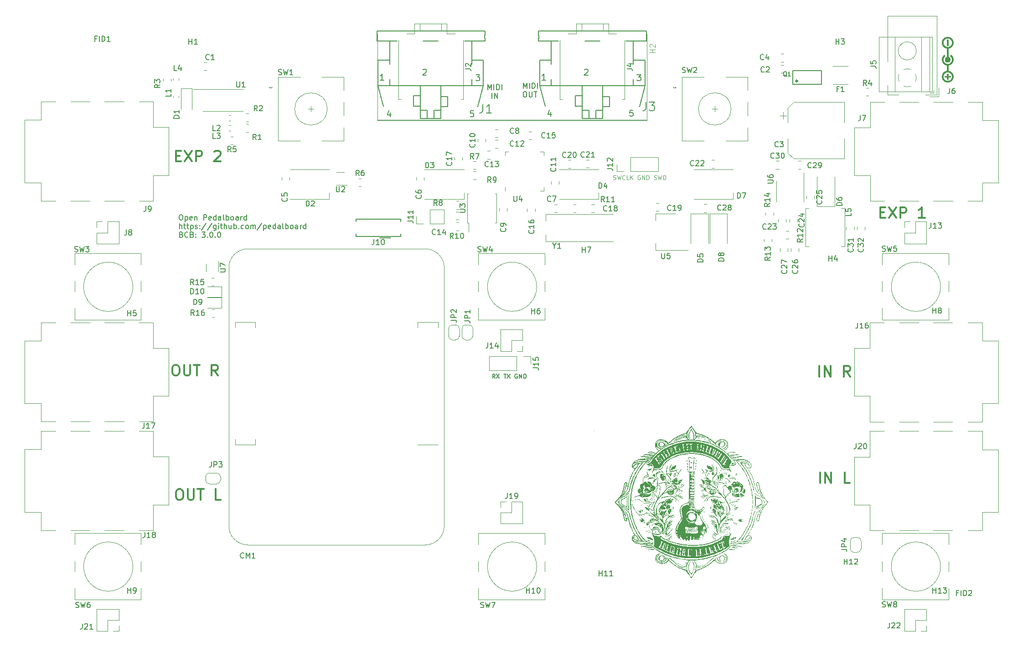
<source format=gbr>
%TF.GenerationSoftware,KiCad,Pcbnew,7.0.8-7.0.8~ubuntu23.04.1*%
%TF.CreationDate,2023-10-19T21:47:08+00:00*%
%TF.ProjectId,pedalboard-hw,70656461-6c62-46f6-9172-642d68772e6b,3.0.0*%
%TF.SameCoordinates,Original*%
%TF.FileFunction,Legend,Top*%
%TF.FilePolarity,Positive*%
%FSLAX46Y46*%
G04 Gerber Fmt 4.6, Leading zero omitted, Abs format (unit mm)*
G04 Created by KiCad (PCBNEW 7.0.8-7.0.8~ubuntu23.04.1) date 2023-10-19 21:47:08*
%MOMM*%
%LPD*%
G01*
G04 APERTURE LIST*
%ADD10C,0.000000*%
%ADD11C,0.019755*%
%ADD12C,0.008210*%
%ADD13C,0.004304*%
%ADD14C,0.004635*%
%ADD15C,0.300000*%
%ADD16C,0.150000*%
%ADD17C,0.125000*%
%ADD18C,0.100000*%
%ADD19C,0.160020*%
%ADD20C,0.127000*%
%ADD21C,0.120000*%
%ADD22C,0.152400*%
%ADD23C,0.203200*%
%ADD24C,0.317500*%
G04 APERTURE END LIST*
D10*
G36*
X143329721Y-103986939D02*
G01*
X143331298Y-103988442D01*
X143332688Y-103991099D01*
X143334896Y-103999796D01*
X143336318Y-104012875D01*
X143336928Y-104030182D01*
X143336702Y-104051560D01*
X143335612Y-104076856D01*
X143333634Y-104105914D01*
X143330740Y-104138578D01*
X143322107Y-104214108D01*
X143319301Y-104235091D01*
X143316195Y-104255629D01*
X143312820Y-104275609D01*
X143309208Y-104294917D01*
X143305389Y-104313439D01*
X143301395Y-104331063D01*
X143297255Y-104347673D01*
X143293002Y-104363157D01*
X143288667Y-104377401D01*
X143284279Y-104390291D01*
X143279872Y-104401713D01*
X143275474Y-104411554D01*
X143271118Y-104419700D01*
X143268965Y-104423102D01*
X143266834Y-104426037D01*
X143264729Y-104428492D01*
X143262653Y-104430452D01*
X143260612Y-104431903D01*
X143258607Y-104432831D01*
X143253410Y-104433825D01*
X143248407Y-104433548D01*
X143243607Y-104432071D01*
X143239018Y-104429469D01*
X143234649Y-104425812D01*
X143230508Y-104421173D01*
X143226603Y-104415625D01*
X143222943Y-104409239D01*
X143219537Y-104402089D01*
X143216392Y-104394246D01*
X143210920Y-104376772D01*
X143206596Y-104357397D01*
X143203486Y-104336699D01*
X143201657Y-104315257D01*
X143201178Y-104293649D01*
X143202114Y-104272455D01*
X143204534Y-104252253D01*
X143208503Y-104233621D01*
X143211091Y-104225076D01*
X143214091Y-104217140D01*
X143217512Y-104209886D01*
X143221363Y-104203387D01*
X143225651Y-104197715D01*
X143230386Y-104192941D01*
X143234472Y-104189190D01*
X143238764Y-104184590D01*
X143243222Y-104179206D01*
X143247804Y-104173098D01*
X143252469Y-104166328D01*
X143257174Y-104158959D01*
X143261880Y-104151053D01*
X143266545Y-104142671D01*
X143271127Y-104133875D01*
X143275585Y-104124729D01*
X143279877Y-104115293D01*
X143283963Y-104105629D01*
X143287801Y-104095800D01*
X143291349Y-104085868D01*
X143294567Y-104075895D01*
X143297412Y-104065942D01*
X143304395Y-104039623D01*
X143310773Y-104018771D01*
X143316520Y-104003232D01*
X143321611Y-103992850D01*
X143323903Y-103989545D01*
X143326020Y-103987471D01*
X143327961Y-103986608D01*
X143329721Y-103986939D01*
G37*
G36*
X139005375Y-112479527D02*
G01*
X139013059Y-112480117D01*
X139020598Y-112481016D01*
X139027976Y-112482216D01*
X139035175Y-112483709D01*
X139042181Y-112485489D01*
X139048977Y-112487549D01*
X139055547Y-112489882D01*
X139061875Y-112492480D01*
X139067944Y-112495337D01*
X139073739Y-112498444D01*
X139079243Y-112501796D01*
X139084440Y-112505385D01*
X139089315Y-112509204D01*
X139093850Y-112513246D01*
X139098030Y-112517504D01*
X139101838Y-112521970D01*
X139105259Y-112526637D01*
X139108276Y-112531500D01*
X139110874Y-112536549D01*
X139113035Y-112541779D01*
X139114744Y-112547181D01*
X139115985Y-112552750D01*
X139116741Y-112558478D01*
X139116997Y-112564357D01*
X139116905Y-112565979D01*
X139116631Y-112567538D01*
X139116183Y-112569030D01*
X139115563Y-112570455D01*
X139114779Y-112571810D01*
X139113834Y-112573093D01*
X139112734Y-112574303D01*
X139111484Y-112575437D01*
X139110090Y-112576494D01*
X139108556Y-112577471D01*
X139105090Y-112579179D01*
X139101128Y-112580546D01*
X139096712Y-112581557D01*
X139091882Y-112582195D01*
X139086679Y-112582446D01*
X139081146Y-112582294D01*
X139075324Y-112581723D01*
X139069254Y-112580717D01*
X139062977Y-112579263D01*
X139056534Y-112577343D01*
X139049968Y-112574942D01*
X139042698Y-112573163D01*
X139035464Y-112571793D01*
X139028303Y-112570826D01*
X139021250Y-112570256D01*
X139014342Y-112570080D01*
X139007614Y-112570291D01*
X139001104Y-112570884D01*
X138994847Y-112571855D01*
X138991824Y-112572481D01*
X138988879Y-112573198D01*
X138986015Y-112574008D01*
X138983237Y-112574908D01*
X138980549Y-112575899D01*
X138977956Y-112576979D01*
X138975463Y-112578149D01*
X138973074Y-112579407D01*
X138970793Y-112580754D01*
X138968625Y-112582187D01*
X138966575Y-112583707D01*
X138964647Y-112585312D01*
X138962845Y-112587003D01*
X138961175Y-112588779D01*
X138959640Y-112590638D01*
X138958246Y-112592581D01*
X138955980Y-112595884D01*
X138953182Y-112599162D01*
X138949898Y-112602387D01*
X138946175Y-112605535D01*
X138942059Y-112608580D01*
X138937597Y-112611495D01*
X138932835Y-112614256D01*
X138927820Y-112616835D01*
X138922598Y-112619208D01*
X138917215Y-112621348D01*
X138911720Y-112623230D01*
X138906157Y-112624828D01*
X138900573Y-112626116D01*
X138895015Y-112627067D01*
X138889529Y-112627657D01*
X138884163Y-112627860D01*
X138876295Y-112627525D01*
X138869216Y-112626546D01*
X138862910Y-112624961D01*
X138857360Y-112622809D01*
X138852549Y-112620127D01*
X138848460Y-112616953D01*
X138845076Y-112613326D01*
X138842381Y-112609283D01*
X138840358Y-112604864D01*
X138838989Y-112600105D01*
X138838259Y-112595045D01*
X138838150Y-112589722D01*
X138838646Y-112584174D01*
X138839730Y-112578440D01*
X138841385Y-112572557D01*
X138843594Y-112566564D01*
X138846340Y-112560498D01*
X138849607Y-112554398D01*
X138853378Y-112548302D01*
X138857636Y-112542248D01*
X138862364Y-112536274D01*
X138867546Y-112530418D01*
X138873164Y-112524719D01*
X138879202Y-112519214D01*
X138885643Y-112513942D01*
X138892471Y-112508940D01*
X138899668Y-112504247D01*
X138907217Y-112499901D01*
X138915103Y-112495940D01*
X138923307Y-112492402D01*
X138931814Y-112489325D01*
X138940607Y-112486748D01*
X138948872Y-112484618D01*
X138957122Y-112482852D01*
X138965339Y-112481445D01*
X138973508Y-112480388D01*
X138981612Y-112479675D01*
X138989635Y-112479299D01*
X138997562Y-112479252D01*
X139005375Y-112479527D01*
G37*
G36*
X130646361Y-111327149D02*
G01*
X130649318Y-111328353D01*
X130651991Y-111330266D01*
X130654384Y-111332896D01*
X130656504Y-111336251D01*
X130658355Y-111340340D01*
X130659942Y-111345172D01*
X130662347Y-111357095D01*
X130663759Y-111372087D01*
X130664221Y-111390216D01*
X130663773Y-111411549D01*
X130662457Y-111436153D01*
X130660314Y-111464096D01*
X130657386Y-111495444D01*
X130655690Y-111516279D01*
X130654568Y-111536453D01*
X130654014Y-111555966D01*
X130654023Y-111574817D01*
X130654591Y-111593007D01*
X130655712Y-111610536D01*
X130657380Y-111627403D01*
X130659591Y-111643609D01*
X130662339Y-111659153D01*
X130665620Y-111674036D01*
X130669427Y-111688257D01*
X130673757Y-111701817D01*
X130678603Y-111714715D01*
X130683961Y-111726952D01*
X130689826Y-111738528D01*
X130696191Y-111749442D01*
X130701519Y-111758439D01*
X130706899Y-111768170D01*
X130717689Y-111789461D01*
X130728314Y-111812570D01*
X130738525Y-111836755D01*
X130748075Y-111861269D01*
X130756715Y-111885371D01*
X130764198Y-111908315D01*
X130770275Y-111929358D01*
X130771359Y-111934308D01*
X130772623Y-111939231D01*
X130774060Y-111944121D01*
X130775663Y-111948974D01*
X130779344Y-111958542D01*
X130783614Y-111967888D01*
X130788422Y-111976965D01*
X130793715Y-111985726D01*
X130799443Y-111994127D01*
X130805553Y-112002118D01*
X130811993Y-112009656D01*
X130818713Y-112016691D01*
X130825660Y-112023180D01*
X130832783Y-112029074D01*
X130840029Y-112034327D01*
X130847349Y-112038893D01*
X130851019Y-112040903D01*
X130854688Y-112042725D01*
X130858350Y-112044351D01*
X130861997Y-112045776D01*
X130868685Y-112048124D01*
X130875481Y-112051164D01*
X130882329Y-112054845D01*
X130889172Y-112059115D01*
X130895953Y-112063923D01*
X130902615Y-112069216D01*
X130909101Y-112074943D01*
X130915355Y-112081053D01*
X130921319Y-112087494D01*
X130926937Y-112094213D01*
X130932152Y-112101160D01*
X130936907Y-112108283D01*
X130941145Y-112115530D01*
X130944810Y-112122849D01*
X130947844Y-112130188D01*
X130949107Y-112133850D01*
X130950191Y-112137497D01*
X130953219Y-112146417D01*
X130956350Y-112154655D01*
X130959580Y-112162212D01*
X130962911Y-112169089D01*
X130966339Y-112175287D01*
X130969865Y-112180805D01*
X130973486Y-112185645D01*
X130977201Y-112189808D01*
X130981009Y-112193294D01*
X130984910Y-112196103D01*
X130988900Y-112198237D01*
X130992980Y-112199696D01*
X130997147Y-112200480D01*
X131001401Y-112200591D01*
X131005740Y-112200028D01*
X131010164Y-112198793D01*
X131014670Y-112196886D01*
X131019257Y-112194308D01*
X131023924Y-112191060D01*
X131028671Y-112187142D01*
X131033494Y-112182554D01*
X131038394Y-112177298D01*
X131043369Y-112171374D01*
X131048418Y-112164783D01*
X131053539Y-112157525D01*
X131058731Y-112149601D01*
X131069323Y-112131757D01*
X131080183Y-112111258D01*
X131091302Y-112088107D01*
X131127755Y-112015052D01*
X131163319Y-111949153D01*
X131198428Y-111890128D01*
X131233516Y-111837691D01*
X131251188Y-111813855D01*
X131269018Y-111791559D01*
X131287059Y-111770768D01*
X131305367Y-111751447D01*
X131323995Y-111733560D01*
X131342998Y-111717071D01*
X131362429Y-111701945D01*
X131382344Y-111688147D01*
X131402796Y-111675640D01*
X131423840Y-111664390D01*
X131445530Y-111654361D01*
X131467920Y-111645517D01*
X131491065Y-111637823D01*
X131515018Y-111631244D01*
X131539835Y-111625743D01*
X131565568Y-111621285D01*
X131592273Y-111617835D01*
X131620004Y-111615357D01*
X131678760Y-111613175D01*
X131742271Y-111614456D01*
X131810969Y-111618915D01*
X131835466Y-111621185D01*
X131859973Y-111624010D01*
X131908810Y-111631235D01*
X131957069Y-111640402D01*
X132004336Y-111651327D01*
X132050197Y-111663822D01*
X132094239Y-111677702D01*
X132136049Y-111692781D01*
X132175212Y-111708873D01*
X132211317Y-111725792D01*
X132228093Y-111734504D01*
X132243949Y-111743352D01*
X132258833Y-111752314D01*
X132272695Y-111761366D01*
X132285481Y-111770486D01*
X132297141Y-111779649D01*
X132307623Y-111788833D01*
X132316875Y-111798015D01*
X132324845Y-111807170D01*
X132331482Y-111816277D01*
X132336734Y-111825311D01*
X132340549Y-111834250D01*
X132342876Y-111843070D01*
X132343664Y-111851747D01*
X132343581Y-111859800D01*
X132343168Y-111866727D01*
X132342175Y-111872475D01*
X132340356Y-111876993D01*
X132339059Y-111878775D01*
X132337462Y-111880230D01*
X132335535Y-111881352D01*
X132333245Y-111882134D01*
X132330563Y-111882569D01*
X132327458Y-111882652D01*
X132319851Y-111881734D01*
X132310177Y-111879328D01*
X132298188Y-111875381D01*
X132283636Y-111869843D01*
X132266273Y-111862662D01*
X132222120Y-111843163D01*
X132163747Y-111816470D01*
X132130119Y-111802126D01*
X132097959Y-111789523D01*
X132067163Y-111778666D01*
X132037629Y-111769562D01*
X132009251Y-111762214D01*
X131981928Y-111756629D01*
X131955556Y-111752811D01*
X131930032Y-111750765D01*
X131905251Y-111750497D01*
X131881111Y-111752012D01*
X131857509Y-111755315D01*
X131834341Y-111760412D01*
X131811503Y-111767306D01*
X131788893Y-111776004D01*
X131766407Y-111786511D01*
X131743941Y-111798831D01*
X131722292Y-111810813D01*
X131695104Y-111825234D01*
X131628407Y-111859244D01*
X131552449Y-111896561D01*
X131475831Y-111932886D01*
X131443270Y-111949406D01*
X131411800Y-111967151D01*
X131381518Y-111986022D01*
X131352524Y-112005922D01*
X131324914Y-112026752D01*
X131298787Y-112048413D01*
X131274242Y-112070809D01*
X131251376Y-112093841D01*
X131230287Y-112117409D01*
X131211075Y-112141418D01*
X131193836Y-112165767D01*
X131178670Y-112190359D01*
X131165674Y-112215096D01*
X131154947Y-112239880D01*
X131150465Y-112252258D01*
X131146587Y-112264612D01*
X131143325Y-112276928D01*
X131140691Y-112289194D01*
X131138545Y-112298505D01*
X131136085Y-112307257D01*
X131133331Y-112315447D01*
X131130301Y-112323072D01*
X131127012Y-112330132D01*
X131123483Y-112336624D01*
X131119732Y-112342547D01*
X131115777Y-112347897D01*
X131111635Y-112352674D01*
X131107326Y-112356876D01*
X131102866Y-112360500D01*
X131098275Y-112363545D01*
X131093571Y-112366008D01*
X131088770Y-112367888D01*
X131083893Y-112369183D01*
X131078955Y-112369890D01*
X131073977Y-112370009D01*
X131068975Y-112369536D01*
X131063968Y-112368471D01*
X131058974Y-112366810D01*
X131054011Y-112364553D01*
X131049097Y-112361697D01*
X131044250Y-112358240D01*
X131039488Y-112354180D01*
X131034830Y-112349516D01*
X131030293Y-112344245D01*
X131025896Y-112338366D01*
X131021657Y-112331876D01*
X131017593Y-112324774D01*
X131013722Y-112317058D01*
X131010064Y-112308725D01*
X131006636Y-112299774D01*
X131002926Y-112291144D01*
X130998450Y-112282488D01*
X130993272Y-112273862D01*
X130987453Y-112265325D01*
X130981056Y-112256932D01*
X130974142Y-112248740D01*
X130966773Y-112240807D01*
X130959011Y-112233189D01*
X130950918Y-112225943D01*
X130942557Y-112219126D01*
X130933989Y-112212794D01*
X130925276Y-112207006D01*
X130916481Y-112201816D01*
X130907665Y-112197283D01*
X130898890Y-112193463D01*
X130890219Y-112190413D01*
X130874532Y-112185255D01*
X130859144Y-112177591D01*
X130843943Y-112167229D01*
X130828814Y-112153978D01*
X130813643Y-112137648D01*
X130798318Y-112118046D01*
X130782724Y-112094982D01*
X130766747Y-112068265D01*
X130750274Y-112037702D01*
X130733192Y-112003104D01*
X130715386Y-111964278D01*
X130696743Y-111921035D01*
X130656490Y-111820527D01*
X130611525Y-111700052D01*
X130597837Y-111662027D01*
X130585866Y-111627195D01*
X130575589Y-111595361D01*
X130566987Y-111566327D01*
X130560038Y-111539898D01*
X130557177Y-111527599D01*
X130554722Y-111515878D01*
X130552670Y-111504709D01*
X130551019Y-111494068D01*
X130549765Y-111483932D01*
X130548907Y-111474275D01*
X130548441Y-111465072D01*
X130548366Y-111456300D01*
X130548678Y-111447933D01*
X130549375Y-111439948D01*
X130550455Y-111432319D01*
X130551914Y-111425022D01*
X130553751Y-111418032D01*
X130555962Y-111411326D01*
X130558546Y-111404878D01*
X130561498Y-111398663D01*
X130564818Y-111392658D01*
X130568502Y-111386838D01*
X130572548Y-111381178D01*
X130576953Y-111375653D01*
X130581715Y-111370240D01*
X130586830Y-111364913D01*
X130600025Y-111352232D01*
X130611855Y-111342017D01*
X130622363Y-111334334D01*
X130627133Y-111331463D01*
X130631589Y-111329250D01*
X130635734Y-111327704D01*
X130639575Y-111326833D01*
X130643115Y-111326645D01*
X130646361Y-111327149D01*
G37*
G36*
X144702373Y-111273845D02*
G01*
X144705093Y-111274316D01*
X144707874Y-111275046D01*
X144710729Y-111276037D01*
X144713666Y-111277289D01*
X144716696Y-111278803D01*
X144719829Y-111280579D01*
X144723076Y-111282617D01*
X144726447Y-111284919D01*
X144729952Y-111287486D01*
X144737407Y-111293414D01*
X144745523Y-111300407D01*
X144754384Y-111308469D01*
X144762447Y-111316707D01*
X144766076Y-111320568D01*
X144769440Y-111324269D01*
X144772537Y-111327816D01*
X144775368Y-111331220D01*
X144777935Y-111334488D01*
X144780237Y-111337629D01*
X144782276Y-111340651D01*
X144784052Y-111343563D01*
X144785565Y-111346372D01*
X144786818Y-111349088D01*
X144787809Y-111351718D01*
X144788539Y-111354272D01*
X144789010Y-111356757D01*
X144789222Y-111359182D01*
X144789176Y-111361555D01*
X144788872Y-111363885D01*
X144788311Y-111366180D01*
X144787493Y-111368449D01*
X144786420Y-111370699D01*
X144785091Y-111372940D01*
X144783508Y-111375180D01*
X144781671Y-111377426D01*
X144779581Y-111379689D01*
X144777238Y-111381975D01*
X144774643Y-111384293D01*
X144771797Y-111386652D01*
X144768700Y-111389060D01*
X144765354Y-111391526D01*
X144757913Y-111396663D01*
X144748729Y-111402227D01*
X144739711Y-111407028D01*
X144730882Y-111411087D01*
X144722263Y-111414427D01*
X144713877Y-111417069D01*
X144705746Y-111419035D01*
X144697891Y-111420347D01*
X144690334Y-111421028D01*
X144683098Y-111421099D01*
X144676204Y-111420582D01*
X144669674Y-111419500D01*
X144663531Y-111417873D01*
X144657796Y-111415724D01*
X144652491Y-111413076D01*
X144647638Y-111409949D01*
X144643260Y-111406367D01*
X144639377Y-111402350D01*
X144636013Y-111397921D01*
X144633189Y-111393102D01*
X144630926Y-111387915D01*
X144629248Y-111382381D01*
X144628175Y-111376524D01*
X144627731Y-111370364D01*
X144627936Y-111363923D01*
X144628813Y-111357224D01*
X144630384Y-111350289D01*
X144632670Y-111343139D01*
X144635695Y-111335797D01*
X144639478Y-111328284D01*
X144644044Y-111320623D01*
X144649413Y-111312835D01*
X144655608Y-111304942D01*
X144661988Y-111297502D01*
X144667954Y-111291058D01*
X144670809Y-111288212D01*
X144673591Y-111285618D01*
X144676310Y-111283275D01*
X144678979Y-111281185D01*
X144681606Y-111279348D01*
X144684201Y-111277764D01*
X144686777Y-111276436D01*
X144689342Y-111275362D01*
X144691906Y-111274545D01*
X144694482Y-111273983D01*
X144697078Y-111273679D01*
X144699704Y-111273633D01*
X144702373Y-111273845D01*
G37*
G36*
X142231583Y-108898116D02*
G01*
X142234039Y-108898436D01*
X142236620Y-108899068D01*
X142239337Y-108900013D01*
X142242200Y-108901271D01*
X142245221Y-108902845D01*
X142248411Y-108904736D01*
X142251780Y-108906944D01*
X142255340Y-108909471D01*
X142263075Y-108915488D01*
X142271704Y-108922797D01*
X142281315Y-108931408D01*
X142291995Y-108941332D01*
X142298485Y-108947475D01*
X142304718Y-108953975D01*
X142310688Y-108960795D01*
X142316387Y-108967900D01*
X142321806Y-108975253D01*
X142326939Y-108982817D01*
X142331777Y-108990557D01*
X142336313Y-108998437D01*
X142340539Y-109006420D01*
X142344447Y-109014471D01*
X142348030Y-109022552D01*
X142351279Y-109030628D01*
X142354187Y-109038663D01*
X142356746Y-109046620D01*
X142358949Y-109054464D01*
X142360787Y-109062158D01*
X142362254Y-109069665D01*
X142363340Y-109076951D01*
X142364039Y-109083978D01*
X142364343Y-109090711D01*
X142364243Y-109097113D01*
X142363733Y-109103148D01*
X142362804Y-109108779D01*
X142361449Y-109113972D01*
X142359659Y-109118689D01*
X142357428Y-109122895D01*
X142354748Y-109126553D01*
X142351610Y-109129627D01*
X142348006Y-109132080D01*
X142343931Y-109133878D01*
X142339374Y-109134983D01*
X142334329Y-109135359D01*
X142329239Y-109134933D01*
X142323910Y-109133682D01*
X142318371Y-109131653D01*
X142312653Y-109128889D01*
X142306785Y-109125436D01*
X142300797Y-109121337D01*
X142288579Y-109111381D01*
X142276237Y-109099379D01*
X142264008Y-109085688D01*
X142252131Y-109070663D01*
X142240844Y-109054661D01*
X142230383Y-109038039D01*
X142220986Y-109021154D01*
X142212892Y-109004362D01*
X142206338Y-108988019D01*
X142201561Y-108972483D01*
X142199914Y-108965128D01*
X142198800Y-108958109D01*
X142198249Y-108951469D01*
X142198292Y-108945254D01*
X142198957Y-108939508D01*
X142200275Y-108934276D01*
X142204134Y-108925596D01*
X142207833Y-108918084D01*
X142211459Y-108911750D01*
X142213273Y-108909028D01*
X142215102Y-108906604D01*
X142216956Y-108904481D01*
X142218847Y-108902658D01*
X142220786Y-108901138D01*
X142222784Y-108899921D01*
X142224851Y-108899009D01*
X142227000Y-108898403D01*
X142229240Y-108898105D01*
X142231583Y-108898116D01*
G37*
G36*
X133694012Y-98200305D02*
G01*
X133694951Y-98200832D01*
X133695864Y-98201710D01*
X133696759Y-98202940D01*
X133697644Y-98204522D01*
X133698527Y-98206454D01*
X133700315Y-98211374D01*
X133702185Y-98217699D01*
X133704201Y-98225430D01*
X133708913Y-98245109D01*
X133710434Y-98251660D01*
X133711693Y-98258074D01*
X133712697Y-98264342D01*
X133713454Y-98270451D01*
X133713971Y-98276389D01*
X133714254Y-98282145D01*
X133714312Y-98287708D01*
X133714150Y-98293065D01*
X133713776Y-98298204D01*
X133713198Y-98303116D01*
X133712422Y-98307787D01*
X133711456Y-98312206D01*
X133710306Y-98316361D01*
X133708980Y-98320241D01*
X133707484Y-98323835D01*
X133705827Y-98327130D01*
X133704014Y-98330115D01*
X133702053Y-98332778D01*
X133699952Y-98335108D01*
X133697717Y-98337093D01*
X133695355Y-98338722D01*
X133692874Y-98339982D01*
X133690280Y-98340862D01*
X133687581Y-98341351D01*
X133684784Y-98341437D01*
X133681896Y-98341109D01*
X133678924Y-98340353D01*
X133675875Y-98339160D01*
X133672756Y-98337518D01*
X133669575Y-98335414D01*
X133666338Y-98332837D01*
X133663052Y-98329776D01*
X133661781Y-98328702D01*
X133660611Y-98327468D01*
X133659543Y-98326081D01*
X133658574Y-98324546D01*
X133656929Y-98321055D01*
X133655666Y-98317042D01*
X133654775Y-98312554D01*
X133654246Y-98307637D01*
X133654069Y-98302338D01*
X133654233Y-98296702D01*
X133654727Y-98290778D01*
X133655542Y-98284610D01*
X133656667Y-98278246D01*
X133658091Y-98271732D01*
X133659805Y-98265115D01*
X133661798Y-98258441D01*
X133664060Y-98251757D01*
X133666580Y-98245109D01*
X133675923Y-98225430D01*
X133679758Y-98217699D01*
X133683117Y-98211374D01*
X133686062Y-98206454D01*
X133687400Y-98204522D01*
X133688657Y-98202940D01*
X133689841Y-98201710D01*
X133690961Y-98200832D01*
X133692025Y-98200305D01*
X133693039Y-98200129D01*
X133694012Y-98200305D01*
G37*
G36*
X133698358Y-109122627D02*
G01*
X133699606Y-109123291D01*
X133700762Y-109124562D01*
X133701837Y-109126436D01*
X133702843Y-109128912D01*
X133703790Y-109131989D01*
X133705551Y-109139934D01*
X133707209Y-109150256D01*
X133708852Y-109162940D01*
X133712442Y-109195331D01*
X133715398Y-109215884D01*
X133718891Y-109237388D01*
X133722797Y-109259141D01*
X133726993Y-109280439D01*
X133731355Y-109300579D01*
X133735758Y-109318859D01*
X133740078Y-109334575D01*
X133742168Y-109341253D01*
X133744192Y-109347026D01*
X133749257Y-109359300D01*
X133753872Y-109371631D01*
X133758041Y-109383995D01*
X133761769Y-109396366D01*
X133765060Y-109408719D01*
X133767919Y-109421028D01*
X133770350Y-109433270D01*
X133772359Y-109445417D01*
X133773949Y-109457446D01*
X133775124Y-109469330D01*
X133775890Y-109481046D01*
X133776252Y-109492566D01*
X133776212Y-109503868D01*
X133775777Y-109514924D01*
X133774950Y-109525711D01*
X133773737Y-109536202D01*
X133772141Y-109546373D01*
X133770167Y-109556198D01*
X133767819Y-109565653D01*
X133765103Y-109574712D01*
X133762023Y-109583349D01*
X133758582Y-109591540D01*
X133754787Y-109599260D01*
X133750641Y-109606483D01*
X133746148Y-109613184D01*
X133741314Y-109619337D01*
X133736142Y-109624919D01*
X133730638Y-109629903D01*
X133724806Y-109634264D01*
X133718650Y-109637977D01*
X133712175Y-109641018D01*
X133705385Y-109643359D01*
X133684896Y-109648522D01*
X133665124Y-109652787D01*
X133646104Y-109656186D01*
X133627871Y-109658752D01*
X133610459Y-109660517D01*
X133593904Y-109661513D01*
X133578240Y-109661773D01*
X133563503Y-109661329D01*
X133549727Y-109660213D01*
X133536946Y-109658457D01*
X133525197Y-109656095D01*
X133514514Y-109653157D01*
X133504931Y-109649677D01*
X133496484Y-109645686D01*
X133489207Y-109641218D01*
X133483136Y-109636303D01*
X133478305Y-109630976D01*
X133474749Y-109625267D01*
X133472503Y-109619210D01*
X133471602Y-109612835D01*
X133472080Y-109606177D01*
X133473974Y-109599267D01*
X133477316Y-109592137D01*
X133482144Y-109584820D01*
X133488490Y-109577348D01*
X133496391Y-109569753D01*
X133505881Y-109562068D01*
X133516994Y-109554324D01*
X133529767Y-109546555D01*
X133544233Y-109538792D01*
X133560428Y-109531068D01*
X133578386Y-109523415D01*
X133588390Y-109519094D01*
X133597897Y-109514731D01*
X133606905Y-109510324D01*
X133615414Y-109505872D01*
X133623421Y-109501373D01*
X133630925Y-109496826D01*
X133637926Y-109492231D01*
X133644422Y-109487585D01*
X133650411Y-109482887D01*
X133655892Y-109478136D01*
X133660864Y-109473331D01*
X133665326Y-109468471D01*
X133669277Y-109463554D01*
X133672714Y-109458578D01*
X133675638Y-109453543D01*
X133678046Y-109448448D01*
X133679937Y-109443290D01*
X133681310Y-109438070D01*
X133682164Y-109432784D01*
X133682497Y-109427433D01*
X133682308Y-109422014D01*
X133681596Y-109416527D01*
X133680359Y-109410971D01*
X133678597Y-109405343D01*
X133676307Y-109399643D01*
X133673489Y-109393869D01*
X133670142Y-109388021D01*
X133666263Y-109382096D01*
X133661852Y-109376093D01*
X133656908Y-109370012D01*
X133651429Y-109363851D01*
X133645413Y-109357608D01*
X133640454Y-109352145D01*
X133636167Y-109346315D01*
X133632561Y-109340083D01*
X133629649Y-109333410D01*
X133627439Y-109326263D01*
X133625942Y-109318603D01*
X133625168Y-109310396D01*
X133625129Y-109301605D01*
X133625833Y-109292194D01*
X133627292Y-109282127D01*
X133629516Y-109271367D01*
X133632515Y-109259878D01*
X133636299Y-109247625D01*
X133640880Y-109234571D01*
X133646266Y-109220679D01*
X133652469Y-109205914D01*
X133668792Y-109170010D01*
X133675436Y-109155863D01*
X133681187Y-109144233D01*
X133686132Y-109135105D01*
X133690358Y-109128462D01*
X133692229Y-109126067D01*
X133693954Y-109124289D01*
X133695543Y-109123124D01*
X133697007Y-109122571D01*
X133698358Y-109122627D01*
G37*
G36*
X131621139Y-101784162D02*
G01*
X131622895Y-101784435D01*
X131627022Y-101785693D01*
X131631935Y-101787880D01*
X131637591Y-101790977D01*
X131643951Y-101794963D01*
X131650972Y-101799817D01*
X131658613Y-101805519D01*
X131666833Y-101812047D01*
X131675591Y-101819382D01*
X131684844Y-101827501D01*
X131694553Y-101836386D01*
X131703193Y-101845692D01*
X131711255Y-101855061D01*
X131718740Y-101864455D01*
X131725648Y-101873834D01*
X131731980Y-101883159D01*
X131737736Y-101892390D01*
X131742917Y-101901489D01*
X131747524Y-101910414D01*
X131751558Y-101919128D01*
X131755018Y-101927591D01*
X131757906Y-101935763D01*
X131760223Y-101943604D01*
X131761968Y-101951077D01*
X131763143Y-101958140D01*
X131763749Y-101964755D01*
X131763785Y-101970883D01*
X131763253Y-101976483D01*
X131762153Y-101981517D01*
X131760486Y-101985945D01*
X131758252Y-101989727D01*
X131755453Y-101992825D01*
X131753841Y-101994105D01*
X131752088Y-101995199D01*
X131750194Y-101996102D01*
X131748159Y-101996809D01*
X131743666Y-101997617D01*
X131738609Y-101997582D01*
X131732990Y-101996665D01*
X131726809Y-101994827D01*
X131720067Y-101992028D01*
X131712764Y-101988230D01*
X131704901Y-101983392D01*
X131696478Y-101977476D01*
X131687497Y-101970441D01*
X131680547Y-101964949D01*
X131674233Y-101960402D01*
X131668529Y-101956838D01*
X131665898Y-101955435D01*
X131663409Y-101954291D01*
X131661060Y-101953411D01*
X131658847Y-101952799D01*
X131656767Y-101952459D01*
X131654817Y-101952397D01*
X131652993Y-101952616D01*
X131651293Y-101953121D01*
X131649713Y-101953917D01*
X131648250Y-101955008D01*
X131646901Y-101956399D01*
X131645662Y-101958094D01*
X131644531Y-101960098D01*
X131643503Y-101962416D01*
X131642576Y-101965051D01*
X131641747Y-101968008D01*
X131640368Y-101974908D01*
X131639340Y-101983151D01*
X131638639Y-101992774D01*
X131638236Y-102003813D01*
X131638108Y-102016304D01*
X131638229Y-102025516D01*
X131638583Y-102034604D01*
X131639154Y-102043527D01*
X131639927Y-102052242D01*
X131640886Y-102060710D01*
X131642015Y-102068889D01*
X131643299Y-102076737D01*
X131644723Y-102084213D01*
X131646270Y-102091275D01*
X131647927Y-102097883D01*
X131649676Y-102103994D01*
X131651503Y-102109568D01*
X131653392Y-102114564D01*
X131655327Y-102118939D01*
X131657293Y-102122653D01*
X131659275Y-102125664D01*
X131663110Y-102130290D01*
X131666677Y-102136171D01*
X131669978Y-102143218D01*
X131673014Y-102151344D01*
X131678297Y-102170475D01*
X131682536Y-102192857D01*
X131685742Y-102217782D01*
X131687924Y-102244541D01*
X131689094Y-102272427D01*
X131689261Y-102300731D01*
X131688436Y-102328745D01*
X131686629Y-102355763D01*
X131683850Y-102381075D01*
X131680111Y-102403974D01*
X131675420Y-102423751D01*
X131669789Y-102439699D01*
X131666624Y-102446016D01*
X131663228Y-102451110D01*
X131659602Y-102454893D01*
X131655747Y-102457276D01*
X131647433Y-102458563D01*
X131637145Y-102457238D01*
X131625042Y-102453459D01*
X131611278Y-102447382D01*
X131596010Y-102439166D01*
X131579395Y-102428968D01*
X131542748Y-102403257D01*
X131502587Y-102371510D01*
X131460162Y-102334988D01*
X131416724Y-102294953D01*
X131373525Y-102252664D01*
X131331813Y-102209383D01*
X131292840Y-102166371D01*
X131257857Y-102124889D01*
X131228114Y-102086197D01*
X131204861Y-102051556D01*
X131196060Y-102036149D01*
X131189350Y-102022228D01*
X131184888Y-102009950D01*
X131182830Y-101999473D01*
X131183333Y-101990955D01*
X131186552Y-101984553D01*
X131195262Y-101974187D01*
X131204185Y-101964260D01*
X131213306Y-101954777D01*
X131222609Y-101945740D01*
X131232080Y-101937156D01*
X131241704Y-101929029D01*
X131251466Y-101921363D01*
X131261352Y-101914163D01*
X131271347Y-101907433D01*
X131281435Y-101901177D01*
X131291601Y-101895401D01*
X131301832Y-101890109D01*
X131312112Y-101885305D01*
X131322426Y-101880994D01*
X131332760Y-101877181D01*
X131343098Y-101873869D01*
X131353425Y-101871064D01*
X131363728Y-101868770D01*
X131373990Y-101866991D01*
X131384198Y-101865732D01*
X131394335Y-101864998D01*
X131404389Y-101864792D01*
X131414342Y-101865121D01*
X131424181Y-101865987D01*
X131433892Y-101867396D01*
X131443458Y-101869352D01*
X131452865Y-101871860D01*
X131462098Y-101874924D01*
X131471143Y-101878548D01*
X131479984Y-101882738D01*
X131488607Y-101887498D01*
X131496997Y-101892832D01*
X131505211Y-101898435D01*
X131513304Y-101903350D01*
X131521261Y-101907589D01*
X131529064Y-101911166D01*
X131536696Y-101914095D01*
X131544141Y-101916388D01*
X131551382Y-101918060D01*
X131558402Y-101919124D01*
X131565185Y-101919594D01*
X131571712Y-101919483D01*
X131577969Y-101918805D01*
X131583937Y-101917574D01*
X131589601Y-101915802D01*
X131594943Y-101913504D01*
X131599946Y-101910693D01*
X131604594Y-101907383D01*
X131608870Y-101903587D01*
X131612757Y-101899319D01*
X131616239Y-101894592D01*
X131619298Y-101889420D01*
X131621918Y-101883817D01*
X131624082Y-101877796D01*
X131625772Y-101871370D01*
X131626974Y-101864554D01*
X131627669Y-101857360D01*
X131627840Y-101849803D01*
X131627472Y-101841895D01*
X131626547Y-101833651D01*
X131625048Y-101825084D01*
X131622959Y-101816208D01*
X131620262Y-101807036D01*
X131616942Y-101797582D01*
X131615488Y-101792824D01*
X131615151Y-101790842D01*
X131615068Y-101789121D01*
X131615232Y-101787658D01*
X131615639Y-101786451D01*
X131616284Y-101785497D01*
X131617162Y-101784794D01*
X131618267Y-101784338D01*
X131619594Y-101784129D01*
X131621139Y-101784162D01*
G37*
G36*
X143260075Y-103600182D02*
G01*
X143268749Y-103600441D01*
X143277920Y-103600928D01*
X143287546Y-103601647D01*
X143297585Y-103602604D01*
X143307996Y-103603804D01*
X143322478Y-103605308D01*
X143335550Y-103607242D01*
X143347288Y-103609702D01*
X143352682Y-103611161D01*
X143357771Y-103612788D01*
X143362566Y-103614596D01*
X143367075Y-103616597D01*
X143371310Y-103618804D01*
X143375279Y-103621228D01*
X143378992Y-103623883D01*
X143382460Y-103626779D01*
X143385690Y-103629930D01*
X143388694Y-103633348D01*
X143391481Y-103637045D01*
X143394061Y-103641033D01*
X143396443Y-103645325D01*
X143398637Y-103649933D01*
X143400653Y-103654869D01*
X143402500Y-103660145D01*
X143405727Y-103671768D01*
X143408396Y-103684900D01*
X143410584Y-103699638D01*
X143412369Y-103716083D01*
X143413829Y-103734330D01*
X143417116Y-103772544D01*
X143418039Y-103787583D01*
X143418295Y-103799926D01*
X143418129Y-103805088D01*
X143417745Y-103809581D01*
X143417124Y-103813404D01*
X143416249Y-103816559D01*
X143415102Y-103819047D01*
X143413668Y-103820871D01*
X143411926Y-103822030D01*
X143409862Y-103822526D01*
X143407456Y-103822361D01*
X143404691Y-103821535D01*
X143401551Y-103820051D01*
X143398018Y-103817909D01*
X143394073Y-103815111D01*
X143389700Y-103811658D01*
X143379600Y-103802792D01*
X143367578Y-103791321D01*
X143353493Y-103777257D01*
X143318581Y-103741386D01*
X143296662Y-103717980D01*
X143276191Y-103695690D01*
X143257622Y-103674972D01*
X143241409Y-103656279D01*
X143234329Y-103647834D01*
X143228008Y-103640066D01*
X143222503Y-103633032D01*
X143217872Y-103626788D01*
X143214171Y-103621392D01*
X143211457Y-103616901D01*
X143210488Y-103615012D01*
X143209787Y-103613370D01*
X143209361Y-103611983D01*
X143209218Y-103610858D01*
X143209341Y-103609886D01*
X143209707Y-103608957D01*
X143210311Y-103608070D01*
X143211147Y-103607227D01*
X143213497Y-103605672D01*
X143216714Y-103604299D01*
X143220759Y-103603111D01*
X143225589Y-103602115D01*
X143231163Y-103601315D01*
X143237440Y-103600716D01*
X143244379Y-103600324D01*
X143251937Y-103600145D01*
X143260075Y-103600182D01*
G37*
G36*
X137602015Y-98975430D02*
G01*
X137603936Y-98975643D01*
X137605813Y-98975992D01*
X137607645Y-98976475D01*
X137609430Y-98977087D01*
X137611168Y-98977824D01*
X137612856Y-98978682D01*
X137614494Y-98979658D01*
X137616080Y-98980748D01*
X137617613Y-98981948D01*
X137619092Y-98983253D01*
X137620516Y-98984661D01*
X137623191Y-98987767D01*
X137625629Y-98991234D01*
X137627818Y-98995032D01*
X137629749Y-98999130D01*
X137631411Y-99003497D01*
X137632794Y-99008101D01*
X137633888Y-99012912D01*
X137634682Y-99017899D01*
X137635166Y-99023030D01*
X137635330Y-99028275D01*
X137635289Y-99030910D01*
X137635166Y-99033521D01*
X137634964Y-99036102D01*
X137634682Y-99038652D01*
X137634323Y-99041165D01*
X137633888Y-99043639D01*
X137633378Y-99046068D01*
X137632794Y-99048450D01*
X137632138Y-99050780D01*
X137631411Y-99053054D01*
X137630614Y-99055269D01*
X137629749Y-99057421D01*
X137628816Y-99059505D01*
X137627818Y-99061519D01*
X137626755Y-99063457D01*
X137625629Y-99065317D01*
X137624440Y-99067094D01*
X137623191Y-99068784D01*
X137621883Y-99070385D01*
X137620516Y-99071890D01*
X137619092Y-99073298D01*
X137617613Y-99074603D01*
X137616080Y-99075803D01*
X137614494Y-99076893D01*
X137612856Y-99077869D01*
X137611168Y-99078727D01*
X137609430Y-99079464D01*
X137607645Y-99080076D01*
X137605813Y-99080558D01*
X137603936Y-99080908D01*
X137602015Y-99081120D01*
X137600052Y-99081192D01*
X137598399Y-99081120D01*
X137596749Y-99080908D01*
X137595105Y-99080558D01*
X137593472Y-99080076D01*
X137591851Y-99079464D01*
X137590246Y-99078727D01*
X137588661Y-99077869D01*
X137587098Y-99076893D01*
X137584053Y-99074603D01*
X137581138Y-99071890D01*
X137578377Y-99068784D01*
X137575798Y-99065317D01*
X137573425Y-99061519D01*
X137571285Y-99057421D01*
X137569403Y-99053054D01*
X137567805Y-99048450D01*
X137566518Y-99043639D01*
X137565566Y-99038652D01*
X137564976Y-99033521D01*
X137564773Y-99028275D01*
X137564825Y-99025641D01*
X137564976Y-99023030D01*
X137565224Y-99020449D01*
X137565566Y-99017899D01*
X137565998Y-99015386D01*
X137566518Y-99012912D01*
X137567121Y-99010483D01*
X137567805Y-99008101D01*
X137568567Y-99005771D01*
X137569403Y-99003497D01*
X137570310Y-99001282D01*
X137571285Y-98999130D01*
X137572324Y-98997046D01*
X137573425Y-98995032D01*
X137574584Y-98993094D01*
X137575798Y-98991234D01*
X137577063Y-98989457D01*
X137578377Y-98987767D01*
X137579737Y-98986167D01*
X137581138Y-98984661D01*
X137582578Y-98983253D01*
X137584053Y-98981948D01*
X137585561Y-98980748D01*
X137587098Y-98979658D01*
X137588661Y-98978682D01*
X137590246Y-98977824D01*
X137591851Y-98977087D01*
X137593472Y-98976475D01*
X137595105Y-98975992D01*
X137596749Y-98975643D01*
X137598399Y-98975430D01*
X137600052Y-98975359D01*
X137602015Y-98975430D01*
G37*
G36*
X145706715Y-106647120D02*
G01*
X145708104Y-106647322D01*
X145709339Y-106647707D01*
X145710412Y-106648276D01*
X145711241Y-106649411D01*
X145711745Y-106650828D01*
X145711933Y-106652517D01*
X145711811Y-106654470D01*
X145710668Y-106659136D01*
X145708373Y-106664757D01*
X145704982Y-106671268D01*
X145700553Y-106678600D01*
X145695142Y-106686686D01*
X145688805Y-106695460D01*
X145681601Y-106704854D01*
X145673585Y-106714800D01*
X145664815Y-106725233D01*
X145655347Y-106736084D01*
X145634546Y-106758773D01*
X145611636Y-106782330D01*
X145590012Y-106802312D01*
X145571432Y-106818656D01*
X145555880Y-106831444D01*
X145543340Y-106840760D01*
X145533798Y-106846686D01*
X145530146Y-106848403D01*
X145527238Y-106849304D01*
X145525071Y-106849399D01*
X145523643Y-106848698D01*
X145522954Y-106847211D01*
X145523000Y-106844950D01*
X145523780Y-106841923D01*
X145525292Y-106838142D01*
X145530503Y-106828358D01*
X145538619Y-106815680D01*
X145549623Y-106800191D01*
X145563501Y-106781973D01*
X145580236Y-106761109D01*
X145599814Y-106737683D01*
X145622218Y-106711775D01*
X145629487Y-106703427D01*
X145636715Y-106695591D01*
X145643860Y-106688281D01*
X145650881Y-106681514D01*
X145657737Y-106675305D01*
X145664386Y-106669670D01*
X145670787Y-106664624D01*
X145676899Y-106660182D01*
X145682680Y-106656361D01*
X145688089Y-106653175D01*
X145693084Y-106650640D01*
X145695414Y-106649622D01*
X145697625Y-106648772D01*
X145699712Y-106648093D01*
X145701669Y-106647586D01*
X145703493Y-106647254D01*
X145705176Y-106647098D01*
X145706715Y-106647120D01*
G37*
G36*
X147276746Y-104482221D02*
G01*
X147286131Y-104482303D01*
X147294446Y-104482551D01*
X147301697Y-104482965D01*
X147307889Y-104483543D01*
X147310589Y-104483895D01*
X147313026Y-104484287D01*
X147315201Y-104484721D01*
X147317115Y-104485197D01*
X147318767Y-104485713D01*
X147320159Y-104486271D01*
X147321292Y-104486871D01*
X147322165Y-104487512D01*
X147322780Y-104488194D01*
X147323138Y-104488917D01*
X147323238Y-104489682D01*
X147323082Y-104490488D01*
X147322670Y-104491335D01*
X147322003Y-104492224D01*
X147321081Y-104493154D01*
X147319905Y-104494126D01*
X147318477Y-104495139D01*
X147316796Y-104496193D01*
X147314862Y-104497288D01*
X147312678Y-104498425D01*
X147307558Y-104500823D01*
X147301440Y-104503386D01*
X147296073Y-104505571D01*
X147290581Y-104508133D01*
X147285007Y-104511037D01*
X147279392Y-104514245D01*
X147273776Y-104517722D01*
X147268202Y-104521432D01*
X147262710Y-104525338D01*
X147257343Y-104529404D01*
X147252141Y-104533594D01*
X147247145Y-104537872D01*
X147242398Y-104542202D01*
X147237940Y-104546547D01*
X147233813Y-104550871D01*
X147230057Y-104555139D01*
X147226715Y-104559314D01*
X147223828Y-104563359D01*
X147220604Y-104567578D01*
X147219056Y-104569380D01*
X147217551Y-104570980D01*
X147216090Y-104572378D01*
X147214674Y-104573576D01*
X147213302Y-104574574D01*
X147211977Y-104575376D01*
X147210698Y-104575980D01*
X147209466Y-104576390D01*
X147208283Y-104576606D01*
X147207147Y-104576629D01*
X147206061Y-104576462D01*
X147205024Y-104576104D01*
X147204038Y-104575558D01*
X147203103Y-104574824D01*
X147202219Y-104573904D01*
X147201388Y-104572800D01*
X147200610Y-104571512D01*
X147199885Y-104570042D01*
X147199215Y-104568391D01*
X147198600Y-104566561D01*
X147197536Y-104562366D01*
X147196700Y-104557469D01*
X147196096Y-104551880D01*
X147195730Y-104545608D01*
X147195607Y-104538664D01*
X147195898Y-104531597D01*
X147196778Y-104524953D01*
X147197443Y-104521793D01*
X147198258Y-104518743D01*
X147199226Y-104515805D01*
X147200347Y-104512978D01*
X147201624Y-104510265D01*
X147203057Y-104507668D01*
X147204648Y-104505186D01*
X147206397Y-104502822D01*
X147208307Y-104500577D01*
X147210378Y-104498452D01*
X147212612Y-104496449D01*
X147215010Y-104494568D01*
X147217573Y-104492811D01*
X147220303Y-104491180D01*
X147223201Y-104489675D01*
X147226268Y-104488298D01*
X147229506Y-104487050D01*
X147232916Y-104485933D01*
X147236498Y-104484947D01*
X147240255Y-104484095D01*
X147248298Y-104482794D01*
X147257054Y-104482041D01*
X147266533Y-104481847D01*
X147276746Y-104482221D01*
G37*
G36*
X143572804Y-104984004D02*
G01*
X143574404Y-104984186D01*
X143577871Y-104984928D01*
X143581670Y-104986167D01*
X143585768Y-104987891D01*
X143590134Y-104990090D01*
X143594738Y-104992755D01*
X143599549Y-104995875D01*
X143604536Y-104999439D01*
X143609667Y-105003437D01*
X143614912Y-105007858D01*
X143620158Y-105012727D01*
X143625289Y-105018035D01*
X143630276Y-105023726D01*
X143635087Y-105029742D01*
X143639692Y-105036027D01*
X143644058Y-105042523D01*
X143648156Y-105049175D01*
X143651955Y-105055925D01*
X143655422Y-105062716D01*
X143658528Y-105069492D01*
X143661241Y-105076195D01*
X143663530Y-105082769D01*
X143665365Y-105089157D01*
X143666714Y-105095302D01*
X143667546Y-105101147D01*
X143667830Y-105106636D01*
X143667536Y-105111769D01*
X143666680Y-105115949D01*
X143665298Y-105119216D01*
X143663427Y-105121609D01*
X143661104Y-105123167D01*
X143658365Y-105123930D01*
X143655248Y-105123937D01*
X143651789Y-105123228D01*
X143648026Y-105121842D01*
X143643994Y-105119819D01*
X143639731Y-105117197D01*
X143635274Y-105114016D01*
X143625923Y-105106137D01*
X143616236Y-105096495D01*
X143606508Y-105085406D01*
X143597033Y-105073185D01*
X143588106Y-105060148D01*
X143580021Y-105046610D01*
X143573073Y-105032885D01*
X143567557Y-105019290D01*
X143565427Y-105012640D01*
X143563766Y-105006140D01*
X143562610Y-104999829D01*
X143561996Y-104993749D01*
X143562068Y-104992167D01*
X143562281Y-104990729D01*
X143562630Y-104989433D01*
X143563113Y-104988278D01*
X143563724Y-104987262D01*
X143564461Y-104986384D01*
X143565320Y-104985644D01*
X143566296Y-104985039D01*
X143567386Y-104984568D01*
X143568585Y-104984231D01*
X143569891Y-104984025D01*
X143571298Y-104983950D01*
X143572804Y-104984004D01*
G37*
G36*
X144227787Y-112487775D02*
G01*
X144231398Y-112488947D01*
X144234920Y-112490718D01*
X144238338Y-112493078D01*
X144241639Y-112496017D01*
X144244808Y-112499526D01*
X144247831Y-112503595D01*
X144250694Y-112508215D01*
X144253383Y-112513375D01*
X144255883Y-112519066D01*
X144258180Y-112525279D01*
X144260260Y-112532003D01*
X144262109Y-112539229D01*
X144263713Y-112546947D01*
X144265056Y-112555147D01*
X144266126Y-112563821D01*
X144266908Y-112572957D01*
X144267388Y-112582547D01*
X144267551Y-112592581D01*
X144267499Y-112597851D01*
X144267348Y-112603071D01*
X144266758Y-112613334D01*
X144265807Y-112623308D01*
X144264519Y-112632930D01*
X144262921Y-112642139D01*
X144261040Y-112650872D01*
X144258900Y-112659068D01*
X144257741Y-112662945D01*
X144256527Y-112666664D01*
X144255261Y-112670218D01*
X144253947Y-112673599D01*
X144252588Y-112676800D01*
X144251187Y-112679811D01*
X144249747Y-112682626D01*
X144248272Y-112685237D01*
X144246764Y-112687636D01*
X144245227Y-112689816D01*
X144243665Y-112691768D01*
X144242079Y-112693485D01*
X144240475Y-112694959D01*
X144238854Y-112696182D01*
X144237220Y-112697147D01*
X144235577Y-112697846D01*
X144233927Y-112698271D01*
X144232274Y-112698415D01*
X144227686Y-112698150D01*
X144223191Y-112697368D01*
X144218796Y-112696092D01*
X144214511Y-112694343D01*
X144210345Y-112692141D01*
X144206307Y-112689508D01*
X144202406Y-112686466D01*
X144198650Y-112683036D01*
X144195050Y-112679239D01*
X144191614Y-112675096D01*
X144188351Y-112670629D01*
X144185270Y-112665859D01*
X144179690Y-112655495D01*
X144174948Y-112644175D01*
X144171116Y-112632070D01*
X144168265Y-112619350D01*
X144166468Y-112606185D01*
X144165798Y-112592747D01*
X144166327Y-112579205D01*
X144167064Y-112572449D01*
X144168127Y-112565731D01*
X144169526Y-112559072D01*
X144171271Y-112552494D01*
X144173369Y-112546018D01*
X144175830Y-112539665D01*
X144179197Y-112531437D01*
X144182674Y-112523943D01*
X144186246Y-112517174D01*
X144189900Y-112511119D01*
X144193621Y-112505771D01*
X144197395Y-112501117D01*
X144201207Y-112497150D01*
X144205044Y-112493859D01*
X144208892Y-112491235D01*
X144212735Y-112489268D01*
X144216561Y-112487948D01*
X144220354Y-112487266D01*
X144224101Y-112487211D01*
X144227787Y-112487775D01*
G37*
G36*
X146040093Y-102433225D02*
G01*
X146066662Y-102435122D01*
X146093437Y-102438226D01*
X146120345Y-102442490D01*
X146147312Y-102447864D01*
X146174265Y-102454301D01*
X146201132Y-102461754D01*
X146227839Y-102470174D01*
X146254314Y-102479515D01*
X146280483Y-102489727D01*
X146306273Y-102500763D01*
X146331612Y-102512576D01*
X146356427Y-102525118D01*
X146380644Y-102538341D01*
X146404190Y-102552196D01*
X146426993Y-102566637D01*
X146448980Y-102581615D01*
X146470077Y-102597083D01*
X146490211Y-102612993D01*
X146509310Y-102629296D01*
X146527301Y-102645946D01*
X146544110Y-102662895D01*
X146559665Y-102680094D01*
X146573892Y-102697495D01*
X146586719Y-102715052D01*
X146598072Y-102732716D01*
X146607879Y-102750440D01*
X146616067Y-102768175D01*
X146622562Y-102785874D01*
X146627292Y-102803489D01*
X146630183Y-102820972D01*
X146631163Y-102838276D01*
X146630808Y-102847085D01*
X146629774Y-102855004D01*
X146628102Y-102862054D01*
X146625837Y-102868255D01*
X146623021Y-102873626D01*
X146619698Y-102878188D01*
X146615912Y-102881960D01*
X146611705Y-102884964D01*
X146607121Y-102887217D01*
X146602202Y-102888742D01*
X146596994Y-102889557D01*
X146591537Y-102889683D01*
X146585877Y-102889140D01*
X146580056Y-102887948D01*
X146574117Y-102886126D01*
X146568104Y-102883696D01*
X146562060Y-102880676D01*
X146556028Y-102877087D01*
X146550051Y-102872949D01*
X146544174Y-102868282D01*
X146538439Y-102863106D01*
X146532889Y-102857441D01*
X146527567Y-102851308D01*
X146522518Y-102844725D01*
X146517784Y-102837713D01*
X146513408Y-102830292D01*
X146509434Y-102822483D01*
X146505906Y-102814304D01*
X146502865Y-102805777D01*
X146500356Y-102796921D01*
X146498423Y-102787756D01*
X146497107Y-102778303D01*
X146494989Y-102767271D01*
X146491324Y-102756028D01*
X146486179Y-102744610D01*
X146479620Y-102733055D01*
X146471711Y-102721399D01*
X146462520Y-102709679D01*
X146440552Y-102686195D01*
X146414244Y-102662897D01*
X146384122Y-102640079D01*
X146350713Y-102618037D01*
X146314545Y-102597064D01*
X146276144Y-102577455D01*
X146236038Y-102559505D01*
X146194754Y-102543509D01*
X146152818Y-102529760D01*
X146110759Y-102518554D01*
X146069102Y-102510185D01*
X146028376Y-102504948D01*
X145989107Y-102503137D01*
X145975393Y-102502934D01*
X145962077Y-102502344D01*
X145949225Y-102501393D01*
X145936907Y-102500105D01*
X145925187Y-102498507D01*
X145914134Y-102496625D01*
X145903816Y-102494485D01*
X145894297Y-102492112D01*
X145885648Y-102489533D01*
X145881669Y-102488174D01*
X145877933Y-102486773D01*
X145874448Y-102485333D01*
X145871221Y-102483857D01*
X145868262Y-102482349D01*
X145865579Y-102480813D01*
X145863180Y-102479250D01*
X145861074Y-102477665D01*
X145859268Y-102476060D01*
X145857772Y-102474439D01*
X145856594Y-102472805D01*
X145855742Y-102471162D01*
X145855225Y-102469512D01*
X145855051Y-102467859D01*
X145855256Y-102465895D01*
X145855864Y-102463974D01*
X145856867Y-102462097D01*
X145858255Y-102460266D01*
X145862143Y-102456743D01*
X145867453Y-102453417D01*
X145874106Y-102450297D01*
X145882026Y-102447395D01*
X145891134Y-102444720D01*
X145901353Y-102442282D01*
X145912606Y-102440093D01*
X145924814Y-102438162D01*
X145937902Y-102436500D01*
X145951790Y-102435117D01*
X145966401Y-102434023D01*
X145981659Y-102433229D01*
X145997485Y-102432745D01*
X146013801Y-102432581D01*
X146040093Y-102433225D01*
G37*
G36*
X140627259Y-107920646D02*
G01*
X140633539Y-107921867D01*
X140639878Y-107923722D01*
X140646287Y-107926213D01*
X140652780Y-107929346D01*
X140659367Y-107933123D01*
X140666060Y-107937548D01*
X140672870Y-107942626D01*
X140679809Y-107948360D01*
X140686890Y-107954754D01*
X140694123Y-107961813D01*
X140701519Y-107969539D01*
X140716852Y-107987011D01*
X140732980Y-108007201D01*
X140749997Y-108030140D01*
X140767996Y-108055859D01*
X140792725Y-108094217D01*
X140802901Y-108112143D01*
X140811707Y-108129888D01*
X140819212Y-108147942D01*
X140825481Y-108166798D01*
X140830582Y-108186946D01*
X140834583Y-108208877D01*
X140837550Y-108233081D01*
X140839551Y-108260050D01*
X140840652Y-108290274D01*
X140840922Y-108324246D01*
X140839234Y-108405391D01*
X140835025Y-108507414D01*
X140831512Y-108575298D01*
X140827590Y-108638728D01*
X140823266Y-108697713D01*
X140818543Y-108752264D01*
X140813428Y-108802392D01*
X140807925Y-108848107D01*
X140802040Y-108889419D01*
X140795778Y-108926338D01*
X140789144Y-108958876D01*
X140782142Y-108987041D01*
X140778506Y-108999488D01*
X140774779Y-109010845D01*
X140770964Y-109021115D01*
X140767060Y-109030298D01*
X140763068Y-109038396D01*
X140758989Y-109045410D01*
X140754823Y-109051341D01*
X140750572Y-109056191D01*
X140746235Y-109059961D01*
X140741813Y-109062653D01*
X140737308Y-109064267D01*
X140732719Y-109064804D01*
X140730787Y-109064732D01*
X140728958Y-109064517D01*
X140727234Y-109064162D01*
X140725615Y-109063667D01*
X140724103Y-109063036D01*
X140722697Y-109062269D01*
X140721398Y-109061370D01*
X140720207Y-109060339D01*
X140719124Y-109059179D01*
X140718151Y-109057892D01*
X140717287Y-109056480D01*
X140716534Y-109054944D01*
X140715892Y-109053287D01*
X140715362Y-109051510D01*
X140714944Y-109049616D01*
X140714639Y-109047606D01*
X140714371Y-109043247D01*
X140714563Y-109038449D01*
X140715221Y-109033227D01*
X140716348Y-109027597D01*
X140717951Y-109021574D01*
X140720034Y-109015173D01*
X140722604Y-109008411D01*
X140725664Y-109001303D01*
X140728387Y-108993567D01*
X140731244Y-108982410D01*
X140737238Y-108950701D01*
X140743398Y-108907913D01*
X140749475Y-108855782D01*
X140755222Y-108796044D01*
X140760389Y-108730436D01*
X140764730Y-108660693D01*
X140767996Y-108588553D01*
X140771200Y-108480597D01*
X140772112Y-108435229D01*
X140772461Y-108394966D01*
X140772169Y-108359333D01*
X140771159Y-108327856D01*
X140770360Y-108313526D01*
X140769353Y-108300057D01*
X140768127Y-108287389D01*
X140766673Y-108275463D01*
X140764982Y-108264218D01*
X140763043Y-108253597D01*
X140760847Y-108243538D01*
X140758385Y-108233984D01*
X140755645Y-108224874D01*
X140752620Y-108216148D01*
X140749299Y-108207749D01*
X140745672Y-108199615D01*
X140741730Y-108191689D01*
X140737463Y-108183909D01*
X140732862Y-108176217D01*
X140727916Y-108168554D01*
X140716953Y-108153075D01*
X140704497Y-108136997D01*
X140696542Y-108127013D01*
X140688563Y-108117572D01*
X140680580Y-108108675D01*
X140672609Y-108100327D01*
X140664669Y-108092533D01*
X140656779Y-108085295D01*
X140648955Y-108078618D01*
X140641217Y-108072505D01*
X140633582Y-108066961D01*
X140626069Y-108061989D01*
X140618695Y-108057593D01*
X140611479Y-108053778D01*
X140604438Y-108050546D01*
X140597592Y-108047902D01*
X140590957Y-108045850D01*
X140584552Y-108044393D01*
X140578395Y-108043536D01*
X140572504Y-108043282D01*
X140566898Y-108043636D01*
X140561593Y-108044600D01*
X140556610Y-108046180D01*
X140551964Y-108048378D01*
X140547675Y-108051199D01*
X140543761Y-108054646D01*
X140540240Y-108058724D01*
X140537129Y-108063436D01*
X140534448Y-108068787D01*
X140532213Y-108074779D01*
X140530444Y-108081418D01*
X140529157Y-108088706D01*
X140528372Y-108096648D01*
X140528107Y-108105248D01*
X140527579Y-108112588D01*
X140526033Y-108121309D01*
X140523526Y-108131301D01*
X140520114Y-108142455D01*
X140515855Y-108154664D01*
X140510806Y-108167818D01*
X140498562Y-108196529D01*
X140483838Y-108227721D01*
X140467088Y-108260525D01*
X140448767Y-108294074D01*
X140429330Y-108327498D01*
X140403540Y-108364837D01*
X140375223Y-108400117D01*
X140344543Y-108433325D01*
X140311659Y-108464447D01*
X140276735Y-108493471D01*
X140239931Y-108520385D01*
X140201408Y-108545174D01*
X140161329Y-108567827D01*
X140119854Y-108588330D01*
X140077146Y-108606671D01*
X140033366Y-108622835D01*
X139988674Y-108636812D01*
X139943234Y-108648587D01*
X139897205Y-108658147D01*
X139850750Y-108665480D01*
X139804031Y-108670574D01*
X139757208Y-108673414D01*
X139710443Y-108673988D01*
X139663898Y-108672283D01*
X139617734Y-108668286D01*
X139572112Y-108661984D01*
X139527195Y-108653365D01*
X139483143Y-108642415D01*
X139440118Y-108629122D01*
X139398282Y-108613472D01*
X139357796Y-108595453D01*
X139318821Y-108575052D01*
X139281520Y-108552255D01*
X139246053Y-108527050D01*
X139212582Y-108499424D01*
X139181268Y-108469364D01*
X139152273Y-108436858D01*
X139126972Y-108405444D01*
X139105303Y-108377368D01*
X139087262Y-108352662D01*
X139072844Y-108331355D01*
X139062043Y-108313481D01*
X139057997Y-108305840D01*
X139054854Y-108299068D01*
X139052612Y-108293170D01*
X139051272Y-108288149D01*
X139050832Y-108284009D01*
X139051292Y-108280754D01*
X139052651Y-108278388D01*
X139054908Y-108276915D01*
X139058063Y-108276338D01*
X139062116Y-108276662D01*
X139067065Y-108277889D01*
X139072910Y-108280026D01*
X139079651Y-108283074D01*
X139087286Y-108287038D01*
X139105237Y-108297730D01*
X139126760Y-108312132D01*
X139151848Y-108330275D01*
X139180496Y-108352191D01*
X139217289Y-108380994D01*
X139251265Y-108406665D01*
X139282916Y-108429381D01*
X139312733Y-108449316D01*
X139341205Y-108466647D01*
X139368826Y-108481549D01*
X139396084Y-108494197D01*
X139423472Y-108504769D01*
X139451479Y-108513438D01*
X139480598Y-108520382D01*
X139511319Y-108525775D01*
X139544133Y-108529794D01*
X139579530Y-108532614D01*
X139618003Y-108534411D01*
X139660041Y-108535360D01*
X139706135Y-108535637D01*
X139767069Y-108534626D01*
X139824344Y-108531517D01*
X139878187Y-108526196D01*
X139903893Y-108522670D01*
X139928827Y-108518549D01*
X139953016Y-108513819D01*
X139976490Y-108508464D01*
X139999276Y-108502471D01*
X140021403Y-108495826D01*
X140042900Y-108488514D01*
X140063795Y-108480521D01*
X140084116Y-108471833D01*
X140103893Y-108462436D01*
X140123152Y-108452315D01*
X140141923Y-108441457D01*
X140160234Y-108429847D01*
X140178114Y-108417470D01*
X140195590Y-108404314D01*
X140212692Y-108390362D01*
X140229448Y-108375603D01*
X140245885Y-108360020D01*
X140262034Y-108343600D01*
X140277921Y-108326328D01*
X140293576Y-108308191D01*
X140309027Y-108289175D01*
X140339430Y-108248445D01*
X140369357Y-108204025D01*
X140394878Y-108164338D01*
X140420730Y-108125312D01*
X140446252Y-108087939D01*
X140470781Y-108053213D01*
X140493656Y-108022124D01*
X140514217Y-107995666D01*
X140523422Y-107984483D01*
X140531800Y-107974830D01*
X140539269Y-107966830D01*
X140545746Y-107960608D01*
X140552311Y-107953953D01*
X140558784Y-107947880D01*
X140565177Y-107942394D01*
X140571501Y-107937499D01*
X140577769Y-107933198D01*
X140583991Y-107929494D01*
X140590180Y-107926393D01*
X140596347Y-107923898D01*
X140602504Y-107922013D01*
X140608662Y-107920741D01*
X140614833Y-107920086D01*
X140621028Y-107920053D01*
X140627259Y-107920646D01*
G37*
G36*
X140412063Y-101516280D02*
G01*
X140416287Y-101517118D01*
X140420951Y-101518446D01*
X140431533Y-101522555D01*
X140443681Y-101528581D01*
X140457266Y-101536499D01*
X140472158Y-101546282D01*
X140488229Y-101557905D01*
X140505349Y-101571342D01*
X140523388Y-101586566D01*
X140542218Y-101603553D01*
X140550320Y-101611458D01*
X140558085Y-101619288D01*
X140565508Y-101627034D01*
X140572583Y-101634683D01*
X140579304Y-101642223D01*
X140585665Y-101649643D01*
X140591660Y-101656931D01*
X140597284Y-101664076D01*
X140602531Y-101671066D01*
X140607395Y-101677889D01*
X140611870Y-101684534D01*
X140615950Y-101690989D01*
X140619630Y-101697243D01*
X140622903Y-101703283D01*
X140625764Y-101709099D01*
X140628208Y-101714678D01*
X140630227Y-101720009D01*
X140631817Y-101725080D01*
X140632972Y-101729880D01*
X140633686Y-101734398D01*
X140633952Y-101738620D01*
X140633766Y-101742537D01*
X140633121Y-101746135D01*
X140632011Y-101749405D01*
X140630432Y-101752333D01*
X140629464Y-101753665D01*
X140628376Y-101754908D01*
X140627168Y-101756060D01*
X140625838Y-101757119D01*
X140622813Y-101758955D01*
X140619294Y-101760402D01*
X140615276Y-101761451D01*
X140610753Y-101762088D01*
X140605719Y-101762303D01*
X140602479Y-101761937D01*
X140598733Y-101760858D01*
X140589851Y-101756695D01*
X140579325Y-101750071D01*
X140567409Y-101741247D01*
X140554357Y-101730479D01*
X140540421Y-101718027D01*
X140525854Y-101704148D01*
X140510910Y-101689102D01*
X140495842Y-101673146D01*
X140480903Y-101656538D01*
X140466347Y-101639539D01*
X140452426Y-101622405D01*
X140439394Y-101605395D01*
X140427504Y-101588767D01*
X140417010Y-101572780D01*
X140408163Y-101557693D01*
X140401568Y-101545534D01*
X140399254Y-101540253D01*
X140397573Y-101535499D01*
X140396509Y-101531270D01*
X140396047Y-101527563D01*
X140396171Y-101524373D01*
X140396863Y-101521698D01*
X140398108Y-101519535D01*
X140399890Y-101517880D01*
X140402193Y-101516730D01*
X140405000Y-101516083D01*
X140408296Y-101515933D01*
X140412063Y-101516280D01*
G37*
G36*
X131234405Y-110107386D02*
G01*
X131298026Y-110111080D01*
X131362500Y-110117845D01*
X131427098Y-110127586D01*
X131491092Y-110140210D01*
X131553752Y-110155625D01*
X131614351Y-110173737D01*
X131672158Y-110194454D01*
X131726447Y-110217683D01*
X131776488Y-110243329D01*
X131821552Y-110271301D01*
X131830884Y-110277828D01*
X131840314Y-110284159D01*
X131849775Y-110290262D01*
X131859200Y-110296107D01*
X131868522Y-110301662D01*
X131877673Y-110306897D01*
X131886586Y-110311781D01*
X131895195Y-110316282D01*
X131903431Y-110320370D01*
X131911228Y-110324013D01*
X131918519Y-110327181D01*
X131925236Y-110329843D01*
X131931312Y-110331967D01*
X131936681Y-110333522D01*
X131941274Y-110334478D01*
X131945025Y-110334804D01*
X131948602Y-110335577D01*
X131953961Y-110337849D01*
X131960985Y-110341548D01*
X131969554Y-110346600D01*
X131990852Y-110360477D01*
X132016903Y-110378901D01*
X132046758Y-110401295D01*
X132079466Y-110427077D01*
X132114075Y-110455671D01*
X132149635Y-110486498D01*
X132188620Y-110519081D01*
X132230664Y-110552698D01*
X132274527Y-110586397D01*
X132318969Y-110619229D01*
X132362749Y-110650242D01*
X132404628Y-110678485D01*
X132443365Y-110703008D01*
X132461168Y-110713577D01*
X132477720Y-110722859D01*
X132488817Y-110729161D01*
X132499612Y-110735490D01*
X132510088Y-110741830D01*
X132520232Y-110748167D01*
X132530030Y-110754486D01*
X132539468Y-110760772D01*
X132548531Y-110767010D01*
X132557205Y-110773186D01*
X132565476Y-110779283D01*
X132573330Y-110785289D01*
X132580752Y-110791187D01*
X132587728Y-110796963D01*
X132594245Y-110802603D01*
X132600287Y-110808090D01*
X132605841Y-110813411D01*
X132610893Y-110818550D01*
X132615428Y-110823493D01*
X132619432Y-110828225D01*
X132622890Y-110832730D01*
X132625790Y-110836995D01*
X132628115Y-110841004D01*
X132629853Y-110844742D01*
X132630989Y-110848195D01*
X132631508Y-110851347D01*
X132631533Y-110852806D01*
X132631397Y-110854184D01*
X132631101Y-110855480D01*
X132630642Y-110856691D01*
X132630018Y-110857816D01*
X132629227Y-110858853D01*
X132628269Y-110859800D01*
X132627140Y-110860655D01*
X132625839Y-110861417D01*
X132624365Y-110862083D01*
X132620888Y-110863121D01*
X132616696Y-110863755D01*
X132611774Y-110863970D01*
X132597355Y-110862710D01*
X132579432Y-110859022D01*
X132558305Y-110853040D01*
X132534274Y-110844898D01*
X132507638Y-110834730D01*
X132478698Y-110822670D01*
X132415101Y-110793415D01*
X132345882Y-110758206D01*
X132273439Y-110718119D01*
X132200168Y-110674228D01*
X132163973Y-110651193D01*
X132128469Y-110627609D01*
X132077840Y-110597113D01*
X132053404Y-110582914D01*
X132029691Y-110569511D01*
X132006805Y-110556976D01*
X131984850Y-110545381D01*
X131963928Y-110534800D01*
X131944143Y-110525303D01*
X131925598Y-110516964D01*
X131908396Y-110509855D01*
X131892642Y-110504048D01*
X131878438Y-110499616D01*
X131865887Y-110496631D01*
X131860264Y-110495704D01*
X131855094Y-110495165D01*
X131850388Y-110495025D01*
X131846161Y-110495291D01*
X131842424Y-110495974D01*
X131839191Y-110497081D01*
X131833337Y-110498738D01*
X131826424Y-110499755D01*
X131818549Y-110500151D01*
X131809812Y-110499948D01*
X131800309Y-110499166D01*
X131790140Y-110497826D01*
X131779403Y-110495949D01*
X131768195Y-110493555D01*
X131756615Y-110490664D01*
X131744761Y-110487298D01*
X131732732Y-110483478D01*
X131720625Y-110479223D01*
X131708539Y-110474555D01*
X131696571Y-110469494D01*
X131684821Y-110464061D01*
X131673386Y-110458276D01*
X131662239Y-110452962D01*
X131650028Y-110448253D01*
X131636845Y-110444136D01*
X131622784Y-110440596D01*
X131607938Y-110437619D01*
X131592398Y-110435192D01*
X131559615Y-110431928D01*
X131525178Y-110430689D01*
X131489831Y-110431362D01*
X131454319Y-110433834D01*
X131419386Y-110437990D01*
X131385776Y-110443718D01*
X131354232Y-110450902D01*
X131325500Y-110459431D01*
X131312421Y-110464163D01*
X131300323Y-110469189D01*
X131289301Y-110474494D01*
X131279446Y-110480063D01*
X131270852Y-110485883D01*
X131263612Y-110491940D01*
X131257820Y-110498219D01*
X131253567Y-110504706D01*
X131250947Y-110511386D01*
X131250053Y-110518247D01*
X131249858Y-110519569D01*
X131249280Y-110520889D01*
X131247014Y-110523511D01*
X131243332Y-110526091D01*
X131238312Y-110528610D01*
X131232030Y-110531046D01*
X131224566Y-110533378D01*
X131215995Y-110535587D01*
X131206396Y-110537650D01*
X131195846Y-110539549D01*
X131184423Y-110541261D01*
X131172204Y-110542767D01*
X131159267Y-110544045D01*
X131145689Y-110545075D01*
X131131548Y-110545837D01*
X131116921Y-110546309D01*
X131101886Y-110546471D01*
X131081747Y-110546596D01*
X131063638Y-110546974D01*
X131055335Y-110547259D01*
X131047525Y-110547610D01*
X131040205Y-110548027D01*
X131033370Y-110548510D01*
X131027015Y-110549060D01*
X131021137Y-110549679D01*
X131015730Y-110550365D01*
X131010791Y-110551121D01*
X131006313Y-110551947D01*
X131002294Y-110552843D01*
X130998728Y-110553810D01*
X130995612Y-110554849D01*
X130992939Y-110555960D01*
X130990707Y-110557144D01*
X130988909Y-110558402D01*
X130988173Y-110559058D01*
X130987543Y-110559734D01*
X130987020Y-110560428D01*
X130986603Y-110561140D01*
X130986292Y-110561872D01*
X130986085Y-110562623D01*
X130985983Y-110563393D01*
X130985984Y-110564182D01*
X130986089Y-110564990D01*
X130986296Y-110565817D01*
X130986605Y-110566664D01*
X130987016Y-110567531D01*
X130988140Y-110569322D01*
X130989663Y-110571192D01*
X130991581Y-110573142D01*
X130993889Y-110575171D01*
X130996582Y-110577282D01*
X130999657Y-110579474D01*
X131003108Y-110581748D01*
X131010505Y-110586795D01*
X131016806Y-110591366D01*
X131021991Y-110595483D01*
X131026039Y-110599166D01*
X131027630Y-110600851D01*
X131028929Y-110602436D01*
X131029934Y-110603922D01*
X131030641Y-110605312D01*
X131031049Y-110606610D01*
X131031155Y-110607817D01*
X131030955Y-110608936D01*
X131030448Y-110609970D01*
X131029631Y-110610921D01*
X131028502Y-110611793D01*
X131027057Y-110612586D01*
X131025294Y-110613305D01*
X131023211Y-110613952D01*
X131020805Y-110614528D01*
X131015014Y-110615482D01*
X131007900Y-110616189D01*
X130999442Y-110616668D01*
X130989620Y-110616940D01*
X130978413Y-110617026D01*
X130969722Y-110617280D01*
X130961509Y-110618028D01*
X130953778Y-110619244D01*
X130946532Y-110620905D01*
X130939775Y-110622987D01*
X130933509Y-110625467D01*
X130927738Y-110628320D01*
X130922465Y-110631523D01*
X130917693Y-110635051D01*
X130913426Y-110638881D01*
X130909666Y-110642988D01*
X130906418Y-110647350D01*
X130903683Y-110651941D01*
X130901466Y-110656738D01*
X130899770Y-110661718D01*
X130898597Y-110666856D01*
X130897952Y-110672128D01*
X130897837Y-110677510D01*
X130898255Y-110682979D01*
X130899211Y-110688511D01*
X130900706Y-110694082D01*
X130902744Y-110699667D01*
X130905329Y-110705244D01*
X130908464Y-110710787D01*
X130912152Y-110716274D01*
X130916396Y-110721680D01*
X130921199Y-110726981D01*
X130926565Y-110732153D01*
X130932497Y-110737174D01*
X130938997Y-110742017D01*
X130946071Y-110746661D01*
X130953719Y-110751080D01*
X130961244Y-110754677D01*
X130969270Y-110757523D01*
X130977803Y-110759616D01*
X130986847Y-110760948D01*
X130996408Y-110761516D01*
X131006491Y-110761313D01*
X131017101Y-110760336D01*
X131028243Y-110758578D01*
X131039923Y-110756034D01*
X131052146Y-110752700D01*
X131064916Y-110748571D01*
X131078239Y-110743640D01*
X131092120Y-110737903D01*
X131106564Y-110731355D01*
X131121577Y-110723990D01*
X131137163Y-110715804D01*
X131164976Y-110702157D01*
X131190328Y-110690310D01*
X131213407Y-110680239D01*
X131224152Y-110675864D01*
X131234398Y-110671926D01*
X131244169Y-110668422D01*
X131253487Y-110665349D01*
X131262377Y-110662706D01*
X131270861Y-110660488D01*
X131278962Y-110658695D01*
X131286705Y-110657322D01*
X131294111Y-110656369D01*
X131301205Y-110655831D01*
X131308010Y-110655706D01*
X131314548Y-110655993D01*
X131320843Y-110656687D01*
X131326919Y-110657788D01*
X131332799Y-110659291D01*
X131338505Y-110661195D01*
X131344062Y-110663497D01*
X131349492Y-110666194D01*
X131354818Y-110669284D01*
X131360065Y-110672764D01*
X131365254Y-110676632D01*
X131370410Y-110680885D01*
X131375556Y-110685520D01*
X131380715Y-110690535D01*
X131385909Y-110695927D01*
X131391164Y-110701694D01*
X131396523Y-110709351D01*
X131400638Y-110716486D01*
X131403419Y-110723157D01*
X131404282Y-110726335D01*
X131404779Y-110729419D01*
X131404898Y-110732414D01*
X131404630Y-110735329D01*
X131403962Y-110738171D01*
X131402884Y-110740946D01*
X131401385Y-110743661D01*
X131399454Y-110746324D01*
X131397079Y-110748942D01*
X131394251Y-110751522D01*
X131390957Y-110754071D01*
X131387187Y-110756596D01*
X131378176Y-110761602D01*
X131367128Y-110766598D01*
X131353957Y-110771641D01*
X131338573Y-110776787D01*
X131320890Y-110782094D01*
X131300820Y-110787617D01*
X131278274Y-110793414D01*
X131244251Y-110802282D01*
X131206506Y-110812761D01*
X131166282Y-110824482D01*
X131124816Y-110837070D01*
X131083351Y-110850154D01*
X131043126Y-110863363D01*
X131005382Y-110876323D01*
X130971358Y-110888663D01*
X130945147Y-110897962D01*
X130921907Y-110906006D01*
X130901386Y-110912778D01*
X130892065Y-110915683D01*
X130883329Y-110918264D01*
X130875146Y-110920519D01*
X130867484Y-110922447D01*
X130860312Y-110924045D01*
X130853598Y-110925312D01*
X130847310Y-110926246D01*
X130841417Y-110926845D01*
X130835887Y-110927106D01*
X130830688Y-110927028D01*
X130825789Y-110926610D01*
X130821158Y-110925848D01*
X130816764Y-110924741D01*
X130812574Y-110923287D01*
X130808557Y-110921485D01*
X130804682Y-110919332D01*
X130800917Y-110916826D01*
X130797229Y-110913965D01*
X130793589Y-110910748D01*
X130789963Y-110907173D01*
X130786320Y-110903237D01*
X130782629Y-110898938D01*
X130778858Y-110894276D01*
X130774975Y-110889247D01*
X130766747Y-110878082D01*
X130763853Y-110874155D01*
X130761125Y-110870312D01*
X130758562Y-110866554D01*
X130756164Y-110862882D01*
X130753931Y-110859298D01*
X130751864Y-110855804D01*
X130749963Y-110852400D01*
X130748226Y-110849088D01*
X130746655Y-110845868D01*
X130745250Y-110842743D01*
X130744010Y-110839714D01*
X130742935Y-110836782D01*
X130742025Y-110833947D01*
X130741281Y-110831213D01*
X130740702Y-110828579D01*
X130740289Y-110826047D01*
X130740041Y-110823618D01*
X130739958Y-110821294D01*
X130740041Y-110819076D01*
X130740289Y-110816965D01*
X130740702Y-110814963D01*
X130741281Y-110813071D01*
X130742025Y-110811289D01*
X130742934Y-110809620D01*
X130744009Y-110808065D01*
X130745250Y-110806624D01*
X130746655Y-110805300D01*
X130748226Y-110804094D01*
X130749962Y-110803006D01*
X130751864Y-110802038D01*
X130753931Y-110801192D01*
X130756164Y-110800469D01*
X130761549Y-110798190D01*
X130766464Y-110795347D01*
X130770915Y-110791972D01*
X130774905Y-110788101D01*
X130778440Y-110783767D01*
X130781526Y-110779005D01*
X130784168Y-110773849D01*
X130786370Y-110768333D01*
X130788138Y-110762492D01*
X130789477Y-110756359D01*
X130790393Y-110749969D01*
X130790890Y-110743357D01*
X130790973Y-110736555D01*
X130790649Y-110729600D01*
X130789921Y-110722524D01*
X130788795Y-110715362D01*
X130787277Y-110708148D01*
X130785371Y-110700918D01*
X130783082Y-110693703D01*
X130780417Y-110686540D01*
X130777379Y-110679463D01*
X130773974Y-110672504D01*
X130770208Y-110665700D01*
X130766085Y-110659083D01*
X130761611Y-110652689D01*
X130756790Y-110646551D01*
X130751629Y-110640704D01*
X130746131Y-110635181D01*
X130740303Y-110630018D01*
X130734149Y-110625248D01*
X130727675Y-110620906D01*
X130720885Y-110617026D01*
X130706463Y-110608251D01*
X130693608Y-110598503D01*
X130682294Y-110587844D01*
X130672496Y-110576332D01*
X130664188Y-110564031D01*
X130657347Y-110550999D01*
X130651946Y-110537298D01*
X130647960Y-110522989D01*
X130645364Y-110508131D01*
X130644133Y-110492787D01*
X130644242Y-110477016D01*
X130645666Y-110460880D01*
X130645925Y-110459306D01*
X130793164Y-110459306D01*
X130793702Y-110465361D01*
X130794818Y-110471128D01*
X130796513Y-110476590D01*
X130798787Y-110481726D01*
X130801639Y-110486517D01*
X130805070Y-110490944D01*
X130809080Y-110494987D01*
X130813669Y-110498627D01*
X130818837Y-110501844D01*
X130824583Y-110504620D01*
X130830909Y-110506934D01*
X130837813Y-110508768D01*
X130845295Y-110510102D01*
X130853357Y-110510917D01*
X130861997Y-110511192D01*
X130865614Y-110511121D01*
X130869184Y-110510908D01*
X130872705Y-110510559D01*
X130876170Y-110510076D01*
X130879576Y-110509464D01*
X130882918Y-110508727D01*
X130886192Y-110507869D01*
X130889392Y-110506893D01*
X130892515Y-110505803D01*
X130895556Y-110504604D01*
X130898511Y-110503298D01*
X130901374Y-110501891D01*
X130904142Y-110500385D01*
X130906810Y-110498785D01*
X130909373Y-110497094D01*
X130911827Y-110495317D01*
X130914167Y-110493458D01*
X130916389Y-110491519D01*
X130918488Y-110489506D01*
X130920460Y-110487421D01*
X130922300Y-110485270D01*
X130924004Y-110483055D01*
X130925567Y-110480780D01*
X130926985Y-110478450D01*
X130928253Y-110476069D01*
X130929366Y-110473639D01*
X130930321Y-110471166D01*
X130931112Y-110468653D01*
X130931735Y-110466103D01*
X130932186Y-110463521D01*
X130932460Y-110460911D01*
X130932552Y-110458276D01*
X130932624Y-110455300D01*
X130932836Y-110452328D01*
X130933186Y-110449364D01*
X130933668Y-110446411D01*
X130934280Y-110443474D01*
X130935017Y-110440556D01*
X130935876Y-110437661D01*
X130936852Y-110434794D01*
X130937942Y-110431957D01*
X130939141Y-110429155D01*
X130940447Y-110426393D01*
X130941854Y-110423672D01*
X130943360Y-110420999D01*
X130944960Y-110418375D01*
X130948427Y-110413296D01*
X130952226Y-110408464D01*
X130956324Y-110403911D01*
X130960690Y-110399669D01*
X130965295Y-110395767D01*
X130967676Y-110393954D01*
X130970106Y-110392238D01*
X130972579Y-110390623D01*
X130975092Y-110389112D01*
X130977642Y-110387710D01*
X130980224Y-110386420D01*
X130982834Y-110385247D01*
X130985469Y-110384194D01*
X130990714Y-110381385D01*
X130995846Y-110378267D01*
X131000833Y-110374860D01*
X131005644Y-110371184D01*
X131010248Y-110367260D01*
X131014615Y-110363108D01*
X131018713Y-110358750D01*
X131022511Y-110354206D01*
X131025978Y-110349497D01*
X131029084Y-110344643D01*
X131031797Y-110339665D01*
X131034086Y-110334583D01*
X131035062Y-110332010D01*
X131035921Y-110329419D01*
X131036658Y-110326813D01*
X131037269Y-110324193D01*
X131037752Y-110321564D01*
X131038101Y-110318926D01*
X131038314Y-110316284D01*
X131038386Y-110313638D01*
X131038170Y-110307571D01*
X131037658Y-110303053D01*
X131250053Y-110303053D01*
X131250258Y-110304696D01*
X131250866Y-110306317D01*
X131251869Y-110307912D01*
X131253256Y-110309482D01*
X131257145Y-110312533D01*
X131262455Y-110315455D01*
X131269108Y-110318233D01*
X131277028Y-110320850D01*
X131286135Y-110323292D01*
X131296354Y-110325543D01*
X131307607Y-110327587D01*
X131319816Y-110329408D01*
X131332903Y-110330992D01*
X131346791Y-110332323D01*
X131361402Y-110333385D01*
X131376660Y-110334163D01*
X131392486Y-110334641D01*
X131408803Y-110334804D01*
X131425119Y-110334601D01*
X131440945Y-110334012D01*
X131456203Y-110333060D01*
X131470814Y-110331772D01*
X131484702Y-110330174D01*
X131497789Y-110328293D01*
X131509998Y-110326152D01*
X131521250Y-110323779D01*
X131531469Y-110321200D01*
X131540577Y-110318439D01*
X131548497Y-110315524D01*
X131551986Y-110314016D01*
X131555150Y-110312479D01*
X131557977Y-110310917D01*
X131560460Y-110309331D01*
X131562586Y-110307727D01*
X131564348Y-110306106D01*
X131565735Y-110304472D01*
X131566738Y-110302829D01*
X131567347Y-110301179D01*
X131567552Y-110299526D01*
X131567491Y-110297562D01*
X131567309Y-110295641D01*
X131567011Y-110293765D01*
X131566601Y-110291933D01*
X131566083Y-110290148D01*
X131565459Y-110288410D01*
X131564735Y-110286722D01*
X131563914Y-110285084D01*
X131563000Y-110283498D01*
X131561997Y-110281965D01*
X131560909Y-110280486D01*
X131559739Y-110279062D01*
X131558491Y-110277695D01*
X131557170Y-110276387D01*
X131555780Y-110275138D01*
X131554323Y-110273949D01*
X131552804Y-110272823D01*
X131551228Y-110271760D01*
X131547915Y-110269829D01*
X131544417Y-110268166D01*
X131540763Y-110266783D01*
X131536986Y-110265689D01*
X131533115Y-110264895D01*
X131529182Y-110264411D01*
X131525219Y-110264247D01*
X131514718Y-110263923D01*
X131502068Y-110262979D01*
X131487764Y-110261457D01*
X131472303Y-110259397D01*
X131456180Y-110256841D01*
X131439891Y-110253830D01*
X131423934Y-110250406D01*
X131408803Y-110246610D01*
X131401208Y-110245089D01*
X131393648Y-110243833D01*
X131386136Y-110242835D01*
X131378686Y-110242090D01*
X131371310Y-110241593D01*
X131364022Y-110241338D01*
X131356837Y-110241322D01*
X131349767Y-110241538D01*
X131342827Y-110241982D01*
X131336029Y-110242647D01*
X131329388Y-110243530D01*
X131322916Y-110244625D01*
X131316628Y-110245926D01*
X131310537Y-110247429D01*
X131304657Y-110249128D01*
X131299000Y-110251019D01*
X131293582Y-110253095D01*
X131288414Y-110255352D01*
X131283512Y-110257786D01*
X131278888Y-110260389D01*
X131274556Y-110263158D01*
X131270529Y-110266087D01*
X131266822Y-110269172D01*
X131263447Y-110272406D01*
X131260418Y-110275784D01*
X131257750Y-110279303D01*
X131255454Y-110282955D01*
X131253546Y-110286737D01*
X131252038Y-110290643D01*
X131250944Y-110294668D01*
X131250278Y-110298806D01*
X131250053Y-110303053D01*
X131037658Y-110303053D01*
X131037531Y-110301938D01*
X131036479Y-110296737D01*
X131035023Y-110291968D01*
X131033175Y-110287631D01*
X131030944Y-110283725D01*
X131028342Y-110280249D01*
X131025377Y-110277202D01*
X131022061Y-110274584D01*
X131018404Y-110272395D01*
X131014417Y-110270633D01*
X131010108Y-110269298D01*
X131005490Y-110268390D01*
X131000572Y-110267907D01*
X130995365Y-110267850D01*
X130989879Y-110268216D01*
X130984124Y-110269007D01*
X130978111Y-110270220D01*
X130971849Y-110271856D01*
X130965350Y-110273914D01*
X130951680Y-110279293D01*
X130937183Y-110286351D01*
X130921942Y-110295083D01*
X130906039Y-110305485D01*
X130889558Y-110317551D01*
X130872581Y-110331276D01*
X130863279Y-110339241D01*
X130854556Y-110347249D01*
X130846412Y-110355280D01*
X130838846Y-110363315D01*
X130831860Y-110371335D01*
X130825452Y-110379320D01*
X130819623Y-110387250D01*
X130814372Y-110395107D01*
X130809701Y-110402870D01*
X130805608Y-110410522D01*
X130802094Y-110418041D01*
X130799159Y-110425410D01*
X130796802Y-110432608D01*
X130795025Y-110439615D01*
X130793826Y-110446414D01*
X130793206Y-110452984D01*
X130793164Y-110459306D01*
X130645925Y-110459306D01*
X130648378Y-110444439D01*
X130652355Y-110427754D01*
X130657571Y-110410885D01*
X130664001Y-110393894D01*
X130671619Y-110376840D01*
X130680400Y-110359786D01*
X130690320Y-110342790D01*
X130701352Y-110325915D01*
X130713473Y-110309221D01*
X130726656Y-110292768D01*
X130740876Y-110276618D01*
X130756109Y-110260830D01*
X130772328Y-110245467D01*
X130789510Y-110230588D01*
X130807628Y-110216254D01*
X130826657Y-110202526D01*
X130846573Y-110189465D01*
X130867350Y-110177131D01*
X130888963Y-110165585D01*
X130911386Y-110154888D01*
X130954590Y-110138211D01*
X131003019Y-110125163D01*
X131055943Y-110115649D01*
X131112634Y-110109577D01*
X131172365Y-110106853D01*
X131234405Y-110107386D01*
G37*
G36*
X142515459Y-108238655D02*
G01*
X142525035Y-108239435D01*
X142534766Y-108240972D01*
X142544682Y-108243277D01*
X142554816Y-108246359D01*
X142565198Y-108250226D01*
X142575859Y-108254887D01*
X142586830Y-108260352D01*
X142598142Y-108266630D01*
X142621913Y-108281659D01*
X142647420Y-108300047D01*
X142674912Y-108321867D01*
X142704636Y-108347190D01*
X142736841Y-108376089D01*
X142771774Y-108408637D01*
X142793283Y-108429823D01*
X142812881Y-108449806D01*
X142830638Y-108468703D01*
X142846629Y-108486634D01*
X142860924Y-108503717D01*
X142873597Y-108520072D01*
X142884719Y-108535817D01*
X142894364Y-108551071D01*
X142902603Y-108565952D01*
X142909508Y-108580581D01*
X142915153Y-108595075D01*
X142919609Y-108609554D01*
X142922949Y-108624136D01*
X142925246Y-108638941D01*
X142926570Y-108654086D01*
X142926996Y-108669692D01*
X142927047Y-108675602D01*
X142927198Y-108681424D01*
X142927446Y-108687150D01*
X142927788Y-108692774D01*
X142928740Y-108703690D01*
X142930027Y-108714120D01*
X142931625Y-108724013D01*
X142933507Y-108733316D01*
X142934547Y-108737731D01*
X142935647Y-108741979D01*
X142936806Y-108746054D01*
X142938020Y-108749949D01*
X142939286Y-108753658D01*
X142940600Y-108757175D01*
X142941959Y-108760493D01*
X142943360Y-108763605D01*
X142944800Y-108766506D01*
X142946276Y-108769188D01*
X142947783Y-108771645D01*
X142949320Y-108773872D01*
X142950883Y-108775860D01*
X142952468Y-108777604D01*
X142954073Y-108779098D01*
X142955694Y-108780335D01*
X142957328Y-108781308D01*
X142958971Y-108782011D01*
X142960621Y-108782437D01*
X142962274Y-108782581D01*
X142967049Y-108782917D01*
X142971456Y-108783908D01*
X142975497Y-108785525D01*
X142979176Y-108787741D01*
X142982495Y-108790529D01*
X142985459Y-108793859D01*
X142988069Y-108797705D01*
X142990331Y-108802039D01*
X142992246Y-108806832D01*
X142993818Y-108812058D01*
X142995050Y-108817688D01*
X142995946Y-108823695D01*
X142996741Y-108836727D01*
X142996229Y-108850932D01*
X142994435Y-108866088D01*
X142991386Y-108881972D01*
X142987106Y-108898363D01*
X142981622Y-108915038D01*
X142974961Y-108931776D01*
X142967146Y-108948353D01*
X142958206Y-108964548D01*
X142948164Y-108980138D01*
X142940461Y-108990104D01*
X142933171Y-108998851D01*
X142926212Y-109006399D01*
X142922830Y-109009730D01*
X142919500Y-109012769D01*
X142916212Y-109015518D01*
X142912955Y-109017981D01*
X142909718Y-109020160D01*
X142906491Y-109022056D01*
X142903265Y-109023674D01*
X142900028Y-109025016D01*
X142896771Y-109026083D01*
X142893482Y-109026880D01*
X142890153Y-109027407D01*
X142886771Y-109027669D01*
X142883328Y-109027666D01*
X142879812Y-109027403D01*
X142876213Y-109026882D01*
X142872522Y-109026105D01*
X142868727Y-109025074D01*
X142864819Y-109023793D01*
X142860786Y-109022264D01*
X142856619Y-109020489D01*
X142847841Y-109016214D01*
X142838402Y-109010988D01*
X142828218Y-109004831D01*
X142821448Y-109001029D01*
X142814403Y-108997569D01*
X142807142Y-108994459D01*
X142799721Y-108991712D01*
X142792196Y-108989336D01*
X142784624Y-108987343D01*
X142777063Y-108985743D01*
X142769569Y-108984546D01*
X142762199Y-108983762D01*
X142755010Y-108983402D01*
X142748059Y-108983476D01*
X142741402Y-108983995D01*
X142735097Y-108984968D01*
X142729200Y-108986406D01*
X142726422Y-108987303D01*
X142723768Y-108988320D01*
X142721244Y-108989459D01*
X142718858Y-108990720D01*
X142714810Y-108993827D01*
X142711894Y-108997180D01*
X142710066Y-109000757D01*
X142709281Y-109004535D01*
X142709493Y-109008491D01*
X142710657Y-109012602D01*
X142712728Y-109016847D01*
X142715661Y-109021202D01*
X142719410Y-109025645D01*
X142723930Y-109030153D01*
X142735105Y-109039275D01*
X142748821Y-109048387D01*
X142764718Y-109057307D01*
X142782435Y-109065855D01*
X142801608Y-109073850D01*
X142821877Y-109081111D01*
X142842880Y-109087458D01*
X142864255Y-109092709D01*
X142885641Y-109096684D01*
X142906675Y-109099202D01*
X142926996Y-109100081D01*
X142935016Y-109100245D01*
X142942538Y-109100729D01*
X142949562Y-109101523D01*
X142956086Y-109102617D01*
X142962109Y-109104000D01*
X142967629Y-109105662D01*
X142972645Y-109107593D01*
X142977156Y-109109782D01*
X142981161Y-109112220D01*
X142984658Y-109114895D01*
X142987646Y-109117798D01*
X142990124Y-109120917D01*
X142992090Y-109124243D01*
X142993543Y-109127766D01*
X142994483Y-109131475D01*
X142994906Y-109135359D01*
X142994813Y-109139409D01*
X142994202Y-109143614D01*
X142993071Y-109147963D01*
X142991420Y-109152447D01*
X142989247Y-109157055D01*
X142986550Y-109161776D01*
X142983330Y-109166601D01*
X142979583Y-109171519D01*
X142975309Y-109176519D01*
X142970507Y-109181592D01*
X142965175Y-109186727D01*
X142959312Y-109191914D01*
X142952917Y-109197142D01*
X142945988Y-109202401D01*
X142938525Y-109207680D01*
X142930525Y-109212970D01*
X142918741Y-109220472D01*
X142908517Y-109227177D01*
X142899844Y-109233201D01*
X142896086Y-109235993D01*
X142892711Y-109238656D01*
X142889719Y-109241206D01*
X142887108Y-109243657D01*
X142884876Y-109246022D01*
X142883023Y-109248317D01*
X142881548Y-109250554D01*
X142880448Y-109252749D01*
X142879723Y-109254915D01*
X142879372Y-109257067D01*
X142879392Y-109259219D01*
X142879783Y-109261386D01*
X142880544Y-109263580D01*
X142881673Y-109265818D01*
X142883169Y-109268112D01*
X142885030Y-109270477D01*
X142887256Y-109272928D01*
X142889845Y-109275478D01*
X142892795Y-109278142D01*
X142896106Y-109280933D01*
X142903805Y-109286957D01*
X142912929Y-109293663D01*
X142923469Y-109301164D01*
X142931698Y-109306662D01*
X142939193Y-109312568D01*
X142945964Y-109318877D01*
X142952022Y-109325583D01*
X142957377Y-109332683D01*
X142962040Y-109340170D01*
X142966021Y-109348039D01*
X142969330Y-109356286D01*
X142971977Y-109364905D01*
X142973974Y-109373890D01*
X142975329Y-109383238D01*
X142976054Y-109392942D01*
X142976159Y-109402997D01*
X142975654Y-109413399D01*
X142974550Y-109424142D01*
X142972856Y-109435220D01*
X142970504Y-109447838D01*
X142968757Y-109459267D01*
X142968118Y-109464552D01*
X142967640Y-109469559D01*
X142967326Y-109474295D01*
X142967179Y-109478766D01*
X142967203Y-109482979D01*
X142967401Y-109486940D01*
X142967775Y-109490655D01*
X142968330Y-109494131D01*
X142969068Y-109497375D01*
X142969993Y-109500393D01*
X142971108Y-109503191D01*
X142972416Y-109505776D01*
X142973921Y-109508154D01*
X142975624Y-109510332D01*
X142977531Y-109512316D01*
X142979644Y-109514113D01*
X142981966Y-109515729D01*
X142984501Y-109517170D01*
X142987251Y-109518444D01*
X142990220Y-109519556D01*
X142993412Y-109520513D01*
X142996829Y-109521322D01*
X143000475Y-109521988D01*
X143004352Y-109522519D01*
X143008465Y-109522921D01*
X143012816Y-109523199D01*
X143022246Y-109523415D01*
X143029509Y-109523599D01*
X143036739Y-109524145D01*
X143043923Y-109525043D01*
X143051047Y-109526281D01*
X143058099Y-109527850D01*
X143065065Y-109529740D01*
X143071934Y-109531940D01*
X143078691Y-109534439D01*
X143085324Y-109537228D01*
X143091820Y-109540296D01*
X143098166Y-109543632D01*
X143104350Y-109547227D01*
X143110358Y-109551070D01*
X143116177Y-109555151D01*
X143121795Y-109559459D01*
X143127198Y-109563984D01*
X143132374Y-109568716D01*
X143137309Y-109573644D01*
X143141992Y-109578758D01*
X143146408Y-109584048D01*
X143150545Y-109589503D01*
X143154390Y-109595113D01*
X143157930Y-109600868D01*
X143161153Y-109606758D01*
X143164045Y-109612771D01*
X143166593Y-109618898D01*
X143168784Y-109625129D01*
X143170606Y-109631452D01*
X143172046Y-109637858D01*
X143173090Y-109644337D01*
X143173726Y-109650877D01*
X143173941Y-109657469D01*
X143173651Y-109663133D01*
X143173287Y-109665748D01*
X143172776Y-109668218D01*
X143172119Y-109670543D01*
X143171313Y-109672724D01*
X143170359Y-109674760D01*
X143169256Y-109676651D01*
X143168002Y-109678398D01*
X143166598Y-109680000D01*
X143165044Y-109681458D01*
X143163337Y-109682770D01*
X143161478Y-109683938D01*
X143159465Y-109684962D01*
X143157299Y-109685840D01*
X143154979Y-109686574D01*
X143152503Y-109687163D01*
X143149872Y-109687608D01*
X143147085Y-109687908D01*
X143144140Y-109688063D01*
X143137778Y-109687939D01*
X143130780Y-109687236D01*
X143123141Y-109685955D01*
X143114857Y-109684095D01*
X143105921Y-109681656D01*
X143096329Y-109678638D01*
X143082814Y-109674124D01*
X143069403Y-109669196D01*
X143042978Y-109658173D01*
X143017225Y-109645724D01*
X142992315Y-109632004D01*
X142968417Y-109617167D01*
X142945703Y-109601369D01*
X142924342Y-109584766D01*
X142904506Y-109567511D01*
X142886365Y-109549760D01*
X142870090Y-109531668D01*
X142862705Y-109522542D01*
X142855850Y-109513390D01*
X142849547Y-109504229D01*
X142843817Y-109495081D01*
X142838682Y-109485963D01*
X142834162Y-109476896D01*
X142830278Y-109467898D01*
X142827053Y-109458990D01*
X142824508Y-109450190D01*
X142822664Y-109441518D01*
X142821541Y-109432993D01*
X142821162Y-109424635D01*
X142820919Y-109415922D01*
X142820212Y-109407018D01*
X142819070Y-109397979D01*
X142817524Y-109388862D01*
X142815607Y-109379725D01*
X142813349Y-109370624D01*
X142810781Y-109361616D01*
X142807934Y-109352758D01*
X142804838Y-109344107D01*
X142801526Y-109335719D01*
X142798027Y-109327651D01*
X142794373Y-109319961D01*
X142790596Y-109312705D01*
X142786725Y-109305939D01*
X142782792Y-109299722D01*
X142778828Y-109294109D01*
X142768329Y-109283133D01*
X142755679Y-109269139D01*
X142741375Y-109252747D01*
X142725914Y-109234577D01*
X142693502Y-109195386D01*
X142662413Y-109156526D01*
X142627576Y-109113255D01*
X142584802Y-109061717D01*
X142539381Y-109008194D01*
X142496606Y-108958971D01*
X142486195Y-108948154D01*
X142476156Y-108936929D01*
X142466531Y-108925383D01*
X142457360Y-108913605D01*
X142448685Y-108901683D01*
X142440548Y-108889703D01*
X142432989Y-108877755D01*
X142426051Y-108865925D01*
X142419774Y-108854302D01*
X142414200Y-108842974D01*
X142409370Y-108832028D01*
X142405325Y-108821553D01*
X142402107Y-108811635D01*
X142399758Y-108802364D01*
X142398318Y-108793826D01*
X142397829Y-108786110D01*
X142397757Y-108782783D01*
X142397543Y-108779422D01*
X142397192Y-108776034D01*
X142396705Y-108772626D01*
X142396087Y-108769205D01*
X142395340Y-108765778D01*
X142394468Y-108762352D01*
X142393474Y-108758935D01*
X142392361Y-108755533D01*
X142391132Y-108752154D01*
X142389791Y-108748804D01*
X142388341Y-108745492D01*
X142386785Y-108742223D01*
X142385126Y-108739005D01*
X142383367Y-108735846D01*
X142381513Y-108732752D01*
X142379565Y-108729730D01*
X142377528Y-108726787D01*
X142375404Y-108723931D01*
X142373197Y-108721169D01*
X142370909Y-108718508D01*
X142368545Y-108715954D01*
X142366107Y-108713515D01*
X142363599Y-108711199D01*
X142361023Y-108709011D01*
X142358384Y-108706960D01*
X142355684Y-108705053D01*
X142352927Y-108703296D01*
X142350115Y-108701696D01*
X142347252Y-108700261D01*
X142345909Y-108699678D01*
X142522349Y-108699678D01*
X142522770Y-108704185D01*
X142523662Y-108709104D01*
X142525026Y-108714437D01*
X142526862Y-108720184D01*
X142529170Y-108726344D01*
X142531953Y-108732917D01*
X142535209Y-108739904D01*
X142538940Y-108747304D01*
X142546648Y-108761033D01*
X142553968Y-108773135D01*
X142561009Y-108783635D01*
X142564459Y-108788292D01*
X142567879Y-108792558D01*
X142571284Y-108796437D01*
X142574688Y-108799932D01*
X142578103Y-108803045D01*
X142581543Y-108805781D01*
X142585021Y-108808142D01*
X142588552Y-108810131D01*
X142592149Y-108811752D01*
X142595826Y-108813009D01*
X142599595Y-108813903D01*
X142603471Y-108814439D01*
X142607468Y-108814620D01*
X142611597Y-108814449D01*
X142615875Y-108813929D01*
X142620313Y-108813063D01*
X142624925Y-108811855D01*
X142629726Y-108810308D01*
X142634728Y-108808425D01*
X142639945Y-108806209D01*
X142651078Y-108800793D01*
X142658510Y-108796692D01*
X142750607Y-108796692D01*
X142750700Y-108799958D01*
X142750974Y-108803140D01*
X142751427Y-108806236D01*
X142752054Y-108809246D01*
X142752852Y-108812168D01*
X142753816Y-108815001D01*
X142754944Y-108817744D01*
X142756230Y-108820395D01*
X142757671Y-108822952D01*
X142759263Y-108825416D01*
X142761003Y-108827784D01*
X142762886Y-108830055D01*
X142764908Y-108832228D01*
X142767066Y-108834301D01*
X142769356Y-108836274D01*
X142771774Y-108838144D01*
X142774316Y-108839911D01*
X142776978Y-108841574D01*
X142782647Y-108844580D01*
X142788750Y-108847151D01*
X142795256Y-108849279D01*
X142802135Y-108850951D01*
X142809354Y-108852159D01*
X142816883Y-108852891D01*
X142824692Y-108853137D01*
X142828608Y-108853086D01*
X142832419Y-108852932D01*
X142836121Y-108852678D01*
X142839712Y-108852324D01*
X142843189Y-108851872D01*
X142846550Y-108851323D01*
X142849792Y-108850679D01*
X142852913Y-108849940D01*
X142855909Y-108849108D01*
X142858779Y-108848185D01*
X142861520Y-108847171D01*
X142864129Y-108846068D01*
X142866604Y-108844877D01*
X142868942Y-108843599D01*
X142871140Y-108842237D01*
X142873197Y-108840790D01*
X142875108Y-108839260D01*
X142876873Y-108837650D01*
X142878487Y-108835959D01*
X142879949Y-108834189D01*
X142881256Y-108832342D01*
X142882405Y-108830418D01*
X142883394Y-108828420D01*
X142884221Y-108826348D01*
X142884882Y-108824203D01*
X142885375Y-108821988D01*
X142885697Y-108819703D01*
X142885847Y-108817349D01*
X142885821Y-108814928D01*
X142885616Y-108812442D01*
X142885231Y-108809890D01*
X142884662Y-108807276D01*
X142882105Y-108801478D01*
X142879087Y-108795995D01*
X142875645Y-108790829D01*
X142871812Y-108785985D01*
X142867626Y-108781467D01*
X142863122Y-108777278D01*
X142858334Y-108773422D01*
X142853299Y-108769903D01*
X142848052Y-108766726D01*
X142842629Y-108763893D01*
X142837065Y-108761410D01*
X142831395Y-108759279D01*
X142825656Y-108757504D01*
X142819883Y-108756090D01*
X142814110Y-108755041D01*
X142808375Y-108754359D01*
X142802712Y-108754050D01*
X142797157Y-108754116D01*
X142791745Y-108754563D01*
X142786512Y-108755393D01*
X142781494Y-108756610D01*
X142776726Y-108758219D01*
X142772243Y-108760224D01*
X142768081Y-108762627D01*
X142764276Y-108765434D01*
X142760863Y-108768647D01*
X142757877Y-108772272D01*
X142755355Y-108776311D01*
X142753331Y-108780769D01*
X142751841Y-108785649D01*
X142750922Y-108790955D01*
X142750607Y-108796692D01*
X142658510Y-108796692D01*
X142663235Y-108794084D01*
X142676524Y-108786110D01*
X142683301Y-108781597D01*
X142689064Y-108777290D01*
X142691560Y-108775201D01*
X142693794Y-108773149D01*
X142695765Y-108771127D01*
X142697470Y-108769132D01*
X142698906Y-108767157D01*
X142700071Y-108765197D01*
X142700962Y-108763248D01*
X142701577Y-108761304D01*
X142701912Y-108759360D01*
X142701966Y-108757411D01*
X142701736Y-108755452D01*
X142701219Y-108753477D01*
X142700412Y-108751481D01*
X142699313Y-108749460D01*
X142697920Y-108747408D01*
X142696230Y-108745319D01*
X142694240Y-108743189D01*
X142691948Y-108741013D01*
X142689351Y-108738785D01*
X142686446Y-108736500D01*
X142679704Y-108731739D01*
X142671701Y-108726688D01*
X142662416Y-108721307D01*
X142651829Y-108715553D01*
X142630912Y-108705136D01*
X142621137Y-108700547D01*
X142611818Y-108696371D01*
X142602957Y-108692609D01*
X142594554Y-108689261D01*
X142586610Y-108686325D01*
X142579125Y-108683804D01*
X142572099Y-108681695D01*
X142565534Y-108680000D01*
X142559431Y-108678719D01*
X142553789Y-108677850D01*
X142548610Y-108677396D01*
X142543894Y-108677354D01*
X142539642Y-108677726D01*
X142535854Y-108678512D01*
X142532531Y-108679711D01*
X142529674Y-108681323D01*
X142527283Y-108683349D01*
X142525360Y-108685788D01*
X142523904Y-108688640D01*
X142522916Y-108691906D01*
X142522398Y-108695586D01*
X142522349Y-108699678D01*
X142345909Y-108699678D01*
X142344341Y-108698998D01*
X142341386Y-108697914D01*
X142333188Y-108693857D01*
X142325782Y-108688357D01*
X142319153Y-108681502D01*
X142313288Y-108673379D01*
X142308172Y-108664075D01*
X142303791Y-108653677D01*
X142300131Y-108642273D01*
X142297178Y-108629950D01*
X142294917Y-108616795D01*
X142293335Y-108602895D01*
X142292148Y-108573209D01*
X142293504Y-108541591D01*
X142297288Y-108508737D01*
X142299765Y-108495178D01*
X142470425Y-108495178D01*
X142470436Y-108499585D01*
X142470753Y-108503624D01*
X142471366Y-108507288D01*
X142472264Y-108510571D01*
X142473440Y-108513466D01*
X142474882Y-108515967D01*
X142476581Y-108518068D01*
X142478528Y-108519762D01*
X142480712Y-108521043D01*
X142483124Y-108521903D01*
X142485755Y-108522338D01*
X142488594Y-108522339D01*
X142491633Y-108521901D01*
X142494860Y-108521018D01*
X142498267Y-108519682D01*
X142501844Y-108517888D01*
X142505582Y-108515629D01*
X142506281Y-108515138D01*
X142661479Y-108515138D01*
X142661653Y-108517311D01*
X142662052Y-108519675D01*
X142662675Y-108522235D01*
X142663519Y-108525000D01*
X142664585Y-108527976D01*
X142667374Y-108534590D01*
X142671031Y-108542134D01*
X142675546Y-108550665D01*
X142680908Y-108560240D01*
X142687108Y-108570915D01*
X142689443Y-108574491D01*
X142691816Y-108577940D01*
X142694222Y-108581259D01*
X142696658Y-108584447D01*
X142699119Y-108587501D01*
X142701603Y-108590418D01*
X142704105Y-108593195D01*
X142706621Y-108595830D01*
X142709147Y-108598320D01*
X142711680Y-108600663D01*
X142714215Y-108602856D01*
X142716749Y-108604897D01*
X142719278Y-108606783D01*
X142721798Y-108608511D01*
X142724305Y-108610079D01*
X142726795Y-108611484D01*
X142729264Y-108612724D01*
X142731709Y-108613796D01*
X142734126Y-108614697D01*
X142736510Y-108615425D01*
X142738858Y-108615978D01*
X142741166Y-108616352D01*
X142743430Y-108616545D01*
X142745646Y-108616555D01*
X142747810Y-108616379D01*
X142749919Y-108616014D01*
X142751969Y-108615458D01*
X142753955Y-108614709D01*
X142755874Y-108613762D01*
X142757722Y-108612617D01*
X142759495Y-108611271D01*
X142761189Y-108609720D01*
X142762802Y-108608026D01*
X142764331Y-108606253D01*
X142765778Y-108604407D01*
X142767142Y-108602492D01*
X142769623Y-108598472D01*
X142771773Y-108594231D01*
X142773592Y-108589803D01*
X142775080Y-108585225D01*
X142776238Y-108580534D01*
X142777065Y-108575765D01*
X142777561Y-108570955D01*
X142777727Y-108566139D01*
X142777562Y-108561355D01*
X142777066Y-108556638D01*
X142776239Y-108552024D01*
X142775081Y-108547550D01*
X142773593Y-108543251D01*
X142771774Y-108539165D01*
X142768887Y-108535241D01*
X142765545Y-108531420D01*
X142761790Y-108527724D01*
X142757663Y-108524172D01*
X142753205Y-108520785D01*
X142748458Y-108517584D01*
X142743462Y-108514591D01*
X142738260Y-108511824D01*
X142732893Y-108509306D01*
X142727401Y-108507056D01*
X142721827Y-108505096D01*
X142716211Y-108503446D01*
X142710596Y-108502126D01*
X142705022Y-108501158D01*
X142699531Y-108500562D01*
X142694163Y-108500359D01*
X142686720Y-108500492D01*
X142680259Y-108500931D01*
X142674769Y-108501731D01*
X142672385Y-108502284D01*
X142670240Y-108502949D01*
X142668333Y-108503734D01*
X142666663Y-108504644D01*
X142665227Y-108505687D01*
X142664025Y-108506870D01*
X142663056Y-108508201D01*
X142662318Y-108509686D01*
X142661810Y-108511332D01*
X142661531Y-108513147D01*
X142661479Y-108515138D01*
X142506281Y-108515138D01*
X142509469Y-108512898D01*
X142513498Y-108509689D01*
X142517658Y-108505996D01*
X142521939Y-108501812D01*
X142526332Y-108497130D01*
X142530827Y-108491945D01*
X142535414Y-108486249D01*
X142540414Y-108479797D01*
X142544826Y-108473660D01*
X142546807Y-108470705D01*
X142548637Y-108467823D01*
X142550315Y-108465012D01*
X142551839Y-108462271D01*
X142553209Y-108459596D01*
X142554421Y-108456987D01*
X142555476Y-108454441D01*
X142556373Y-108451956D01*
X142557109Y-108449531D01*
X142557683Y-108447163D01*
X142558095Y-108444851D01*
X142558343Y-108442592D01*
X142558425Y-108440385D01*
X142558341Y-108438228D01*
X142558089Y-108436118D01*
X142557668Y-108434055D01*
X142557076Y-108432035D01*
X142556312Y-108430058D01*
X142555375Y-108428120D01*
X142554264Y-108426221D01*
X142552977Y-108424357D01*
X142551513Y-108422528D01*
X142549871Y-108420732D01*
X142548049Y-108418965D01*
X142546046Y-108417227D01*
X142543861Y-108415516D01*
X142541493Y-108413829D01*
X142538940Y-108412164D01*
X142537257Y-108411244D01*
X142535516Y-108410468D01*
X142533724Y-108409833D01*
X142531885Y-108409339D01*
X142530005Y-108408985D01*
X142528088Y-108408769D01*
X142526141Y-108408690D01*
X142524168Y-108408747D01*
X142522174Y-108408938D01*
X142520165Y-108409262D01*
X142518145Y-108409718D01*
X142516120Y-108410304D01*
X142514095Y-108411020D01*
X142512076Y-108411863D01*
X142510066Y-108412833D01*
X142508073Y-108413928D01*
X142506099Y-108415148D01*
X142504152Y-108416490D01*
X142502236Y-108417953D01*
X142500356Y-108419537D01*
X142498517Y-108421240D01*
X142496725Y-108423060D01*
X142494984Y-108424996D01*
X142493300Y-108427047D01*
X142491679Y-108429213D01*
X142490124Y-108431490D01*
X142488642Y-108433879D01*
X142487237Y-108436377D01*
X142485915Y-108438984D01*
X142484681Y-108441698D01*
X142483540Y-108444518D01*
X142482497Y-108447443D01*
X142479715Y-108454563D01*
X142477316Y-108461366D01*
X142475290Y-108467846D01*
X142473629Y-108473997D01*
X142472321Y-108479813D01*
X142471358Y-108485285D01*
X142470729Y-108490409D01*
X142470425Y-108495178D01*
X142299765Y-108495178D01*
X142303388Y-108475346D01*
X142311689Y-108442116D01*
X142322077Y-108409743D01*
X142334440Y-108378926D01*
X142348663Y-108350362D01*
X142356437Y-108337142D01*
X142364633Y-108324748D01*
X142373238Y-108313266D01*
X142382236Y-108302783D01*
X142391614Y-108293387D01*
X142401358Y-108285164D01*
X142421408Y-108270583D01*
X142440715Y-108258637D01*
X142450166Y-108253675D01*
X142459525Y-108249399D01*
X142468822Y-108245818D01*
X142478087Y-108242941D01*
X142487353Y-108240777D01*
X142496649Y-108239336D01*
X142506008Y-108238626D01*
X142515459Y-108238655D01*
G37*
G36*
X129955512Y-112279096D02*
G01*
X129956139Y-112279400D01*
X129956802Y-112279961D01*
X129957501Y-112280779D01*
X129958239Y-112281853D01*
X129959018Y-112283181D01*
X129960705Y-112286602D01*
X129962578Y-112291035D01*
X129964653Y-112296475D01*
X129966945Y-112302919D01*
X129969469Y-112310359D01*
X129971685Y-112316295D01*
X129975622Y-112323450D01*
X129981182Y-112331722D01*
X129988266Y-112341006D01*
X129996776Y-112351200D01*
X130006614Y-112362200D01*
X130017683Y-112373903D01*
X130029883Y-112386205D01*
X130057285Y-112412195D01*
X130088036Y-112439342D01*
X130104421Y-112453092D01*
X130121350Y-112466820D01*
X130138722Y-112480425D01*
X130156441Y-112493802D01*
X130183662Y-112515074D01*
X130208676Y-112534000D01*
X130231840Y-112550714D01*
X130253510Y-112565350D01*
X130274044Y-112578044D01*
X130293797Y-112588929D01*
X130313127Y-112598139D01*
X130332389Y-112605810D01*
X130351941Y-112612075D01*
X130372139Y-112617069D01*
X130393339Y-112620926D01*
X130415898Y-112623780D01*
X130440173Y-112625767D01*
X130466520Y-112627019D01*
X130495296Y-112627672D01*
X130526858Y-112627860D01*
X130552870Y-112627986D01*
X130576701Y-112628376D01*
X130598404Y-112629045D01*
X130608473Y-112629490D01*
X130618029Y-112630009D01*
X130627079Y-112630606D01*
X130635628Y-112631283D01*
X130643684Y-112632041D01*
X130651253Y-112632882D01*
X130658342Y-112633809D01*
X130664956Y-112634822D01*
X130671103Y-112635925D01*
X130676789Y-112637119D01*
X130682019Y-112638406D01*
X130686802Y-112639788D01*
X130691142Y-112641267D01*
X130695048Y-112642845D01*
X130698524Y-112644523D01*
X130701578Y-112646304D01*
X130704216Y-112648190D01*
X130706444Y-112650182D01*
X130708269Y-112652283D01*
X130709698Y-112654494D01*
X130710265Y-112655642D01*
X130710736Y-112656818D01*
X130711111Y-112658023D01*
X130711391Y-112659256D01*
X130711669Y-112661811D01*
X130711575Y-112664483D01*
X130711118Y-112667276D01*
X130710303Y-112670191D01*
X130707947Y-112675276D01*
X130704229Y-112679952D01*
X130699214Y-112684220D01*
X130692967Y-112688085D01*
X130677033Y-112694616D01*
X130656945Y-112699571D01*
X130633218Y-112702976D01*
X130606371Y-112704856D01*
X130576919Y-112705238D01*
X130545379Y-112704147D01*
X130512268Y-112701609D01*
X130478103Y-112697649D01*
X130443400Y-112692295D01*
X130408677Y-112685571D01*
X130374450Y-112677503D01*
X130341236Y-112668118D01*
X130309551Y-112657441D01*
X130279913Y-112645497D01*
X130266847Y-112639790D01*
X130253477Y-112633286D01*
X130226018Y-112618082D01*
X130197918Y-112600284D01*
X130169560Y-112580289D01*
X130141326Y-112558496D01*
X130113598Y-112535303D01*
X130086759Y-112511107D01*
X130061191Y-112486307D01*
X130037277Y-112461299D01*
X130015399Y-112436483D01*
X129995939Y-112412256D01*
X129979281Y-112389016D01*
X129965805Y-112367162D01*
X129960381Y-112356878D01*
X129955895Y-112347089D01*
X129952397Y-112337846D01*
X129949934Y-112329198D01*
X129948553Y-112321195D01*
X129948302Y-112313886D01*
X129948966Y-112305823D01*
X129949646Y-112298831D01*
X129950357Y-112292903D01*
X129951114Y-112288034D01*
X129951933Y-112284220D01*
X129952370Y-112282706D01*
X129952829Y-112281454D01*
X129953311Y-112280463D01*
X129953819Y-112279733D01*
X129954353Y-112279262D01*
X129954917Y-112279050D01*
X129955512Y-112279096D01*
G37*
G36*
X138371672Y-112454069D02*
G01*
X138375273Y-112454506D01*
X138379119Y-112455244D01*
X138383226Y-112456283D01*
X138387610Y-112457618D01*
X138397275Y-112461170D01*
X138408241Y-112465880D01*
X138420640Y-112471727D01*
X138434598Y-112478689D01*
X138450247Y-112486748D01*
X138457636Y-112491067D01*
X138464590Y-112495422D01*
X138471108Y-112499806D01*
X138477187Y-112504214D01*
X138482827Y-112508641D01*
X138488027Y-112513079D01*
X138492785Y-112517524D01*
X138497100Y-112521970D01*
X138500970Y-112526411D01*
X138504395Y-112530840D01*
X138507372Y-112535253D01*
X138509901Y-112539643D01*
X138511981Y-112544005D01*
X138513610Y-112548333D01*
X138514787Y-112552620D01*
X138515510Y-112556862D01*
X138515779Y-112561052D01*
X138515591Y-112565184D01*
X138514946Y-112569254D01*
X138513843Y-112573254D01*
X138512279Y-112577179D01*
X138510255Y-112581023D01*
X138507767Y-112584781D01*
X138504817Y-112588446D01*
X138501400Y-112592014D01*
X138497518Y-112595477D01*
X138493168Y-112598830D01*
X138488349Y-112602068D01*
X138483059Y-112605185D01*
X138477299Y-112608174D01*
X138471065Y-112611030D01*
X138464357Y-112613747D01*
X138457695Y-112616096D01*
X138450953Y-112617867D01*
X138444156Y-112619077D01*
X138437327Y-112619749D01*
X138430490Y-112619901D01*
X138423670Y-112619553D01*
X138416889Y-112618727D01*
X138410173Y-112617441D01*
X138403544Y-112615716D01*
X138397027Y-112613571D01*
X138390646Y-112611028D01*
X138384424Y-112608105D01*
X138378386Y-112604823D01*
X138372555Y-112601202D01*
X138366955Y-112597262D01*
X138361611Y-112593022D01*
X138356545Y-112588504D01*
X138351783Y-112583727D01*
X138347347Y-112578710D01*
X138343262Y-112573475D01*
X138339552Y-112568040D01*
X138336241Y-112562427D01*
X138333351Y-112556655D01*
X138330908Y-112550744D01*
X138328936Y-112544714D01*
X138327457Y-112538585D01*
X138326497Y-112532378D01*
X138326079Y-112526112D01*
X138326226Y-112519807D01*
X138326963Y-112513483D01*
X138328314Y-112507160D01*
X138330302Y-112500859D01*
X138334169Y-112490313D01*
X138337916Y-112481152D01*
X138341674Y-112473356D01*
X138343597Y-112469963D01*
X138345571Y-112466903D01*
X138347612Y-112464174D01*
X138349737Y-112461773D01*
X138351961Y-112459698D01*
X138354301Y-112457945D01*
X138356772Y-112456513D01*
X138359392Y-112455399D01*
X138362175Y-112454600D01*
X138365139Y-112454114D01*
X138368299Y-112453938D01*
X138371672Y-112454069D01*
G37*
G36*
X127415677Y-107168482D02*
G01*
X127417894Y-107170441D01*
X127423160Y-107178583D01*
X127429511Y-107192290D01*
X127445344Y-107236091D01*
X127465147Y-107301224D01*
X127488670Y-107387069D01*
X127515666Y-107493006D01*
X127545886Y-107618414D01*
X127571192Y-107711282D01*
X127605624Y-107811850D01*
X127648469Y-107918970D01*
X127699014Y-108031495D01*
X127756545Y-108148279D01*
X127820350Y-108268173D01*
X127889715Y-108390031D01*
X127963928Y-108512706D01*
X128042274Y-108635050D01*
X128124042Y-108755916D01*
X128208517Y-108874157D01*
X128294988Y-108988625D01*
X128382739Y-109098174D01*
X128471059Y-109201656D01*
X128559235Y-109297924D01*
X128646553Y-109385831D01*
X128688539Y-109426168D01*
X128725962Y-109462629D01*
X128758972Y-109495390D01*
X128773869Y-109510438D01*
X128787719Y-109524627D01*
X128800540Y-109537979D01*
X128812352Y-109550515D01*
X128823173Y-109562259D01*
X128833022Y-109573231D01*
X128841917Y-109583454D01*
X128849878Y-109592949D01*
X128856923Y-109601739D01*
X128863070Y-109609845D01*
X128868339Y-109617291D01*
X128872748Y-109624096D01*
X128876316Y-109630284D01*
X128879062Y-109635877D01*
X128880133Y-109638457D01*
X128881005Y-109640896D01*
X128881680Y-109643197D01*
X128882162Y-109645363D01*
X128882452Y-109647397D01*
X128882553Y-109649301D01*
X128882468Y-109651078D01*
X128882197Y-109652730D01*
X128881745Y-109654262D01*
X128881113Y-109655674D01*
X128880303Y-109656971D01*
X128879318Y-109658155D01*
X128878160Y-109659228D01*
X128876832Y-109660193D01*
X128875336Y-109661054D01*
X128873674Y-109661812D01*
X128871849Y-109662470D01*
X128869862Y-109663032D01*
X128865415Y-109663877D01*
X128860352Y-109664368D01*
X128854692Y-109664526D01*
X128842256Y-109662749D01*
X128827511Y-109657501D01*
X128791529Y-109637097D01*
X128747621Y-109604321D01*
X128696658Y-109560181D01*
X128639515Y-109505686D01*
X128577065Y-109441842D01*
X128439737Y-109290141D01*
X128291660Y-109113139D01*
X128139821Y-108918897D01*
X127991206Y-108715478D01*
X127920291Y-108612846D01*
X127852803Y-108510942D01*
X127801186Y-108428068D01*
X127752240Y-108343710D01*
X127706075Y-108258205D01*
X127662799Y-108171889D01*
X127622519Y-108085098D01*
X127585346Y-107998167D01*
X127551387Y-107911432D01*
X127520751Y-107825230D01*
X127493545Y-107739896D01*
X127469880Y-107655765D01*
X127449863Y-107573175D01*
X127433603Y-107492461D01*
X127421209Y-107413959D01*
X127412788Y-107338004D01*
X127408450Y-107264932D01*
X127408303Y-107195081D01*
X127408918Y-107180185D01*
X127410742Y-107171165D01*
X127412098Y-107168834D01*
X127413744Y-107167943D01*
X127415677Y-107168482D01*
G37*
G36*
X148917603Y-100917400D02*
G01*
X148924310Y-100918392D01*
X148931487Y-100920046D01*
X148939067Y-100922361D01*
X148946983Y-100925337D01*
X148955168Y-100928975D01*
X148963554Y-100933275D01*
X148972076Y-100938236D01*
X148980664Y-100943858D01*
X148994191Y-100954591D01*
X149010829Y-100972012D01*
X149030381Y-100995777D01*
X149052651Y-101025548D01*
X149104562Y-101101740D01*
X149164989Y-101197858D01*
X149232361Y-101311175D01*
X149305107Y-101438960D01*
X149381657Y-101578487D01*
X149460440Y-101727026D01*
X149588480Y-101982266D01*
X149700935Y-102223780D01*
X149751718Y-102340476D01*
X149799086Y-102455042D01*
X149843197Y-102567914D01*
X149884214Y-102679525D01*
X149922295Y-102790309D01*
X149957601Y-102900700D01*
X149990293Y-103011133D01*
X150020530Y-103122041D01*
X150048472Y-103233858D01*
X150074281Y-103347020D01*
X150120135Y-103579109D01*
X150170958Y-103845621D01*
X150192937Y-103952729D01*
X150214503Y-104049626D01*
X150237062Y-104141727D01*
X150262018Y-104234448D01*
X150290778Y-104333206D01*
X150324747Y-104443414D01*
X150342084Y-104499630D01*
X150359762Y-104553313D01*
X150377875Y-104604660D01*
X150396514Y-104653868D01*
X150415774Y-104701133D01*
X150435747Y-104746652D01*
X150456526Y-104790620D01*
X150478204Y-104833234D01*
X150500875Y-104874691D01*
X150524630Y-104915186D01*
X150549564Y-104954916D01*
X150575770Y-104994079D01*
X150603339Y-105032869D01*
X150632366Y-105071483D01*
X150662943Y-105110118D01*
X150695163Y-105148970D01*
X150722944Y-105183201D01*
X150752709Y-105219085D01*
X150814225Y-105291845D01*
X150871772Y-105359314D01*
X150917413Y-105413553D01*
X150925505Y-105423069D01*
X150933240Y-105432424D01*
X150940613Y-105441603D01*
X150947619Y-105450588D01*
X150954254Y-105459364D01*
X150960511Y-105467914D01*
X150966385Y-105476223D01*
X150971872Y-105484274D01*
X150976967Y-105492051D01*
X150981663Y-105499539D01*
X150985957Y-105506720D01*
X150989842Y-105513578D01*
X150993314Y-105520098D01*
X150996367Y-105526264D01*
X150998996Y-105532059D01*
X151001197Y-105537467D01*
X151002963Y-105542472D01*
X151004291Y-105547057D01*
X151005174Y-105551207D01*
X151005607Y-105554906D01*
X151005585Y-105558137D01*
X151005104Y-105560884D01*
X151004689Y-105562071D01*
X151004158Y-105563131D01*
X151003508Y-105564062D01*
X151002741Y-105564862D01*
X151001855Y-105565529D01*
X151000849Y-105566061D01*
X150999723Y-105566456D01*
X150998476Y-105566712D01*
X150995618Y-105566797D01*
X150992268Y-105566302D01*
X150988423Y-105565211D01*
X150984076Y-105563506D01*
X150979223Y-105561172D01*
X150973859Y-105558193D01*
X150964280Y-105549118D01*
X150946847Y-105530577D01*
X150922635Y-105503684D01*
X150892718Y-105469557D01*
X150858170Y-105429311D01*
X150820068Y-105384063D01*
X150779485Y-105334929D01*
X150737497Y-105283025D01*
X150575659Y-105085470D01*
X150515742Y-105013150D01*
X150494362Y-104988236D01*
X150479968Y-104972582D01*
X150454615Y-104940430D01*
X150427624Y-104895949D01*
X150399175Y-104839706D01*
X150369450Y-104772270D01*
X150306893Y-104606092D01*
X150241402Y-104401963D01*
X150174422Y-104164430D01*
X150107402Y-103898042D01*
X150041787Y-103607345D01*
X149979025Y-103296887D01*
X149954957Y-103187682D01*
X149921747Y-103065197D01*
X149880341Y-102931529D01*
X149831685Y-102788776D01*
X149776724Y-102639036D01*
X149716405Y-102484408D01*
X149583472Y-102168879D01*
X149440452Y-101858972D01*
X149294910Y-101571472D01*
X149223558Y-101441370D01*
X149154412Y-101323163D01*
X149088418Y-101218951D01*
X149026523Y-101130830D01*
X149012188Y-101112411D01*
X148998329Y-101094271D01*
X148972284Y-101059283D01*
X148948885Y-101026775D01*
X148928628Y-100997657D01*
X148912009Y-100972839D01*
X148899524Y-100953230D01*
X148894987Y-100945663D01*
X148891669Y-100939739D01*
X148889633Y-100935572D01*
X148888940Y-100933276D01*
X148889073Y-100931043D01*
X148889467Y-100928976D01*
X148890112Y-100927074D01*
X148891000Y-100925338D01*
X148892124Y-100923767D01*
X148893475Y-100922361D01*
X148895044Y-100921121D01*
X148896822Y-100920046D01*
X148898803Y-100919137D01*
X148900976Y-100918392D01*
X148903334Y-100917814D01*
X148905869Y-100917400D01*
X148911434Y-100917069D01*
X148917603Y-100917400D01*
G37*
G36*
X143367825Y-102035083D02*
G01*
X143371181Y-102035648D01*
X143374498Y-102036570D01*
X143377780Y-102037855D01*
X143381032Y-102039507D01*
X143384256Y-102041530D01*
X143390638Y-102046709D01*
X143396958Y-102053428D01*
X143403247Y-102061723D01*
X143409536Y-102071630D01*
X143415856Y-102083186D01*
X143422238Y-102096426D01*
X143428713Y-102111387D01*
X143435312Y-102128106D01*
X143442066Y-102146617D01*
X143449006Y-102166958D01*
X143456163Y-102189164D01*
X143467028Y-102223257D01*
X143478266Y-102256192D01*
X143489587Y-102287143D01*
X143495187Y-102301616D01*
X143500700Y-102315283D01*
X143506089Y-102328040D01*
X143511318Y-102339784D01*
X143516351Y-102350412D01*
X143521151Y-102359821D01*
X143525682Y-102367906D01*
X143529908Y-102374566D01*
X143533794Y-102379695D01*
X143535597Y-102381654D01*
X143537302Y-102383192D01*
X143539904Y-102386689D01*
X143542414Y-102391818D01*
X143544821Y-102398478D01*
X143547113Y-102406564D01*
X143549282Y-102415972D01*
X143551316Y-102426600D01*
X143554941Y-102451102D01*
X143557904Y-102479241D01*
X143560122Y-102510192D01*
X143561514Y-102543127D01*
X143561996Y-102577220D01*
X143561772Y-102603761D01*
X143561032Y-102627993D01*
X143559671Y-102650168D01*
X143557587Y-102670540D01*
X143554675Y-102689361D01*
X143552878Y-102698270D01*
X143550834Y-102706886D01*
X143548532Y-102715241D01*
X143545959Y-102723366D01*
X143543102Y-102731294D01*
X143539948Y-102739056D01*
X143536483Y-102746683D01*
X143532696Y-102754208D01*
X143528572Y-102761662D01*
X143524100Y-102769076D01*
X143519266Y-102776483D01*
X143514058Y-102783914D01*
X143502465Y-102798973D01*
X143489218Y-102814508D01*
X143474215Y-102830771D01*
X143457351Y-102848017D01*
X143438524Y-102866497D01*
X143414170Y-102890622D01*
X143392684Y-102912820D01*
X143383008Y-102923239D01*
X143374040Y-102933229D01*
X143365776Y-102942807D01*
X143358212Y-102951991D01*
X143351346Y-102960796D01*
X143345175Y-102969243D01*
X143339695Y-102977346D01*
X143334903Y-102985125D01*
X143330795Y-102992597D01*
X143327369Y-102999778D01*
X143324621Y-103006687D01*
X143322549Y-103013341D01*
X143321148Y-103019757D01*
X143320415Y-103025952D01*
X143320348Y-103031945D01*
X143320943Y-103037753D01*
X143322197Y-103043392D01*
X143324106Y-103048881D01*
X143326668Y-103054237D01*
X143329879Y-103059477D01*
X143333736Y-103064619D01*
X143338236Y-103069681D01*
X143343375Y-103074679D01*
X143349151Y-103079631D01*
X143355559Y-103084555D01*
X143362598Y-103089468D01*
X143370262Y-103094387D01*
X143378551Y-103099330D01*
X143386653Y-103104378D01*
X143393758Y-103108949D01*
X143399860Y-103113066D01*
X143404955Y-103116749D01*
X143409037Y-103120019D01*
X143410696Y-103121505D01*
X143412100Y-103122895D01*
X143413249Y-103124193D01*
X143414140Y-103125400D01*
X143414775Y-103126519D01*
X143415152Y-103127553D01*
X143415271Y-103128504D01*
X143415131Y-103129375D01*
X143414731Y-103130169D01*
X143414071Y-103130887D01*
X143413149Y-103131534D01*
X143411966Y-103132110D01*
X143410521Y-103132620D01*
X143408813Y-103133065D01*
X143406841Y-103133447D01*
X143404606Y-103133771D01*
X143399339Y-103134250D01*
X143393007Y-103134522D01*
X143385606Y-103134608D01*
X143379203Y-103134373D01*
X143372580Y-103133684D01*
X143365764Y-103132559D01*
X143358783Y-103131018D01*
X143351666Y-103129082D01*
X143344439Y-103126771D01*
X143337131Y-103124105D01*
X143329769Y-103121103D01*
X143314996Y-103114174D01*
X143300341Y-103106145D01*
X143286028Y-103097174D01*
X143272277Y-103087424D01*
X143259313Y-103077053D01*
X143247355Y-103066223D01*
X143241824Y-103060685D01*
X143236628Y-103055093D01*
X143231795Y-103049465D01*
X143227353Y-103043823D01*
X143223329Y-103038186D01*
X143219752Y-103032574D01*
X143216649Y-103027007D01*
X143214048Y-103021506D01*
X143211976Y-103016089D01*
X143210462Y-103010778D01*
X143209534Y-103005593D01*
X143209218Y-103000552D01*
X143209279Y-102998579D01*
X143209462Y-102996629D01*
X143209764Y-102994704D01*
X143210182Y-102992808D01*
X143210714Y-102990943D01*
X143211357Y-102989112D01*
X143212109Y-102987317D01*
X143212966Y-102985560D01*
X143213927Y-102983845D01*
X143214989Y-102982174D01*
X143216148Y-102980549D01*
X143217404Y-102978973D01*
X143218752Y-102977449D01*
X143220191Y-102975979D01*
X143221718Y-102974567D01*
X143223330Y-102973213D01*
X143225024Y-102971922D01*
X143226799Y-102970695D01*
X143230578Y-102968445D01*
X143234647Y-102966485D01*
X143238984Y-102964835D01*
X143243570Y-102963515D01*
X143245949Y-102962986D01*
X143248383Y-102962547D01*
X143250868Y-102962201D01*
X143253402Y-102961951D01*
X143255983Y-102961799D01*
X143258607Y-102961748D01*
X143267650Y-102961097D01*
X143276251Y-102959185D01*
X143284406Y-102956074D01*
X143292108Y-102951826D01*
X143299349Y-102946503D01*
X143306124Y-102940168D01*
X143312426Y-102932881D01*
X143318249Y-102924706D01*
X143323586Y-102915704D01*
X143328431Y-102905937D01*
X143332777Y-102895468D01*
X143336618Y-102884357D01*
X143342759Y-102860462D01*
X143346802Y-102834748D01*
X143348695Y-102807710D01*
X143348387Y-102779846D01*
X143345825Y-102751652D01*
X143340959Y-102723622D01*
X143333736Y-102696254D01*
X143329225Y-102682973D01*
X143324105Y-102670044D01*
X143318370Y-102657528D01*
X143312014Y-102645487D01*
X143305030Y-102633984D01*
X143297412Y-102623080D01*
X143291624Y-102614408D01*
X143286168Y-102604305D01*
X143281042Y-102592827D01*
X143276246Y-102580031D01*
X143271781Y-102565974D01*
X143267647Y-102550713D01*
X143263844Y-102534305D01*
X143260372Y-102516807D01*
X143257230Y-102498275D01*
X143254419Y-102478766D01*
X143249788Y-102437046D01*
X143246481Y-102392102D01*
X143244496Y-102344387D01*
X143244754Y-102304625D01*
X143245571Y-102268547D01*
X143247008Y-102235952D01*
X143247978Y-102220898D01*
X143249126Y-102206638D01*
X143250461Y-102193149D01*
X143251989Y-102180405D01*
X143253719Y-102168380D01*
X143255658Y-102157050D01*
X143257814Y-102146388D01*
X143260195Y-102136371D01*
X143262809Y-102126973D01*
X143265663Y-102118168D01*
X143268765Y-102109932D01*
X143272122Y-102102239D01*
X143275744Y-102095064D01*
X143279636Y-102088381D01*
X143283808Y-102082167D01*
X143288266Y-102076395D01*
X143293019Y-102071040D01*
X143298074Y-102066078D01*
X143303440Y-102061482D01*
X143309123Y-102057228D01*
X143315131Y-102053291D01*
X143321473Y-102049645D01*
X143328156Y-102046265D01*
X143335188Y-102043126D01*
X143342577Y-102040202D01*
X143350329Y-102037470D01*
X143357487Y-102035491D01*
X143360982Y-102035009D01*
X143364427Y-102034872D01*
X143367825Y-102035083D01*
G37*
G36*
X134317018Y-104646534D02*
G01*
X134324673Y-104647026D01*
X134331950Y-104647764D01*
X134338842Y-104648742D01*
X134345342Y-104649953D01*
X134351441Y-104651389D01*
X134357132Y-104653043D01*
X134362407Y-104654909D01*
X134367258Y-104656979D01*
X134371677Y-104659245D01*
X134375658Y-104661702D01*
X134379191Y-104664342D01*
X134382270Y-104667157D01*
X134384886Y-104670141D01*
X134387032Y-104673286D01*
X134388699Y-104676586D01*
X134389881Y-104680032D01*
X134390570Y-104683620D01*
X134390757Y-104687340D01*
X134390436Y-104691186D01*
X134389597Y-104695151D01*
X134388234Y-104699227D01*
X134386339Y-104703409D01*
X134383904Y-104707688D01*
X134380920Y-104712057D01*
X134377382Y-104716510D01*
X134373280Y-104721038D01*
X134368607Y-104725636D01*
X134361369Y-104731382D01*
X134352870Y-104736709D01*
X134343090Y-104741612D01*
X134332007Y-104746087D01*
X134319601Y-104750127D01*
X134305852Y-104753728D01*
X134290738Y-104756885D01*
X134274239Y-104759592D01*
X134256335Y-104761844D01*
X134237005Y-104763636D01*
X134216228Y-104764964D01*
X134193983Y-104765821D01*
X134170249Y-104766202D01*
X134145007Y-104766103D01*
X134089913Y-104764443D01*
X134055166Y-104763182D01*
X134041474Y-104762481D01*
X134030216Y-104761631D01*
X134021377Y-104760554D01*
X134017860Y-104759906D01*
X134014941Y-104759172D01*
X134012619Y-104758342D01*
X134010892Y-104757407D01*
X134009758Y-104756357D01*
X134009215Y-104755182D01*
X134009261Y-104753873D01*
X134009895Y-104752420D01*
X134011113Y-104750813D01*
X134012915Y-104749043D01*
X134015299Y-104747100D01*
X134018261Y-104744974D01*
X134025917Y-104740134D01*
X134035868Y-104734447D01*
X134048097Y-104727835D01*
X134079330Y-104711527D01*
X134089648Y-104706240D01*
X134100690Y-104700984D01*
X134112352Y-104695790D01*
X134124530Y-104690690D01*
X134150024Y-104680892D01*
X134176344Y-104671838D01*
X134202665Y-104663776D01*
X134228158Y-104656955D01*
X134251998Y-104651622D01*
X134263040Y-104649591D01*
X134273358Y-104648026D01*
X134282783Y-104647177D01*
X134291869Y-104646611D01*
X134300608Y-104646319D01*
X134308994Y-104646296D01*
X134317018Y-104646534D01*
G37*
G36*
X131462012Y-115745095D02*
G01*
X131470885Y-115745588D01*
X131479358Y-115746415D01*
X131487417Y-115747572D01*
X131495051Y-115749057D01*
X131502244Y-115750868D01*
X131508986Y-115753002D01*
X131515262Y-115755456D01*
X131521061Y-115758228D01*
X131526369Y-115761316D01*
X131531172Y-115764716D01*
X131535459Y-115768426D01*
X131539217Y-115772443D01*
X131542431Y-115776765D01*
X131545091Y-115781390D01*
X131547181Y-115786314D01*
X131548691Y-115791536D01*
X131549606Y-115797052D01*
X131549914Y-115802860D01*
X131547023Y-115816620D01*
X131538573Y-115830097D01*
X131524895Y-115843255D01*
X131506319Y-115856059D01*
X131455803Y-115880459D01*
X131389675Y-115903015D01*
X131310587Y-115923442D01*
X131221189Y-115941455D01*
X131124133Y-115956771D01*
X131022070Y-115969105D01*
X130917650Y-115978174D01*
X130813524Y-115983692D01*
X130712344Y-115985376D01*
X130616761Y-115982941D01*
X130529425Y-115976103D01*
X130452988Y-115964578D01*
X130390101Y-115948082D01*
X130364566Y-115937881D01*
X130343413Y-115926331D01*
X130303388Y-115898205D01*
X130289812Y-115886659D01*
X130281181Y-115876611D01*
X130278874Y-115872107D01*
X130277987Y-115867928D01*
X130278582Y-115864056D01*
X130280720Y-115860474D01*
X130284462Y-115857167D01*
X130289871Y-115854116D01*
X130305931Y-115848720D01*
X130329391Y-115844150D01*
X130360742Y-115840272D01*
X130449081Y-115834057D01*
X130574876Y-115829000D01*
X130742052Y-115824025D01*
X130835752Y-115820601D01*
X130927426Y-115815813D01*
X131014718Y-115809949D01*
X131095271Y-115803300D01*
X131166729Y-115796155D01*
X131226736Y-115788803D01*
X131272935Y-115781534D01*
X131290120Y-115778021D01*
X131302969Y-115774637D01*
X131316093Y-115770192D01*
X131328997Y-115766117D01*
X131341668Y-115762409D01*
X131354094Y-115759065D01*
X131366262Y-115756083D01*
X131378158Y-115753460D01*
X131389771Y-115751193D01*
X131401086Y-115749281D01*
X131412090Y-115747720D01*
X131422772Y-115746508D01*
X131433118Y-115745642D01*
X131443116Y-115745119D01*
X131452751Y-115744938D01*
X131462012Y-115745095D01*
G37*
G36*
X126858569Y-105244726D02*
G01*
X126862523Y-105246237D01*
X126865686Y-105248877D01*
X126868064Y-105252644D01*
X126869662Y-105257534D01*
X126870484Y-105263547D01*
X126870537Y-105270677D01*
X126869825Y-105278925D01*
X126868353Y-105288285D01*
X126866126Y-105298757D01*
X126863151Y-105310337D01*
X126859431Y-105323023D01*
X126854972Y-105336813D01*
X126843858Y-105367691D01*
X126832402Y-105392747D01*
X126816539Y-105418975D01*
X126796241Y-105446392D01*
X126771484Y-105475013D01*
X126742241Y-105504854D01*
X126708487Y-105535930D01*
X126670195Y-105568256D01*
X126627341Y-105601848D01*
X126579898Y-105636722D01*
X126527840Y-105672893D01*
X126471141Y-105710377D01*
X126409776Y-105749188D01*
X126272944Y-105830858D01*
X126117136Y-105918025D01*
X125880706Y-106047933D01*
X125692811Y-106152292D01*
X125545760Y-106235649D01*
X125485149Y-106270874D01*
X125431865Y-106302553D01*
X125384948Y-106331256D01*
X125343437Y-106357551D01*
X125306369Y-106382006D01*
X125272785Y-106405190D01*
X125241722Y-106427670D01*
X125212220Y-106450017D01*
X125183317Y-106472798D01*
X125154053Y-106496581D01*
X125126017Y-106520479D01*
X125112792Y-106531505D01*
X125100089Y-106541918D01*
X125087903Y-106551722D01*
X125076228Y-106560918D01*
X125065060Y-106569510D01*
X125054393Y-106577499D01*
X125044222Y-106584890D01*
X125034542Y-106591683D01*
X125025348Y-106597882D01*
X125016635Y-106603489D01*
X125008397Y-106608508D01*
X125000629Y-106612939D01*
X124993326Y-106616787D01*
X124986483Y-106620053D01*
X124980095Y-106622741D01*
X124974157Y-106624852D01*
X124968663Y-106626390D01*
X124963608Y-106627357D01*
X124961244Y-106627627D01*
X124958987Y-106627755D01*
X124956838Y-106627742D01*
X124954795Y-106627588D01*
X124952859Y-106627293D01*
X124951027Y-106626857D01*
X124949301Y-106626281D01*
X124947678Y-106625565D01*
X124946158Y-106624710D01*
X124944742Y-106623716D01*
X124943427Y-106622583D01*
X124942214Y-106621311D01*
X124941102Y-106619901D01*
X124940089Y-106618353D01*
X124939176Y-106616667D01*
X124938362Y-106614844D01*
X124937647Y-106612884D01*
X124937028Y-106610788D01*
X124936082Y-106606186D01*
X124935518Y-106601042D01*
X124935331Y-106595358D01*
X124936649Y-106585086D01*
X124940545Y-106573495D01*
X124955712Y-106546625D01*
X124980119Y-106515279D01*
X125013052Y-106479990D01*
X125053799Y-106441290D01*
X125101646Y-106399712D01*
X125155880Y-106355788D01*
X125215789Y-106310050D01*
X125280658Y-106263031D01*
X125349776Y-106215262D01*
X125422428Y-106167276D01*
X125497901Y-106119605D01*
X125575483Y-106072782D01*
X125654460Y-106027339D01*
X125734119Y-105983807D01*
X125813747Y-105942720D01*
X125989006Y-105855304D01*
X126064306Y-105816797D01*
X126132350Y-105781159D01*
X126193862Y-105747938D01*
X126249566Y-105716687D01*
X126300184Y-105686955D01*
X126346442Y-105658293D01*
X126389061Y-105630250D01*
X126428766Y-105602379D01*
X126466279Y-105574228D01*
X126502325Y-105545349D01*
X126537627Y-105515291D01*
X126572908Y-105483606D01*
X126608892Y-105449843D01*
X126646303Y-105413553D01*
X126683558Y-105376218D01*
X126717299Y-105343576D01*
X126747568Y-105315605D01*
X126774405Y-105292285D01*
X126786550Y-105282363D01*
X126797852Y-105273596D01*
X126808318Y-105265981D01*
X126817951Y-105259516D01*
X126826758Y-105254198D01*
X126834743Y-105250024D01*
X126841911Y-105246993D01*
X126848268Y-105245101D01*
X126853819Y-105244346D01*
X126858569Y-105244726D01*
G37*
G36*
X129280096Y-108430332D02*
G01*
X129285639Y-108431884D01*
X129291111Y-108434405D01*
X129296497Y-108437844D01*
X129301783Y-108442149D01*
X129306952Y-108447268D01*
X129311992Y-108453147D01*
X129316885Y-108459735D01*
X129326178Y-108474827D01*
X129334710Y-108492125D01*
X129342364Y-108511212D01*
X129349021Y-108531668D01*
X129354562Y-108553075D01*
X129358867Y-108575014D01*
X129361819Y-108597067D01*
X129363298Y-108618815D01*
X129363185Y-108639839D01*
X129361361Y-108659722D01*
X129359771Y-108669104D01*
X129357709Y-108678044D01*
X129355159Y-108686489D01*
X129352108Y-108694386D01*
X129300914Y-108803396D01*
X129262701Y-108883178D01*
X129247971Y-108912793D01*
X129235898Y-108935922D01*
X129226285Y-108952841D01*
X129222339Y-108959056D01*
X129218935Y-108963821D01*
X129216047Y-108967170D01*
X129213652Y-108969138D01*
X129211724Y-108969758D01*
X129210928Y-108969573D01*
X129210239Y-108969065D01*
X129209173Y-108967092D01*
X129208501Y-108963875D01*
X129208199Y-108959448D01*
X129208241Y-108953844D01*
X129209263Y-108939245D01*
X129211369Y-108920351D01*
X129218053Y-108870776D01*
X129222001Y-108839384D01*
X129225825Y-108804189D01*
X129229401Y-108766348D01*
X129232605Y-108727019D01*
X129235312Y-108687359D01*
X129237400Y-108648526D01*
X129238744Y-108611677D01*
X129239219Y-108577969D01*
X129239422Y-108562934D01*
X129240012Y-108548307D01*
X129240963Y-108534166D01*
X129242251Y-108520588D01*
X129243849Y-108507651D01*
X129245730Y-108495432D01*
X129247871Y-108484009D01*
X129250243Y-108473460D01*
X129252823Y-108463861D01*
X129255583Y-108455290D01*
X129257023Y-108451415D01*
X129258499Y-108447826D01*
X129260007Y-108444532D01*
X129261543Y-108441544D01*
X129263106Y-108438872D01*
X129264691Y-108436524D01*
X129266296Y-108434511D01*
X129267917Y-108432842D01*
X129269551Y-108431527D01*
X129271194Y-108430576D01*
X129272844Y-108429998D01*
X129274497Y-108429804D01*
X129280096Y-108430332D01*
G37*
G36*
X143395999Y-104704462D02*
G01*
X143397513Y-104704911D01*
X143399141Y-104705619D01*
X143400885Y-104706584D01*
X143402747Y-104707807D01*
X143404728Y-104709286D01*
X143406830Y-104711021D01*
X143409056Y-104713011D01*
X143413885Y-104717754D01*
X143419231Y-104723510D01*
X143425109Y-104730274D01*
X143431535Y-104738040D01*
X143438524Y-104746803D01*
X143443769Y-104753614D01*
X143448900Y-104760777D01*
X143453887Y-104768229D01*
X143458698Y-104775908D01*
X143463302Y-104783752D01*
X143467669Y-104791700D01*
X143471766Y-104799689D01*
X143475565Y-104807658D01*
X143479032Y-104815544D01*
X143482138Y-104823285D01*
X143484851Y-104830819D01*
X143487140Y-104838085D01*
X143488975Y-104845020D01*
X143490323Y-104851562D01*
X143491155Y-104857650D01*
X143491440Y-104863220D01*
X143491272Y-104869960D01*
X143490758Y-104875630D01*
X143490366Y-104878065D01*
X143489882Y-104880235D01*
X143489303Y-104882140D01*
X143488629Y-104883781D01*
X143487856Y-104885158D01*
X143486983Y-104886272D01*
X143486008Y-104887124D01*
X143484929Y-104887715D01*
X143483744Y-104888044D01*
X143482451Y-104888114D01*
X143481048Y-104887923D01*
X143479534Y-104887474D01*
X143477906Y-104886766D01*
X143476162Y-104885800D01*
X143474301Y-104884577D01*
X143472320Y-104883098D01*
X143470218Y-104881363D01*
X143467992Y-104879373D01*
X143463163Y-104874630D01*
X143457817Y-104868874D01*
X143451939Y-104862111D01*
X143445513Y-104854345D01*
X143438524Y-104845581D01*
X143433279Y-104838770D01*
X143428147Y-104831608D01*
X143423160Y-104824156D01*
X143418349Y-104816477D01*
X143413745Y-104808632D01*
X143409378Y-104800684D01*
X143405280Y-104792695D01*
X143401482Y-104784727D01*
X143398014Y-104776841D01*
X143394908Y-104769100D01*
X143392195Y-104761566D01*
X143389906Y-104754300D01*
X143388071Y-104747365D01*
X143386723Y-104740823D01*
X143385891Y-104734735D01*
X143385606Y-104729164D01*
X143385774Y-104722425D01*
X143386288Y-104716755D01*
X143386680Y-104714320D01*
X143387164Y-104712150D01*
X143387743Y-104710245D01*
X143388418Y-104708604D01*
X143389191Y-104707227D01*
X143390064Y-104706113D01*
X143391039Y-104705260D01*
X143392118Y-104704670D01*
X143393303Y-104704340D01*
X143394596Y-104704271D01*
X143395999Y-104704462D01*
G37*
G36*
X130747083Y-108855552D02*
G01*
X130750605Y-108856020D01*
X130758437Y-108857718D01*
X130767365Y-108860418D01*
X130777441Y-108864105D01*
X130788715Y-108868764D01*
X130801239Y-108874379D01*
X130815066Y-108880934D01*
X130830247Y-108888414D01*
X130836814Y-108892541D01*
X130843256Y-108896958D01*
X130849533Y-108901623D01*
X130855603Y-108906494D01*
X130861425Y-108911531D01*
X130866958Y-108916692D01*
X130872160Y-108921935D01*
X130876990Y-108927220D01*
X130881407Y-108932505D01*
X130885369Y-108937748D01*
X130888834Y-108942909D01*
X130891763Y-108947946D01*
X130893012Y-108950405D01*
X130894112Y-108952817D01*
X130895057Y-108955178D01*
X130895842Y-108957481D01*
X130896461Y-108959723D01*
X130896910Y-108961898D01*
X130897183Y-108964000D01*
X130897275Y-108966025D01*
X130898008Y-108973562D01*
X130900163Y-108981592D01*
X130903673Y-108990068D01*
X130908471Y-108998947D01*
X130921669Y-109017728D01*
X130939222Y-109037573D01*
X130960600Y-109058122D01*
X130985269Y-109079011D01*
X131012698Y-109099880D01*
X131042355Y-109120366D01*
X131073706Y-109140108D01*
X131106220Y-109158744D01*
X131139364Y-109175913D01*
X131172607Y-109191252D01*
X131205415Y-109204401D01*
X131237257Y-109214996D01*
X131267601Y-109222677D01*
X131295914Y-109227081D01*
X131308052Y-109228728D01*
X131320594Y-109230995D01*
X131333446Y-109233841D01*
X131346515Y-109237224D01*
X131359708Y-109241103D01*
X131372932Y-109245437D01*
X131386094Y-109250184D01*
X131399101Y-109255303D01*
X131411860Y-109260753D01*
X131424278Y-109266493D01*
X131436262Y-109272480D01*
X131447718Y-109278675D01*
X131458555Y-109285034D01*
X131468678Y-109291518D01*
X131477995Y-109298084D01*
X131486413Y-109304692D01*
X131621351Y-109413612D01*
X131846247Y-109593970D01*
X131902940Y-109640926D01*
X131955829Y-109685857D01*
X132003757Y-109727729D01*
X132045566Y-109765508D01*
X132063815Y-109782540D01*
X132080100Y-109798161D01*
X132094276Y-109812242D01*
X132106200Y-109824654D01*
X132115726Y-109835268D01*
X132122709Y-109843954D01*
X132125202Y-109847533D01*
X132127005Y-109850583D01*
X132128100Y-109853086D01*
X132128469Y-109855026D01*
X132129700Y-109859023D01*
X132132031Y-109864342D01*
X132139769Y-109878618D01*
X132151227Y-109897194D01*
X132165952Y-109919408D01*
X132183487Y-109944598D01*
X132203379Y-109972104D01*
X132225173Y-110001263D01*
X132248414Y-110031415D01*
X132291028Y-110085221D01*
X132326397Y-110132790D01*
X132354717Y-110174003D01*
X132376185Y-110208741D01*
X132384411Y-110223644D01*
X132390998Y-110236884D01*
X132395969Y-110248446D01*
X132399350Y-110258315D01*
X132401166Y-110266476D01*
X132401440Y-110272914D01*
X132400197Y-110277615D01*
X132397462Y-110280563D01*
X132393260Y-110281744D01*
X132387615Y-110281143D01*
X132380551Y-110278744D01*
X132372093Y-110274534D01*
X132362265Y-110268497D01*
X132351093Y-110260618D01*
X132324812Y-110239276D01*
X132293446Y-110210390D01*
X132257192Y-110173840D01*
X132216245Y-110129507D01*
X132170802Y-110077274D01*
X132137946Y-110040216D01*
X132097132Y-109997272D01*
X131996839Y-109898295D01*
X131880339Y-109789479D01*
X131758052Y-109679959D01*
X131640395Y-109578874D01*
X131537787Y-109495358D01*
X131495381Y-109463044D01*
X131460644Y-109438548D01*
X131434878Y-109423013D01*
X131425766Y-109418963D01*
X131419385Y-109417581D01*
X131416839Y-109418000D01*
X131415137Y-109419236D01*
X131414255Y-109421258D01*
X131414170Y-109424037D01*
X131414857Y-109427542D01*
X131416293Y-109431743D01*
X131421315Y-109442110D01*
X131429045Y-109454896D01*
X131439291Y-109469857D01*
X131451863Y-109486751D01*
X131466570Y-109505334D01*
X131483219Y-109525365D01*
X131501620Y-109546600D01*
X131542913Y-109591710D01*
X131565422Y-109615099D01*
X131588919Y-109638721D01*
X131613211Y-109662333D01*
X131638108Y-109685692D01*
X131656408Y-109702497D01*
X131674047Y-109718269D01*
X131690694Y-109732635D01*
X131698542Y-109739175D01*
X131706018Y-109745223D01*
X131713080Y-109750735D01*
X131719688Y-109755662D01*
X131725799Y-109759959D01*
X131731374Y-109763579D01*
X131736369Y-109766475D01*
X131740744Y-109768601D01*
X131742687Y-109769361D01*
X131744458Y-109769911D01*
X131746054Y-109770246D01*
X131747469Y-109770358D01*
X131750428Y-109771579D01*
X131755262Y-109775161D01*
X131770124Y-109788934D01*
X131791188Y-109810728D01*
X131817584Y-109839591D01*
X131848445Y-109874572D01*
X131882903Y-109914721D01*
X131920089Y-109959087D01*
X131959136Y-110006719D01*
X132044133Y-110110513D01*
X132133761Y-110217946D01*
X132218097Y-110316778D01*
X132255179Y-110359145D01*
X132287218Y-110394774D01*
X132300769Y-110410430D01*
X132313601Y-110425601D01*
X132325658Y-110440214D01*
X132336883Y-110454196D01*
X132347219Y-110467475D01*
X132356610Y-110479979D01*
X132364998Y-110491636D01*
X132372327Y-110502373D01*
X132378539Y-110512117D01*
X132383578Y-110520798D01*
X132385640Y-110524716D01*
X132387388Y-110528341D01*
X132388814Y-110531663D01*
X132389911Y-110534675D01*
X132390672Y-110537365D01*
X132391090Y-110539727D01*
X132391158Y-110541750D01*
X132390868Y-110543425D01*
X132390215Y-110544744D01*
X132389190Y-110545697D01*
X132387786Y-110546276D01*
X132385997Y-110546471D01*
X132378536Y-110542974D01*
X132364341Y-110532718D01*
X132317260Y-110493334D01*
X132247772Y-110431129D01*
X132158896Y-110348915D01*
X131935048Y-110135705D01*
X131669858Y-109876192D01*
X131532482Y-109739766D01*
X131400314Y-109610286D01*
X131276580Y-109490727D01*
X131164504Y-109384067D01*
X131067311Y-109293282D01*
X130988225Y-109221348D01*
X130930472Y-109171242D01*
X130910602Y-109155305D01*
X130897275Y-109145941D01*
X130880178Y-109135182D01*
X130863361Y-109122866D01*
X130846937Y-109109176D01*
X130831019Y-109094293D01*
X130815721Y-109078396D01*
X130801156Y-109061668D01*
X130787440Y-109044288D01*
X130774684Y-109026438D01*
X130763004Y-109008299D01*
X130752512Y-108990051D01*
X130743322Y-108971876D01*
X130735548Y-108953953D01*
X130729304Y-108936465D01*
X130724703Y-108919592D01*
X130721859Y-108903515D01*
X130721131Y-108895831D01*
X130720885Y-108888414D01*
X130721183Y-108880391D01*
X130722112Y-108873510D01*
X130722829Y-108870493D01*
X130723722Y-108867756D01*
X130724800Y-108865297D01*
X130726067Y-108863113D01*
X130727530Y-108861203D01*
X130729197Y-108859565D01*
X130731072Y-108858197D01*
X130733164Y-108857098D01*
X130735477Y-108856264D01*
X130738020Y-108855695D01*
X130740797Y-108855388D01*
X130743816Y-108855341D01*
X130747083Y-108855552D01*
G37*
G36*
X146620139Y-113539790D02*
G01*
X146639427Y-113541938D01*
X146656723Y-113545403D01*
X146671949Y-113550178D01*
X146685024Y-113556257D01*
X146695869Y-113563633D01*
X146704405Y-113572299D01*
X146707782Y-113577114D01*
X146710552Y-113582250D01*
X146712705Y-113587704D01*
X146714231Y-113593478D01*
X146715121Y-113599569D01*
X146715363Y-113605977D01*
X146713867Y-113619742D01*
X146709665Y-113634764D01*
X146702677Y-113651039D01*
X146692823Y-113668559D01*
X146680024Y-113687318D01*
X146664201Y-113707309D01*
X146645274Y-113728526D01*
X146629682Y-113743776D01*
X146611489Y-113759693D01*
X146568139Y-113793149D01*
X146516903Y-113828125D01*
X146459460Y-113863850D01*
X146397490Y-113899554D01*
X146332673Y-113934467D01*
X146266689Y-113967820D01*
X146201215Y-113998843D01*
X146137933Y-114026764D01*
X146078522Y-114050815D01*
X146024660Y-114070226D01*
X145978028Y-114084226D01*
X145940305Y-114092046D01*
X145925309Y-114093397D01*
X145913170Y-114092915D01*
X145904099Y-114090502D01*
X145898304Y-114086063D01*
X145895996Y-114079502D01*
X145897385Y-114070722D01*
X145904165Y-114053944D01*
X145908423Y-114046405D01*
X145913921Y-114039026D01*
X145921156Y-114031503D01*
X145930623Y-114023530D01*
X145942819Y-114014803D01*
X145958239Y-114005016D01*
X146000738Y-113981045D01*
X146062088Y-113949178D01*
X146257219Y-113851999D01*
X146278342Y-113841800D01*
X146298706Y-113831718D01*
X146318299Y-113821767D01*
X146337104Y-113811960D01*
X146355108Y-113802310D01*
X146372297Y-113792831D01*
X146388657Y-113783538D01*
X146404173Y-113774442D01*
X146418831Y-113765558D01*
X146432617Y-113756900D01*
X146445517Y-113748481D01*
X146457517Y-113740315D01*
X146468601Y-113732414D01*
X146478757Y-113724794D01*
X146487970Y-113717466D01*
X146496226Y-113710446D01*
X146503510Y-113703745D01*
X146509808Y-113697379D01*
X146515106Y-113691360D01*
X146519390Y-113685703D01*
X146522646Y-113680420D01*
X146524859Y-113675525D01*
X146525571Y-113673227D01*
X146526016Y-113671032D01*
X146526193Y-113668941D01*
X146526101Y-113666954D01*
X146525738Y-113665076D01*
X146525102Y-113663306D01*
X146524191Y-113661647D01*
X146523003Y-113660100D01*
X146521536Y-113658667D01*
X146519790Y-113657349D01*
X146517762Y-113656150D01*
X146515449Y-113655069D01*
X146512852Y-113654109D01*
X146509967Y-113653272D01*
X146503328Y-113651971D01*
X146495519Y-113651181D01*
X146486525Y-113650914D01*
X146469489Y-113654420D01*
X146441849Y-113664412D01*
X146405072Y-113680098D01*
X146360627Y-113700689D01*
X146254600Y-113753420D01*
X146135510Y-113816279D01*
X146015097Y-113882941D01*
X145905102Y-113947082D01*
X145817266Y-114002376D01*
X145785327Y-114024728D01*
X145763330Y-114042497D01*
X145755435Y-114049577D01*
X145747634Y-114056260D01*
X145739936Y-114062546D01*
X145732351Y-114068432D01*
X145724891Y-114073914D01*
X145717565Y-114078991D01*
X145710383Y-114083660D01*
X145703357Y-114087917D01*
X145696496Y-114091762D01*
X145689811Y-114095190D01*
X145683312Y-114098200D01*
X145677009Y-114100788D01*
X145670913Y-114102953D01*
X145665034Y-114104692D01*
X145659382Y-114106001D01*
X145653968Y-114106879D01*
X145648802Y-114107323D01*
X145643894Y-114107330D01*
X145639256Y-114106899D01*
X145634896Y-114106025D01*
X145630826Y-114104707D01*
X145627055Y-114102942D01*
X145623594Y-114100727D01*
X145620454Y-114098060D01*
X145617645Y-114094938D01*
X145615176Y-114091359D01*
X145613059Y-114087320D01*
X145611304Y-114082819D01*
X145609921Y-114077852D01*
X145608920Y-114072418D01*
X145608312Y-114066514D01*
X145608107Y-114060137D01*
X145608643Y-114052686D01*
X145610244Y-114044892D01*
X145616602Y-114028304D01*
X145627106Y-114010435D01*
X145641676Y-113991346D01*
X145660235Y-113971099D01*
X145682707Y-113949756D01*
X145709013Y-113927380D01*
X145739076Y-113904033D01*
X145772818Y-113879776D01*
X145810162Y-113854671D01*
X145851030Y-113828781D01*
X145895346Y-113802167D01*
X145943030Y-113774892D01*
X145994007Y-113747018D01*
X146048198Y-113718606D01*
X146105525Y-113689719D01*
X146145871Y-113669926D01*
X146185497Y-113651553D01*
X146224323Y-113634593D01*
X146262270Y-113619040D01*
X146299258Y-113604887D01*
X146335208Y-113592129D01*
X146370041Y-113580758D01*
X146403677Y-113570768D01*
X146436036Y-113562152D01*
X146467040Y-113554905D01*
X146496608Y-113549019D01*
X146524662Y-113544489D01*
X146551121Y-113541307D01*
X146575907Y-113539467D01*
X146598939Y-113538964D01*
X146620139Y-113539790D01*
G37*
D11*
X186073200Y-28484600D02*
X185862500Y-28484600D01*
D10*
G36*
X134693201Y-110299566D02*
G01*
X134696620Y-110299688D01*
X134699893Y-110299886D01*
X134703016Y-110300160D01*
X134705990Y-110300505D01*
X134708813Y-110300921D01*
X134711483Y-110301404D01*
X134713999Y-110301951D01*
X134716361Y-110302561D01*
X134718566Y-110303229D01*
X134720613Y-110303955D01*
X134722502Y-110304735D01*
X134724230Y-110305567D01*
X134725797Y-110306447D01*
X134727201Y-110307375D01*
X134728441Y-110308346D01*
X134729516Y-110309358D01*
X134730424Y-110310409D01*
X134731164Y-110311497D01*
X134731735Y-110312618D01*
X134732135Y-110313770D01*
X134732363Y-110314950D01*
X134732419Y-110316156D01*
X134732299Y-110317386D01*
X134732005Y-110318636D01*
X134731533Y-110319904D01*
X134730883Y-110321188D01*
X134730053Y-110322484D01*
X134729043Y-110323791D01*
X134727850Y-110325106D01*
X134726474Y-110326426D01*
X134724913Y-110327748D01*
X134706219Y-110342819D01*
X134683675Y-110363646D01*
X134657979Y-110389372D01*
X134629828Y-110419139D01*
X134568954Y-110487366D01*
X134506632Y-110561463D01*
X134448444Y-110634568D01*
X134422645Y-110668604D01*
X134399972Y-110699818D01*
X134381123Y-110727353D01*
X134366796Y-110750351D01*
X134357688Y-110767953D01*
X134355309Y-110774463D01*
X134354497Y-110779303D01*
X134355025Y-110792721D01*
X134356736Y-110803798D01*
X134358095Y-110808424D01*
X134359822Y-110812425D01*
X134361940Y-110815786D01*
X134364474Y-110818494D01*
X134367447Y-110820536D01*
X134370883Y-110821897D01*
X134374806Y-110822565D01*
X134379240Y-110822525D01*
X134384208Y-110821764D01*
X134389736Y-110820269D01*
X134402563Y-110815022D01*
X134417912Y-110806673D01*
X134435973Y-110795116D01*
X134456939Y-110780241D01*
X134481001Y-110761940D01*
X134508349Y-110740104D01*
X134539175Y-110714625D01*
X134612025Y-110652304D01*
X134648403Y-110622083D01*
X134684441Y-110593758D01*
X134719631Y-110567572D01*
X134753467Y-110543769D01*
X134785442Y-110522591D01*
X134815051Y-110504281D01*
X134841787Y-110489082D01*
X134865143Y-110477237D01*
X134875395Y-110472648D01*
X134884613Y-110468989D01*
X134892732Y-110466289D01*
X134899690Y-110464580D01*
X134905424Y-110463891D01*
X134909869Y-110464253D01*
X134912963Y-110465697D01*
X134913983Y-110466834D01*
X134914642Y-110468252D01*
X134914843Y-110471949D01*
X134913503Y-110476819D01*
X134910559Y-110482892D01*
X134905946Y-110490197D01*
X134899603Y-110498766D01*
X134891465Y-110508629D01*
X134881469Y-110519816D01*
X134869553Y-110532358D01*
X134863686Y-110537766D01*
X134858012Y-110543376D01*
X134852554Y-110549141D01*
X134847339Y-110555014D01*
X134842392Y-110560949D01*
X134837741Y-110566900D01*
X134833409Y-110572819D01*
X134829424Y-110578661D01*
X134825811Y-110584379D01*
X134822596Y-110589927D01*
X134819804Y-110595257D01*
X134817463Y-110600324D01*
X134815596Y-110605081D01*
X134814231Y-110609481D01*
X134813393Y-110613478D01*
X134813180Y-110615311D01*
X134813108Y-110617026D01*
X134812872Y-110618833D01*
X134812172Y-110620941D01*
X134809422Y-110626025D01*
X134804946Y-110632203D01*
X134798832Y-110639405D01*
X134791167Y-110647558D01*
X134782040Y-110656589D01*
X134759750Y-110676998D01*
X134732665Y-110700053D01*
X134701487Y-110725174D01*
X134666919Y-110751784D01*
X134629664Y-110779303D01*
X134596837Y-110804211D01*
X134568465Y-110827259D01*
X134544537Y-110848322D01*
X134534236Y-110858071D01*
X134525043Y-110867277D01*
X134516955Y-110875925D01*
X134509972Y-110884000D01*
X134504092Y-110891485D01*
X134499315Y-110898366D01*
X134495638Y-110904626D01*
X134493060Y-110910251D01*
X134491581Y-110915225D01*
X134491198Y-110919533D01*
X134491911Y-110923158D01*
X134493718Y-110926085D01*
X134496618Y-110928299D01*
X134500610Y-110929785D01*
X134505692Y-110930527D01*
X134511863Y-110930509D01*
X134519122Y-110929715D01*
X134527468Y-110928131D01*
X134536899Y-110925741D01*
X134547413Y-110922530D01*
X134559010Y-110918481D01*
X134571689Y-110913579D01*
X134600285Y-110901156D01*
X134633191Y-110885137D01*
X134643885Y-110879270D01*
X134654750Y-110873595D01*
X134665708Y-110868137D01*
X134676682Y-110862922D01*
X134687593Y-110857976D01*
X134698365Y-110853324D01*
X134708920Y-110848993D01*
X134719180Y-110845008D01*
X134729069Y-110841395D01*
X134738507Y-110838180D01*
X134747419Y-110835389D01*
X134755726Y-110833047D01*
X134763351Y-110831181D01*
X134770216Y-110829816D01*
X134776244Y-110828978D01*
X134781357Y-110828693D01*
X134787480Y-110828967D01*
X134792637Y-110829774D01*
X134796853Y-110831088D01*
X134800154Y-110832882D01*
X134802567Y-110835131D01*
X134804116Y-110837808D01*
X134804828Y-110840889D01*
X134804729Y-110844347D01*
X134803845Y-110848156D01*
X134802201Y-110852291D01*
X134799823Y-110856726D01*
X134796737Y-110861434D01*
X134788544Y-110871570D01*
X134777830Y-110882491D01*
X134764801Y-110893990D01*
X134749663Y-110905862D01*
X134732624Y-110917899D01*
X134713890Y-110929895D01*
X134693667Y-110941643D01*
X134672162Y-110952936D01*
X134649583Y-110963567D01*
X134626136Y-110973331D01*
X134590662Y-110988130D01*
X134556821Y-111003586D01*
X134524344Y-111019940D01*
X134492962Y-111037437D01*
X134462408Y-111056319D01*
X134432411Y-111076829D01*
X134402704Y-111099209D01*
X134373018Y-111123703D01*
X134343083Y-111150553D01*
X134312632Y-111180003D01*
X134281395Y-111212295D01*
X134249104Y-111247671D01*
X134215491Y-111286376D01*
X134180285Y-111328652D01*
X134143219Y-111374741D01*
X134104024Y-111424887D01*
X134020736Y-111533586D01*
X133945716Y-111630379D01*
X133887232Y-111704683D01*
X133866775Y-111730095D01*
X133853553Y-111745915D01*
X133841735Y-111760625D01*
X133830115Y-111776241D01*
X133807602Y-111809760D01*
X133786278Y-111845614D01*
X133766405Y-111882947D01*
X133748249Y-111920900D01*
X133732071Y-111958615D01*
X133718137Y-111995235D01*
X133706708Y-112029901D01*
X133698050Y-112061756D01*
X133692425Y-112089942D01*
X133690832Y-112102391D01*
X133690097Y-112113601D01*
X133690252Y-112123465D01*
X133691329Y-112131876D01*
X133693363Y-112138726D01*
X133696386Y-112143908D01*
X133700430Y-112147315D01*
X133705530Y-112148840D01*
X133711717Y-112148375D01*
X133719025Y-112145813D01*
X133727487Y-112141048D01*
X133737135Y-112133971D01*
X133742381Y-112129141D01*
X133747512Y-112123938D01*
X133752499Y-112118406D01*
X133757310Y-112112583D01*
X133761915Y-112106513D01*
X133766281Y-112100236D01*
X133770379Y-112093793D01*
X133774177Y-112087227D01*
X133777645Y-112080578D01*
X133780750Y-112073887D01*
X133783463Y-112067196D01*
X133785753Y-112060547D01*
X133787587Y-112053980D01*
X133788936Y-112047538D01*
X133789768Y-112041261D01*
X133790052Y-112035190D01*
X133792389Y-112021302D01*
X133799161Y-112002469D01*
X133810004Y-111979202D01*
X133824558Y-111952013D01*
X133842461Y-111921412D01*
X133863350Y-111887913D01*
X133912643Y-111814264D01*
X133969542Y-111735158D01*
X134031154Y-111654687D01*
X134094585Y-111576945D01*
X134126078Y-111540376D01*
X134156941Y-111506024D01*
X134191227Y-111470514D01*
X134227662Y-111435593D01*
X134265834Y-111401520D01*
X134305328Y-111368552D01*
X134345732Y-111336948D01*
X134386632Y-111306967D01*
X134427615Y-111278868D01*
X134468267Y-111252907D01*
X134508175Y-111229344D01*
X134546926Y-111208437D01*
X134584105Y-111190445D01*
X134619300Y-111175626D01*
X134652098Y-111164238D01*
X134682084Y-111156540D01*
X134695894Y-111154155D01*
X134708846Y-111152789D01*
X134720888Y-111152476D01*
X134731969Y-111153246D01*
X134748607Y-111155220D01*
X134762713Y-111157298D01*
X134774152Y-111159665D01*
X134782791Y-111162507D01*
X134786018Y-111164164D01*
X134788494Y-111166011D01*
X134790203Y-111168069D01*
X134791128Y-111170362D01*
X134791252Y-111172913D01*
X134790558Y-111175747D01*
X134789029Y-111178885D01*
X134786649Y-111182351D01*
X134779268Y-111190361D01*
X134768280Y-111199963D01*
X134753551Y-111211342D01*
X134734945Y-111224685D01*
X134685570Y-111258007D01*
X134619079Y-111301416D01*
X134545808Y-111350458D01*
X134474269Y-111402212D01*
X134404620Y-111456499D01*
X134337023Y-111513137D01*
X134271638Y-111571945D01*
X134208624Y-111632743D01*
X134148143Y-111695350D01*
X134090354Y-111759584D01*
X134035418Y-111825266D01*
X133983494Y-111892214D01*
X133934744Y-111960246D01*
X133889326Y-112029184D01*
X133847402Y-112098845D01*
X133809131Y-112169048D01*
X133774675Y-112239613D01*
X133744192Y-112310359D01*
X133723577Y-112359529D01*
X133701645Y-112410033D01*
X133655170Y-112512435D01*
X133607456Y-112612356D01*
X133561188Y-112704588D01*
X133519054Y-112783922D01*
X133500378Y-112817124D01*
X133483742Y-112845148D01*
X133469484Y-112867343D01*
X133457938Y-112883058D01*
X133453288Y-112888282D01*
X133449442Y-112891641D01*
X133446442Y-112893055D01*
X133444330Y-112892442D01*
X133442693Y-112889842D01*
X133441734Y-112885409D01*
X133441747Y-112871400D01*
X133444168Y-112851127D01*
X133448795Y-112825304D01*
X133463864Y-112759861D01*
X133485340Y-112680775D01*
X133511613Y-112593752D01*
X133541068Y-112504497D01*
X133572095Y-112418714D01*
X133603081Y-112342110D01*
X133608203Y-112328651D01*
X133612975Y-112314804D01*
X133617374Y-112300678D01*
X133621380Y-112286382D01*
X133624974Y-112272024D01*
X133628133Y-112257712D01*
X133630837Y-112243555D01*
X133633066Y-112229661D01*
X133634799Y-112216140D01*
X133636015Y-112203099D01*
X133636693Y-112190647D01*
X133636814Y-112178893D01*
X133636356Y-112167945D01*
X133635298Y-112157912D01*
X133633620Y-112148902D01*
X133631302Y-112141023D01*
X133627191Y-112120750D01*
X133625370Y-112097237D01*
X133625729Y-112070882D01*
X133628160Y-112042082D01*
X133632556Y-112011235D01*
X133638806Y-111978740D01*
X133646803Y-111944995D01*
X133656438Y-111910396D01*
X133667603Y-111875343D01*
X133680188Y-111840234D01*
X133694087Y-111805465D01*
X133709189Y-111771435D01*
X133725387Y-111738542D01*
X133742572Y-111707184D01*
X133760636Y-111677759D01*
X133779469Y-111650664D01*
X133789058Y-111636857D01*
X133797969Y-111623227D01*
X133806188Y-111609782D01*
X133813700Y-111596534D01*
X133820487Y-111583493D01*
X133826536Y-111570668D01*
X133831830Y-111558072D01*
X133836354Y-111545712D01*
X133840093Y-111533601D01*
X133843031Y-111521749D01*
X133845152Y-111510164D01*
X133846441Y-111498859D01*
X133846883Y-111487844D01*
X133846462Y-111477128D01*
X133845162Y-111466722D01*
X133842969Y-111456636D01*
X133841271Y-111447720D01*
X133840137Y-111438219D01*
X133839550Y-111428212D01*
X133839496Y-111417776D01*
X133839959Y-111406989D01*
X133840923Y-111395927D01*
X133842372Y-111384670D01*
X133844292Y-111373293D01*
X133846255Y-111363853D01*
X133975690Y-111363853D01*
X133975748Y-111366217D01*
X133975901Y-111368504D01*
X133976151Y-111370712D01*
X133976495Y-111372836D01*
X133976933Y-111374873D01*
X133977466Y-111376821D01*
X133978091Y-111378675D01*
X133978808Y-111380434D01*
X133979618Y-111382093D01*
X133980518Y-111383649D01*
X133981509Y-111385099D01*
X133982589Y-111386440D01*
X133983759Y-111387669D01*
X133985017Y-111388782D01*
X133986363Y-111389776D01*
X133987796Y-111390648D01*
X133989316Y-111391395D01*
X133990922Y-111392014D01*
X133992613Y-111392500D01*
X133994389Y-111392852D01*
X133996248Y-111393065D01*
X133998191Y-111393137D01*
X134000165Y-111393075D01*
X134002115Y-111392893D01*
X134004040Y-111392593D01*
X134005936Y-111392179D01*
X134007801Y-111391654D01*
X134009632Y-111391021D01*
X134011428Y-111390283D01*
X134013184Y-111389444D01*
X134014899Y-111388506D01*
X134016571Y-111387474D01*
X134018195Y-111386350D01*
X134019771Y-111385137D01*
X134021295Y-111383840D01*
X134022765Y-111382460D01*
X134024178Y-111381001D01*
X134025531Y-111379467D01*
X134026823Y-111377860D01*
X134028050Y-111376184D01*
X134029209Y-111374443D01*
X134030299Y-111372638D01*
X134031317Y-111370775D01*
X134032259Y-111368855D01*
X134033125Y-111366882D01*
X134033910Y-111364859D01*
X134034612Y-111362790D01*
X134035229Y-111360677D01*
X134035758Y-111358525D01*
X134036197Y-111356335D01*
X134036543Y-111354112D01*
X134036793Y-111351859D01*
X134036945Y-111349578D01*
X134036996Y-111347273D01*
X134037728Y-111342497D01*
X134039876Y-111336181D01*
X134043368Y-111328438D01*
X134048131Y-111319383D01*
X134054093Y-111309129D01*
X134061181Y-111297789D01*
X134078448Y-111272310D01*
X134099353Y-111243854D01*
X134123317Y-111213330D01*
X134149761Y-111181649D01*
X134178107Y-111149719D01*
X134206454Y-111117087D01*
X134232898Y-111085779D01*
X134256863Y-111056454D01*
X134267734Y-111042742D01*
X134277768Y-111029775D01*
X134286892Y-111017635D01*
X134295034Y-111006404D01*
X134302123Y-110996165D01*
X134308085Y-110987001D01*
X134312847Y-110978994D01*
X134316339Y-110972228D01*
X134318487Y-110966785D01*
X134319035Y-110964585D01*
X134319219Y-110962747D01*
X134318886Y-110957166D01*
X134318466Y-110954652D01*
X134317876Y-110952323D01*
X134317112Y-110950177D01*
X134316173Y-110948214D01*
X134315057Y-110946433D01*
X134313762Y-110944833D01*
X134312286Y-110943415D01*
X134310628Y-110942176D01*
X134308785Y-110941118D01*
X134306755Y-110940238D01*
X134304536Y-110939536D01*
X134302127Y-110939012D01*
X134299526Y-110938665D01*
X134296730Y-110938494D01*
X134290547Y-110938679D01*
X134283563Y-110939562D01*
X134275762Y-110941137D01*
X134267129Y-110943400D01*
X134257649Y-110946344D01*
X134247306Y-110949965D01*
X134236085Y-110954258D01*
X134223969Y-110959218D01*
X134221665Y-110959931D01*
X134219385Y-110960742D01*
X134217131Y-110961648D01*
X134214908Y-110962643D01*
X134212719Y-110963724D01*
X134210567Y-110964886D01*
X134206385Y-110967433D01*
X134202390Y-110970248D01*
X134198606Y-110973297D01*
X134195060Y-110976541D01*
X134191778Y-110979946D01*
X134188785Y-110983474D01*
X134186107Y-110987091D01*
X134183770Y-110990759D01*
X134181801Y-110994442D01*
X134180961Y-110996278D01*
X134180224Y-110998105D01*
X134179590Y-110999917D01*
X134179065Y-111001711D01*
X134178651Y-111003481D01*
X134178351Y-111005224D01*
X134178169Y-111006934D01*
X134178107Y-111008608D01*
X134177659Y-111012940D01*
X134176343Y-111017965D01*
X134174201Y-111023630D01*
X134171272Y-111029885D01*
X134167600Y-111036677D01*
X134163225Y-111043954D01*
X134158188Y-111051666D01*
X134152531Y-111059760D01*
X134146295Y-111068185D01*
X134139522Y-111076889D01*
X134132253Y-111085821D01*
X134124529Y-111094928D01*
X134116392Y-111104159D01*
X134107883Y-111113463D01*
X134099043Y-111122787D01*
X134089913Y-111132080D01*
X134080784Y-111141373D01*
X134071943Y-111150691D01*
X134063434Y-111159978D01*
X134055297Y-111169178D01*
X134047573Y-111178232D01*
X134040304Y-111187085D01*
X134033531Y-111195680D01*
X134027295Y-111203960D01*
X134021638Y-111211867D01*
X134016602Y-111219346D01*
X134012226Y-111226339D01*
X134008554Y-111232789D01*
X134005626Y-111238639D01*
X134003483Y-111243834D01*
X134002719Y-111246167D01*
X134002167Y-111248315D01*
X134001832Y-111250271D01*
X134001719Y-111252026D01*
X134001597Y-111254954D01*
X134001243Y-111258414D01*
X133999900Y-111266744D01*
X133997812Y-111276645D01*
X133995104Y-111287745D01*
X133991900Y-111299672D01*
X133988324Y-111312053D01*
X133984500Y-111324518D01*
X133980552Y-111336693D01*
X133979611Y-111339648D01*
X133978773Y-111342559D01*
X133978038Y-111345422D01*
X133977403Y-111348234D01*
X133976870Y-111350991D01*
X133976436Y-111353691D01*
X133976102Y-111356331D01*
X133975867Y-111358906D01*
X133975730Y-111361415D01*
X133975690Y-111363853D01*
X133846255Y-111363853D01*
X133846666Y-111361875D01*
X133849480Y-111350494D01*
X133852717Y-111339226D01*
X133856363Y-111328149D01*
X133860402Y-111317341D01*
X133864817Y-111306879D01*
X133869595Y-111296840D01*
X133874718Y-111287303D01*
X133899303Y-111242820D01*
X133928518Y-111188085D01*
X133987608Y-111075636D01*
X134007296Y-111037851D01*
X134029190Y-110998742D01*
X134053100Y-110958559D01*
X134078834Y-110917549D01*
X134106201Y-110875960D01*
X134135010Y-110834040D01*
X134165069Y-110792037D01*
X134196187Y-110750200D01*
X134228174Y-110708776D01*
X134260838Y-110668014D01*
X134293988Y-110628161D01*
X134327432Y-110589465D01*
X134360979Y-110552175D01*
X134394439Y-110516539D01*
X134427620Y-110482804D01*
X134460330Y-110451219D01*
X134477013Y-110436183D01*
X134493913Y-110421550D01*
X134510916Y-110407393D01*
X134527909Y-110393783D01*
X134544778Y-110380793D01*
X134561409Y-110368496D01*
X134577689Y-110356964D01*
X134593504Y-110346268D01*
X134608739Y-110336483D01*
X134623283Y-110327679D01*
X134637020Y-110319929D01*
X134649838Y-110313306D01*
X134661622Y-110307882D01*
X134672258Y-110303729D01*
X134681634Y-110300919D01*
X134685814Y-110300041D01*
X134689635Y-110299526D01*
X134693201Y-110299566D01*
G37*
G36*
X134408019Y-113892568D02*
G01*
X134411806Y-113893418D01*
X134415169Y-113894818D01*
X134418084Y-113896781D01*
X134420525Y-113899320D01*
X134422468Y-113902449D01*
X134423886Y-113906180D01*
X134424756Y-113910525D01*
X134425052Y-113915498D01*
X134424696Y-113921642D01*
X134423651Y-113928142D01*
X134421953Y-113934962D01*
X134419636Y-113942067D01*
X134416735Y-113949420D01*
X134413285Y-113956984D01*
X134404877Y-113972604D01*
X134394692Y-113988638D01*
X134383008Y-114004795D01*
X134370104Y-114020787D01*
X134356260Y-114036325D01*
X134341755Y-114051118D01*
X134326867Y-114064878D01*
X134311875Y-114077314D01*
X134297060Y-114088139D01*
X134282699Y-114097062D01*
X134275776Y-114100720D01*
X134269072Y-114103794D01*
X134262621Y-114106247D01*
X134256458Y-114108045D01*
X134250618Y-114109150D01*
X134245135Y-114109526D01*
X134233394Y-114109462D01*
X134223307Y-114109175D01*
X134214874Y-114108526D01*
X134208094Y-114107376D01*
X134205324Y-114106570D01*
X134202967Y-114105586D01*
X134201024Y-114104407D01*
X134199495Y-114103015D01*
X134198379Y-114101393D01*
X134197676Y-114099524D01*
X134197386Y-114097390D01*
X134197511Y-114094974D01*
X134198048Y-114092258D01*
X134198999Y-114089225D01*
X134200363Y-114085857D01*
X134202141Y-114082138D01*
X134206936Y-114073572D01*
X134213386Y-114063389D01*
X134221489Y-114051450D01*
X134231245Y-114037613D01*
X134255719Y-114003693D01*
X134262102Y-113995210D01*
X134268666Y-113986967D01*
X134275387Y-113978977D01*
X134282239Y-113971254D01*
X134289197Y-113963809D01*
X134296236Y-113956657D01*
X134303330Y-113949809D01*
X134310455Y-113943280D01*
X134317584Y-113937081D01*
X134324694Y-113931225D01*
X134331758Y-113925727D01*
X134338753Y-113920597D01*
X134345651Y-113915850D01*
X134352429Y-113911499D01*
X134359060Y-113907556D01*
X134365521Y-113904033D01*
X134371785Y-113900945D01*
X134377828Y-113898304D01*
X134383623Y-113896123D01*
X134389147Y-113894415D01*
X134394374Y-113893192D01*
X134399278Y-113892468D01*
X134403835Y-113892256D01*
X134408019Y-113892568D01*
G37*
G36*
X137820205Y-112428907D02*
G01*
X137824947Y-112429863D01*
X137829463Y-112431387D01*
X137833743Y-112433479D01*
X137837780Y-112436139D01*
X137841566Y-112439364D01*
X137845095Y-112443156D01*
X137848357Y-112447513D01*
X137851345Y-112452434D01*
X137854051Y-112457920D01*
X137856469Y-112463968D01*
X137858589Y-112470580D01*
X137860404Y-112477753D01*
X137861906Y-112485487D01*
X137863088Y-112493783D01*
X137863942Y-112502638D01*
X137864460Y-112512053D01*
X137864635Y-112522026D01*
X137864382Y-112532861D01*
X137863608Y-112542889D01*
X137863017Y-112547607D01*
X137862286Y-112552132D01*
X137861411Y-112556465D01*
X137860390Y-112560610D01*
X137859219Y-112564569D01*
X137857895Y-112568344D01*
X137856415Y-112571939D01*
X137854775Y-112575355D01*
X137852972Y-112578596D01*
X137851003Y-112581663D01*
X137848865Y-112584560D01*
X137846555Y-112587289D01*
X137844068Y-112589853D01*
X137841403Y-112592254D01*
X137838556Y-112594494D01*
X137835523Y-112596577D01*
X137832302Y-112598505D01*
X137828889Y-112600281D01*
X137825281Y-112601907D01*
X137821474Y-112603385D01*
X137817466Y-112604719D01*
X137813254Y-112605910D01*
X137808833Y-112606963D01*
X137804201Y-112607878D01*
X137794290Y-112609307D01*
X137783496Y-112610220D01*
X137773492Y-112610717D01*
X137763987Y-112610887D01*
X137754985Y-112610734D01*
X137746489Y-112610261D01*
X137738501Y-112609474D01*
X137731026Y-112608375D01*
X137724067Y-112606969D01*
X137717626Y-112605259D01*
X137711707Y-112603249D01*
X137706313Y-112600944D01*
X137701447Y-112598346D01*
X137697113Y-112595461D01*
X137693315Y-112592291D01*
X137690054Y-112588841D01*
X137687334Y-112585115D01*
X137685159Y-112581116D01*
X137683532Y-112576848D01*
X137682455Y-112572315D01*
X137681933Y-112567522D01*
X137681969Y-112562471D01*
X137682565Y-112557167D01*
X137683725Y-112551614D01*
X137685452Y-112545815D01*
X137687750Y-112539775D01*
X137690621Y-112533497D01*
X137694069Y-112526985D01*
X137698097Y-112520244D01*
X137702709Y-112513276D01*
X137707907Y-112506086D01*
X137713695Y-112498678D01*
X137720075Y-112491055D01*
X137727052Y-112483222D01*
X137734275Y-112475573D01*
X137741387Y-112468503D01*
X137748380Y-112462010D01*
X137755247Y-112456094D01*
X137761979Y-112450755D01*
X137768569Y-112445991D01*
X137775009Y-112441801D01*
X137781292Y-112438187D01*
X137787409Y-112435145D01*
X137793353Y-112432677D01*
X137799116Y-112430781D01*
X137804690Y-112429456D01*
X137810069Y-112428703D01*
X137815243Y-112428520D01*
X137820205Y-112428907D01*
G37*
G36*
X145311383Y-103173992D02*
G01*
X145314820Y-103175679D01*
X145318527Y-103178406D01*
X145322474Y-103182103D01*
X145330966Y-103192135D01*
X145340051Y-103205220D01*
X145349488Y-103220806D01*
X145359034Y-103238341D01*
X145368445Y-103257271D01*
X145377479Y-103277043D01*
X145385892Y-103297105D01*
X145393443Y-103316903D01*
X145399888Y-103335884D01*
X145404984Y-103353496D01*
X145408489Y-103369186D01*
X145410159Y-103382400D01*
X145410230Y-103387907D01*
X145409751Y-103392586D01*
X145408693Y-103396371D01*
X145407024Y-103399191D01*
X145403275Y-103402441D01*
X145399321Y-103404932D01*
X145395182Y-103406690D01*
X145390880Y-103407743D01*
X145386436Y-103408115D01*
X145381870Y-103407835D01*
X145377206Y-103406928D01*
X145372463Y-103405421D01*
X145367663Y-103403340D01*
X145362828Y-103400712D01*
X145357978Y-103397564D01*
X145353136Y-103393921D01*
X145348322Y-103389811D01*
X145343557Y-103385259D01*
X145334263Y-103374939D01*
X145325424Y-103363171D01*
X145317210Y-103350168D01*
X145309792Y-103336142D01*
X145303340Y-103321305D01*
X145298025Y-103305868D01*
X145294017Y-103290044D01*
X145292557Y-103282052D01*
X145291488Y-103274044D01*
X145290830Y-103266044D01*
X145290607Y-103258080D01*
X145290688Y-103249571D01*
X145290930Y-103241275D01*
X145291327Y-103233237D01*
X145291874Y-103225503D01*
X145292566Y-103218122D01*
X145293397Y-103211138D01*
X145294363Y-103204598D01*
X145295457Y-103198550D01*
X145296676Y-103193038D01*
X145298014Y-103188111D01*
X145298725Y-103185881D01*
X145299465Y-103183814D01*
X145300232Y-103181917D01*
X145301025Y-103180195D01*
X145301844Y-103178653D01*
X145302688Y-103177298D01*
X145303557Y-103176136D01*
X145304449Y-103175172D01*
X145305365Y-103174412D01*
X145306304Y-103173862D01*
X145307264Y-103173527D01*
X145308246Y-103173415D01*
X145311383Y-103173992D01*
G37*
G36*
X130877787Y-106268169D02*
G01*
X130898267Y-106270749D01*
X130920772Y-106275292D01*
X130944776Y-106281587D01*
X130969751Y-106289422D01*
X130995170Y-106298585D01*
X131020507Y-106308864D01*
X131045235Y-106320047D01*
X131068825Y-106331924D01*
X131090751Y-106344280D01*
X131110487Y-106356905D01*
X131127504Y-106369588D01*
X131134828Y-106375884D01*
X131141275Y-106382115D01*
X131146780Y-106388254D01*
X131151275Y-106394275D01*
X131168105Y-106418804D01*
X131182894Y-106440853D01*
X131195667Y-106460504D01*
X131206451Y-106477840D01*
X131211105Y-106485665D01*
X131215272Y-106492943D01*
X131218954Y-106499683D01*
X131222154Y-106505897D01*
X131224877Y-106511593D01*
X131227125Y-106516783D01*
X131228901Y-106521477D01*
X131230209Y-106525685D01*
X131231052Y-106529418D01*
X131231433Y-106532686D01*
X131231355Y-106535499D01*
X131231145Y-106536738D01*
X131230822Y-106537867D01*
X131230386Y-106538888D01*
X131229837Y-106539802D01*
X131229176Y-106540609D01*
X131228403Y-106541312D01*
X131227518Y-106541912D01*
X131226523Y-106542410D01*
X131224200Y-106543104D01*
X131221439Y-106543405D01*
X131218241Y-106543324D01*
X131214611Y-106542871D01*
X131210551Y-106542057D01*
X131206065Y-106540890D01*
X131201155Y-106539383D01*
X131195826Y-106537545D01*
X131190080Y-106535387D01*
X131183187Y-106533120D01*
X131175783Y-106530316D01*
X131167934Y-106527015D01*
X131159708Y-106523260D01*
X131151172Y-106519092D01*
X131142393Y-106514551D01*
X131133439Y-106509680D01*
X131124375Y-106504519D01*
X131106192Y-106493495D01*
X131088381Y-106481809D01*
X131079783Y-106475822D01*
X131071479Y-106469793D01*
X131063538Y-106463764D01*
X131056025Y-106457776D01*
X131048348Y-106451044D01*
X131039922Y-106444106D01*
X131030825Y-106437002D01*
X131021133Y-106429774D01*
X131000276Y-106415111D01*
X130977973Y-106400449D01*
X130954842Y-106386117D01*
X130931505Y-106372447D01*
X130908581Y-106359769D01*
X130886691Y-106348415D01*
X130880562Y-106345459D01*
X130874741Y-106342544D01*
X130869226Y-106339671D01*
X130864016Y-106336839D01*
X130859107Y-106334048D01*
X130854500Y-106331299D01*
X130850190Y-106328591D01*
X130846177Y-106325925D01*
X130842459Y-106323300D01*
X130839033Y-106320716D01*
X130835898Y-106318173D01*
X130833051Y-106315672D01*
X130830492Y-106313212D01*
X130828217Y-106310794D01*
X130826225Y-106308417D01*
X130824514Y-106306081D01*
X130823083Y-106303787D01*
X130821928Y-106301533D01*
X130821048Y-106299322D01*
X130820442Y-106297151D01*
X130820107Y-106295022D01*
X130820042Y-106292935D01*
X130820244Y-106290888D01*
X130820711Y-106288883D01*
X130821442Y-106286920D01*
X130822434Y-106284997D01*
X130823686Y-106283116D01*
X130825196Y-106281277D01*
X130826962Y-106279478D01*
X130828982Y-106277722D01*
X130831253Y-106276006D01*
X130833774Y-106274332D01*
X130838910Y-106271702D01*
X130845014Y-106269749D01*
X130852019Y-106268445D01*
X130859861Y-106267765D01*
X130868472Y-106267682D01*
X130877787Y-106268169D01*
G37*
G36*
X142227940Y-113192670D02*
G01*
X142231707Y-113193358D01*
X142235811Y-113194709D01*
X142240236Y-113196733D01*
X142244968Y-113199438D01*
X142249994Y-113202832D01*
X142255299Y-113206923D01*
X142260869Y-113211721D01*
X142266689Y-113217233D01*
X142272746Y-113223468D01*
X142279025Y-113230434D01*
X142285511Y-113238139D01*
X142292192Y-113246593D01*
X142299052Y-113255803D01*
X142325274Y-113292070D01*
X142354704Y-113330465D01*
X142386915Y-113370556D01*
X142421477Y-113411907D01*
X142495939Y-113496656D01*
X142574660Y-113581240D01*
X142654207Y-113662186D01*
X142731149Y-113736022D01*
X142767572Y-113769188D01*
X142802056Y-113799274D01*
X142834174Y-113825846D01*
X142863496Y-113848470D01*
X142895496Y-113872701D01*
X142924033Y-113895144D01*
X142949119Y-113915831D01*
X142960370Y-113925525D01*
X142970763Y-113934791D01*
X142980297Y-113943633D01*
X142988975Y-113952056D01*
X142996798Y-113960063D01*
X143003767Y-113967657D01*
X143009883Y-113974843D01*
X143015148Y-113981625D01*
X143019562Y-113988006D01*
X143023128Y-113993991D01*
X143025847Y-113999583D01*
X143027719Y-114004786D01*
X143028746Y-114009604D01*
X143028930Y-114014041D01*
X143028706Y-114016118D01*
X143028272Y-114018101D01*
X143027627Y-114019991D01*
X143026772Y-114021788D01*
X143025707Y-114023492D01*
X143024433Y-114025104D01*
X143021255Y-114028056D01*
X143017240Y-114030645D01*
X143012389Y-114032877D01*
X143006704Y-114034755D01*
X143000185Y-114036282D01*
X142992834Y-114037464D01*
X142984653Y-114038303D01*
X142975642Y-114038804D01*
X142965803Y-114038970D01*
X142957431Y-114037295D01*
X142946324Y-114032393D01*
X142916634Y-114013641D01*
X142878180Y-113984182D01*
X142832408Y-113945483D01*
X142780766Y-113899013D01*
X142724700Y-113846237D01*
X142605086Y-113727643D01*
X142485141Y-113601443D01*
X142428663Y-113539159D01*
X142376442Y-113479376D01*
X142329926Y-113423562D01*
X142290563Y-113373185D01*
X142259798Y-113329711D01*
X142239079Y-113294609D01*
X142233764Y-113284275D01*
X142229056Y-113274446D01*
X142224938Y-113265129D01*
X142221399Y-113256334D01*
X142218422Y-113248068D01*
X142215995Y-113240341D01*
X142214103Y-113233160D01*
X142212731Y-113226533D01*
X142211866Y-113220471D01*
X142211492Y-113214979D01*
X142211597Y-113210068D01*
X142212166Y-113205746D01*
X142213184Y-113202020D01*
X142214638Y-113198900D01*
X142216513Y-113196393D01*
X142218795Y-113194508D01*
X142221469Y-113193254D01*
X142224522Y-113192638D01*
X142227940Y-113192670D01*
G37*
G36*
X144525961Y-103254995D02*
G01*
X144527255Y-103255744D01*
X144528826Y-103257169D01*
X144532837Y-103262057D01*
X144538069Y-103269684D01*
X144544592Y-103280075D01*
X144561804Y-103309255D01*
X144585051Y-103349803D01*
X144599435Y-103375999D01*
X144606002Y-103388387D01*
X144612150Y-103400287D01*
X144617877Y-103411689D01*
X144623180Y-103422581D01*
X144628059Y-103432953D01*
X144632511Y-103442793D01*
X144636533Y-103452090D01*
X144640125Y-103460834D01*
X144643284Y-103469013D01*
X144646009Y-103476617D01*
X144648296Y-103483634D01*
X144650146Y-103490054D01*
X144651554Y-103495865D01*
X144652520Y-103501056D01*
X144653042Y-103505618D01*
X144653117Y-103509538D01*
X144652744Y-103512805D01*
X144652389Y-103514190D01*
X144651921Y-103515409D01*
X144651340Y-103516459D01*
X144650646Y-103517338D01*
X144649838Y-103518047D01*
X144648916Y-103518583D01*
X144647881Y-103518944D01*
X144646731Y-103519131D01*
X144645466Y-103519140D01*
X144644087Y-103518971D01*
X144642593Y-103518623D01*
X144640984Y-103518093D01*
X144637419Y-103516486D01*
X144633390Y-103514139D01*
X144628895Y-103511041D01*
X144623932Y-103507180D01*
X144618500Y-103502546D01*
X144612597Y-103497128D01*
X144606219Y-103490914D01*
X144601512Y-103485101D01*
X144596676Y-103478305D01*
X144591747Y-103470621D01*
X144586761Y-103462141D01*
X144581755Y-103452958D01*
X144576763Y-103443166D01*
X144566972Y-103422123D01*
X144557678Y-103399757D01*
X144549168Y-103376813D01*
X144541734Y-103354034D01*
X144538511Y-103342939D01*
X144535664Y-103332165D01*
X144528815Y-103297473D01*
X144526315Y-103283912D01*
X144524529Y-103272909D01*
X144523528Y-103264490D01*
X144523385Y-103258681D01*
X144523657Y-103256763D01*
X144524172Y-103255507D01*
X144524937Y-103254917D01*
X144525961Y-103254995D01*
G37*
G36*
X132384737Y-101577952D02*
G01*
X132387320Y-101578156D01*
X132389779Y-101578469D01*
X132392109Y-101578891D01*
X132394304Y-101579425D01*
X132396360Y-101580071D01*
X132398271Y-101580831D01*
X132400032Y-101581706D01*
X132401639Y-101582697D01*
X132403085Y-101583806D01*
X132404366Y-101585033D01*
X132405476Y-101586381D01*
X132406410Y-101587850D01*
X132407164Y-101589442D01*
X132408852Y-101594253D01*
X132409962Y-101599408D01*
X132410515Y-101604876D01*
X132410533Y-101610629D01*
X132410037Y-101616638D01*
X132409047Y-101622874D01*
X132407586Y-101629308D01*
X132405675Y-101635910D01*
X132403335Y-101642651D01*
X132400588Y-101649503D01*
X132397454Y-101656437D01*
X132393955Y-101663422D01*
X132385948Y-101677435D01*
X132376737Y-101691307D01*
X132366492Y-101704808D01*
X132355384Y-101717704D01*
X132343584Y-101729762D01*
X132331261Y-101740751D01*
X132324958Y-101745772D01*
X132318588Y-101750438D01*
X132312172Y-101754721D01*
X132305733Y-101758590D01*
X132299291Y-101762018D01*
X132292868Y-101764975D01*
X132286485Y-101767432D01*
X132280163Y-101769360D01*
X132271614Y-101771156D01*
X132263817Y-101771952D01*
X132256761Y-101771799D01*
X132250432Y-101770751D01*
X132244819Y-101768861D01*
X132239910Y-101766181D01*
X132235692Y-101762765D01*
X132232153Y-101758665D01*
X132229280Y-101753935D01*
X132227062Y-101748628D01*
X132225485Y-101742796D01*
X132224539Y-101736493D01*
X132224210Y-101729770D01*
X132224486Y-101722683D01*
X132225356Y-101715283D01*
X132226806Y-101707623D01*
X132228824Y-101699756D01*
X132231399Y-101691736D01*
X132234518Y-101683615D01*
X132238168Y-101675446D01*
X132242337Y-101667282D01*
X132247014Y-101659176D01*
X132252185Y-101651182D01*
X132257839Y-101643351D01*
X132263964Y-101635738D01*
X132270546Y-101628394D01*
X132277574Y-101621374D01*
X132285035Y-101614730D01*
X132292918Y-101608514D01*
X132301209Y-101602780D01*
X132309897Y-101597581D01*
X132318970Y-101592970D01*
X132326859Y-101589830D01*
X132334624Y-101587031D01*
X132342224Y-101584583D01*
X132349617Y-101582497D01*
X132356762Y-101580783D01*
X132363618Y-101579452D01*
X132370143Y-101578513D01*
X132373268Y-101578194D01*
X132376296Y-101577977D01*
X132379220Y-101577863D01*
X132382035Y-101577855D01*
X132384737Y-101577952D01*
G37*
G36*
X136616103Y-105114484D02*
G01*
X136622293Y-105115566D01*
X136624946Y-105116228D01*
X136627304Y-105116978D01*
X136629364Y-105117822D01*
X136631126Y-105118763D01*
X136632588Y-105119808D01*
X136633749Y-105120961D01*
X136634608Y-105122228D01*
X136635164Y-105123614D01*
X136635414Y-105125124D01*
X136635358Y-105126763D01*
X136634995Y-105128536D01*
X136634323Y-105130449D01*
X136633341Y-105132507D01*
X136632047Y-105134714D01*
X136630441Y-105137077D01*
X136628521Y-105139599D01*
X136623734Y-105145146D01*
X136617676Y-105151396D01*
X136610336Y-105158389D01*
X136601704Y-105166168D01*
X136591770Y-105174774D01*
X136580524Y-105184248D01*
X136570719Y-105192579D01*
X136561162Y-105200371D01*
X136551872Y-105207627D01*
X136542869Y-105214345D01*
X136534174Y-105220525D01*
X136525807Y-105226168D01*
X136517787Y-105231274D01*
X136510134Y-105235842D01*
X136502869Y-105239873D01*
X136496012Y-105243366D01*
X136489582Y-105246322D01*
X136483600Y-105248741D01*
X136478086Y-105250622D01*
X136473059Y-105251965D01*
X136468540Y-105252771D01*
X136464549Y-105253040D01*
X136461105Y-105252771D01*
X136458229Y-105251965D01*
X136457011Y-105251361D01*
X136455941Y-105250622D01*
X136455024Y-105249748D01*
X136454261Y-105248741D01*
X136453656Y-105247599D01*
X136453209Y-105246322D01*
X136452805Y-105243366D01*
X136453069Y-105239873D01*
X136454020Y-105235842D01*
X136455680Y-105231274D01*
X136458067Y-105226168D01*
X136461203Y-105220525D01*
X136465106Y-105214345D01*
X136469798Y-105207627D01*
X136475298Y-105200371D01*
X136481625Y-105192579D01*
X136488801Y-105184248D01*
X136495613Y-105177061D01*
X136502782Y-105170075D01*
X136510250Y-105163327D01*
X136517961Y-105156853D01*
X136525858Y-105150688D01*
X136533884Y-105144870D01*
X136541983Y-105139435D01*
X136550097Y-105134418D01*
X136558169Y-105129856D01*
X136566144Y-105125784D01*
X136573964Y-105122240D01*
X136581571Y-105119259D01*
X136588910Y-105116878D01*
X136595923Y-105115132D01*
X136602554Y-105114058D01*
X136605709Y-105113784D01*
X136608746Y-105113692D01*
X136616103Y-105114484D01*
G37*
G36*
X145135826Y-111168240D02*
G01*
X145138829Y-111168726D01*
X145141389Y-111169521D01*
X145143509Y-111170627D01*
X145144404Y-111171297D01*
X145145190Y-111172043D01*
X145145867Y-111172868D01*
X145146434Y-111173770D01*
X145146894Y-111174749D01*
X145147244Y-111175806D01*
X145147621Y-111178152D01*
X145147567Y-111180808D01*
X145147084Y-111183774D01*
X145146174Y-111187051D01*
X145144839Y-111190637D01*
X145143081Y-111194534D01*
X145140902Y-111198740D01*
X145138304Y-111203257D01*
X145135288Y-111208084D01*
X145131857Y-111213220D01*
X145130742Y-111215194D01*
X145129387Y-111217144D01*
X145125987Y-111220965D01*
X145121718Y-111224662D01*
X145116644Y-111228214D01*
X145110825Y-111231600D01*
X145104324Y-111234801D01*
X145097203Y-111237795D01*
X145089524Y-111240561D01*
X145081349Y-111243079D01*
X145072739Y-111245329D01*
X145063758Y-111247289D01*
X145054467Y-111248940D01*
X145044927Y-111250259D01*
X145035202Y-111251227D01*
X145025352Y-111251823D01*
X145015440Y-111252026D01*
X144984207Y-111250772D01*
X144971978Y-111250089D01*
X144962028Y-111249270D01*
X144954372Y-111248245D01*
X144951409Y-111247633D01*
X144949026Y-111246941D01*
X144947224Y-111246162D01*
X144946005Y-111245286D01*
X144945372Y-111244304D01*
X144945326Y-111243207D01*
X144945869Y-111241986D01*
X144947003Y-111240631D01*
X144948730Y-111239135D01*
X144951052Y-111237488D01*
X144957488Y-111233703D01*
X144966327Y-111229205D01*
X144977585Y-111223922D01*
X144991276Y-111217781D01*
X145026024Y-111202635D01*
X145046242Y-111193995D01*
X145064574Y-111186595D01*
X145073038Y-111183360D01*
X145081036Y-111180435D01*
X145088570Y-111177820D01*
X145095642Y-111175515D01*
X145102255Y-111173521D01*
X145108409Y-111171836D01*
X145114107Y-111170461D01*
X145119352Y-111169397D01*
X145124144Y-111168643D01*
X145128486Y-111168198D01*
X145132379Y-111168064D01*
X145135826Y-111168240D01*
G37*
G36*
X146948187Y-99648902D02*
G01*
X146967673Y-99649831D01*
X146985428Y-99651700D01*
X146993752Y-99653042D01*
X147001757Y-99654685D01*
X147009482Y-99656651D01*
X147016965Y-99658962D01*
X147024243Y-99661640D01*
X147031356Y-99664707D01*
X147038341Y-99668184D01*
X147045236Y-99672095D01*
X147052079Y-99676460D01*
X147058908Y-99681302D01*
X147065763Y-99686642D01*
X147072679Y-99692503D01*
X147086854Y-99705876D01*
X147101736Y-99721594D01*
X147117631Y-99739834D01*
X147134843Y-99760772D01*
X147153679Y-99784583D01*
X147174441Y-99811443D01*
X147244886Y-99907188D01*
X147346420Y-100040307D01*
X147587192Y-100351193D01*
X147685266Y-100479288D01*
X147783093Y-100611311D01*
X147879762Y-100745897D01*
X147974364Y-100881682D01*
X148065990Y-101017301D01*
X148153730Y-101151391D01*
X148236674Y-101282587D01*
X148313913Y-101409525D01*
X148429856Y-101610603D01*
X148543287Y-101821565D01*
X148653846Y-102041386D01*
X148761169Y-102269035D01*
X148864896Y-102503485D01*
X148964664Y-102743707D01*
X149060112Y-102988673D01*
X149150878Y-103237355D01*
X149236601Y-103488723D01*
X149316918Y-103741751D01*
X149391468Y-103995409D01*
X149459889Y-104248669D01*
X149521820Y-104500503D01*
X149576898Y-104749883D01*
X149624763Y-104995779D01*
X149665051Y-105237164D01*
X149720890Y-105619818D01*
X149740892Y-105771582D01*
X149757215Y-105911852D01*
X149771057Y-106051792D01*
X149783618Y-106202564D01*
X149809692Y-106581249D01*
X149822176Y-106844950D01*
X149827550Y-107095422D01*
X149825317Y-107339279D01*
X149814982Y-107583137D01*
X149796047Y-107833609D01*
X149768018Y-108097310D01*
X149730398Y-108380855D01*
X149682690Y-108690859D01*
X149644987Y-108918621D01*
X149608606Y-109145060D01*
X149555691Y-109488136D01*
X149531025Y-109632477D01*
X149499584Y-109784456D01*
X149461704Y-109943193D01*
X149417721Y-110107812D01*
X149367971Y-110277433D01*
X149312790Y-110451178D01*
X149187478Y-110807524D01*
X149044472Y-111169824D01*
X148886459Y-111531050D01*
X148716127Y-111884173D01*
X148627180Y-112055499D01*
X148536162Y-112222165D01*
X148374649Y-112500956D01*
X148203835Y-112777018D01*
X148025992Y-113047292D01*
X147843395Y-113308720D01*
X147658318Y-113558241D01*
X147473034Y-113792797D01*
X147381025Y-113903507D01*
X147289818Y-114009329D01*
X147199695Y-114109879D01*
X147110942Y-114204776D01*
X147076339Y-114242348D01*
X147044464Y-114277811D01*
X147016063Y-114310381D01*
X147003397Y-114325335D01*
X146991878Y-114339271D01*
X146981599Y-114352091D01*
X146972654Y-114363697D01*
X146965135Y-114373990D01*
X146959136Y-114382872D01*
X146954748Y-114390246D01*
X146953188Y-114393336D01*
X146952067Y-114396012D01*
X146951394Y-114398262D01*
X146951183Y-114400073D01*
X146951445Y-114401433D01*
X146952191Y-114402330D01*
X146971779Y-114404329D01*
X147022911Y-114405087D01*
X147205749Y-114403213D01*
X147472593Y-114397370D01*
X147795329Y-114388220D01*
X148087384Y-114378560D01*
X148212055Y-114373167D01*
X148323999Y-114367164D01*
X148424347Y-114360375D01*
X148514231Y-114352626D01*
X148594781Y-114343739D01*
X148667131Y-114333540D01*
X148732411Y-114321852D01*
X148791754Y-114308501D01*
X148846290Y-114293309D01*
X148897153Y-114276103D01*
X148945473Y-114256705D01*
X148992382Y-114234940D01*
X149039013Y-114210633D01*
X149086496Y-114183608D01*
X149118145Y-114165500D01*
X149144394Y-114152017D01*
X149165382Y-114142905D01*
X149173947Y-114139910D01*
X149181250Y-114137913D01*
X149187306Y-114136882D01*
X149192135Y-114136785D01*
X149195753Y-114137592D01*
X149198179Y-114139270D01*
X149199428Y-114141788D01*
X149199519Y-114145114D01*
X149198470Y-114149216D01*
X149196297Y-114154064D01*
X149193019Y-114159624D01*
X149188652Y-114165866D01*
X149176722Y-114180267D01*
X149160648Y-114197014D01*
X149140569Y-114215855D01*
X149116625Y-114236535D01*
X149088955Y-114258801D01*
X149057698Y-114282401D01*
X149022995Y-114307080D01*
X148976983Y-114336742D01*
X148929730Y-114363628D01*
X148880493Y-114387859D01*
X148828527Y-114409552D01*
X148773089Y-114428826D01*
X148713434Y-114445801D01*
X148648818Y-114460596D01*
X148578496Y-114473328D01*
X148501726Y-114484117D01*
X148417762Y-114493082D01*
X148325861Y-114500342D01*
X148225278Y-114506015D01*
X147995090Y-114513078D01*
X147721246Y-114515221D01*
X147539931Y-114514697D01*
X147388588Y-114513016D01*
X147323393Y-114511689D01*
X147264778Y-114510012D01*
X147212435Y-114507962D01*
X147166062Y-114505519D01*
X147125352Y-114502663D01*
X147090001Y-114499373D01*
X147059704Y-114495628D01*
X147034156Y-114491408D01*
X147013052Y-114486691D01*
X146996087Y-114481458D01*
X146989062Y-114478641D01*
X146982957Y-114475688D01*
X146977735Y-114472594D01*
X146973357Y-114469359D01*
X146966457Y-114463694D01*
X146959005Y-114458603D01*
X146951025Y-114454081D01*
X146942544Y-114450121D01*
X146933588Y-114446720D01*
X146924182Y-114443872D01*
X146914352Y-114441571D01*
X146904125Y-114439813D01*
X146893525Y-114438593D01*
X146882579Y-114437905D01*
X146871313Y-114437744D01*
X146859752Y-114438105D01*
X146847923Y-114438982D01*
X146835850Y-114440371D01*
X146823561Y-114442267D01*
X146811081Y-114444664D01*
X146797563Y-114447335D01*
X146784795Y-114449407D01*
X146772784Y-114450905D01*
X146761533Y-114451851D01*
X146751050Y-114452267D01*
X146741340Y-114452176D01*
X146732410Y-114451600D01*
X146724264Y-114450563D01*
X146716908Y-114449086D01*
X146710350Y-114447193D01*
X146704593Y-114444905D01*
X146699645Y-114442246D01*
X146695510Y-114439239D01*
X146692195Y-114435905D01*
X146689706Y-114432267D01*
X146688048Y-114428349D01*
X146687227Y-114424172D01*
X146687249Y-114419759D01*
X146688120Y-114415134D01*
X146689846Y-114410317D01*
X146692432Y-114405333D01*
X146695884Y-114400203D01*
X146700209Y-114394951D01*
X146705411Y-114389598D01*
X146711497Y-114384168D01*
X146718472Y-114378684D01*
X146726343Y-114373166D01*
X146735114Y-114367640D01*
X146744793Y-114362126D01*
X146755384Y-114356647D01*
X146766894Y-114351227D01*
X146779329Y-114345888D01*
X146808489Y-114331934D01*
X146839308Y-114313635D01*
X146872121Y-114290612D01*
X146907266Y-114262489D01*
X146945077Y-114228888D01*
X146985890Y-114189432D01*
X147030041Y-114143744D01*
X147077867Y-114091446D01*
X147185885Y-113965514D01*
X147312630Y-113808617D01*
X147460790Y-113617737D01*
X147633052Y-113389858D01*
X147822924Y-113129175D01*
X148003572Y-112867092D01*
X148174949Y-112603697D01*
X148337009Y-112339076D01*
X148489705Y-112073319D01*
X148632991Y-111806513D01*
X148766820Y-111538745D01*
X148891145Y-111270105D01*
X149005921Y-111000678D01*
X149111101Y-110730554D01*
X149206638Y-110459821D01*
X149292486Y-110188565D01*
X149368597Y-109916875D01*
X149434927Y-109644840D01*
X149491427Y-109372545D01*
X149538052Y-109100081D01*
X149596701Y-108734515D01*
X149632805Y-108522132D01*
X149668579Y-108323970D01*
X149685525Y-108218869D01*
X149700632Y-108101789D01*
X149725243Y-107838349D01*
X149742248Y-107546963D01*
X149751481Y-107240942D01*
X149752776Y-106933598D01*
X149745969Y-106638243D01*
X149730894Y-106368189D01*
X149707385Y-106136748D01*
X149628176Y-105561775D01*
X149599547Y-105366252D01*
X149573770Y-105206738D01*
X149547497Y-105064255D01*
X149517380Y-104919830D01*
X149480070Y-104754486D01*
X149432217Y-104549248D01*
X149325978Y-104123462D01*
X149216638Y-103731906D01*
X149159733Y-103546225D01*
X149100766Y-103365816D01*
X149039308Y-103189582D01*
X148974930Y-103016428D01*
X148907204Y-102845259D01*
X148835700Y-102674978D01*
X148759990Y-102504491D01*
X148679644Y-102332701D01*
X148503331Y-101980833D01*
X148303329Y-101610610D01*
X148223255Y-101471005D01*
X148134850Y-101324729D01*
X148039624Y-101173791D01*
X147939086Y-101020203D01*
X147834745Y-100865974D01*
X147728108Y-100713114D01*
X147620687Y-100563634D01*
X147513989Y-100419543D01*
X147409523Y-100282853D01*
X147308799Y-100155573D01*
X147213325Y-100039714D01*
X147124610Y-99937285D01*
X147044164Y-99850297D01*
X146973494Y-99780760D01*
X146914111Y-99730685D01*
X146889123Y-99713573D01*
X146867523Y-99702081D01*
X146830550Y-99685772D01*
X146816162Y-99679160D01*
X146804574Y-99673473D01*
X146795839Y-99668634D01*
X146790008Y-99664564D01*
X146788198Y-99662794D01*
X146787133Y-99661187D01*
X146786821Y-99659734D01*
X146787266Y-99658425D01*
X146788476Y-99657250D01*
X146790458Y-99656200D01*
X146793217Y-99655265D01*
X146796761Y-99654435D01*
X146806226Y-99653053D01*
X146818906Y-99651976D01*
X146854115Y-99650425D01*
X146902801Y-99649164D01*
X146926665Y-99648739D01*
X146948187Y-99648902D01*
G37*
G36*
X142493142Y-112468385D02*
G01*
X142497324Y-112470020D01*
X142508955Y-112477046D01*
X142525215Y-112489281D01*
X142546437Y-112506963D01*
X142605086Y-112559617D01*
X142687548Y-112636911D01*
X142796467Y-112740746D01*
X142814348Y-112758345D01*
X142832193Y-112775370D01*
X142849883Y-112791744D01*
X142867299Y-112807389D01*
X142884322Y-112822228D01*
X142900833Y-112836184D01*
X142916714Y-112849178D01*
X142931846Y-112861133D01*
X142946110Y-112871973D01*
X142959386Y-112881618D01*
X142971557Y-112889992D01*
X142982503Y-112897018D01*
X142992106Y-112902617D01*
X143000246Y-112906712D01*
X143006805Y-112909226D01*
X143009454Y-112909866D01*
X143011664Y-112910082D01*
X143017540Y-112911091D01*
X143024525Y-112913402D01*
X143032530Y-112916934D01*
X143041464Y-112921602D01*
X143061761Y-112934018D01*
X143084700Y-112949989D01*
X143109560Y-112968854D01*
X143135625Y-112989952D01*
X143162175Y-113012621D01*
X143188493Y-113036199D01*
X143213861Y-113060026D01*
X143237559Y-113083439D01*
X143258869Y-113105777D01*
X143277074Y-113126378D01*
X143291455Y-113144582D01*
X143296986Y-113152578D01*
X143301293Y-113159727D01*
X143304284Y-113165945D01*
X143305871Y-113171151D01*
X143305962Y-113175261D01*
X143304469Y-113178192D01*
X143295724Y-113184201D01*
X143284162Y-113187108D01*
X143269961Y-113187057D01*
X143253302Y-113184194D01*
X143234364Y-113178662D01*
X143213327Y-113170604D01*
X143165673Y-113147490D01*
X143111776Y-113116004D01*
X143053073Y-113077300D01*
X142991001Y-113032528D01*
X142926996Y-112982842D01*
X142862495Y-112929394D01*
X142798935Y-112873336D01*
X142737752Y-112815820D01*
X142680383Y-112758000D01*
X142628264Y-112701027D01*
X142582832Y-112646055D01*
X142545523Y-112594234D01*
X142530364Y-112569866D01*
X142517775Y-112546718D01*
X142497049Y-112504702D01*
X142490489Y-112489250D01*
X142486906Y-112477817D01*
X142486334Y-112473683D01*
X142486631Y-112470643D01*
X142487836Y-112468727D01*
X142489993Y-112467965D01*
X142493142Y-112468385D01*
G37*
G36*
X145555162Y-110415019D02*
G01*
X145590468Y-110415942D01*
X145597030Y-110416324D01*
X145603482Y-110416807D01*
X145609817Y-110417388D01*
X145616030Y-110418065D01*
X145622114Y-110418834D01*
X145628062Y-110419694D01*
X145633868Y-110420642D01*
X145639526Y-110421675D01*
X145645028Y-110422791D01*
X145650369Y-110423987D01*
X145655542Y-110425260D01*
X145660541Y-110426609D01*
X145665359Y-110428029D01*
X145669989Y-110429520D01*
X145674426Y-110431077D01*
X145678662Y-110432699D01*
X145682692Y-110434383D01*
X145686508Y-110436127D01*
X145690105Y-110437928D01*
X145693476Y-110439782D01*
X145696615Y-110441689D01*
X145699514Y-110443644D01*
X145702168Y-110445646D01*
X145704570Y-110447692D01*
X145706713Y-110449779D01*
X145708592Y-110451905D01*
X145710199Y-110454067D01*
X145711529Y-110456262D01*
X145712574Y-110458489D01*
X145713329Y-110460744D01*
X145713786Y-110463025D01*
X145713940Y-110465329D01*
X145713554Y-110471076D01*
X145712419Y-110476413D01*
X145710574Y-110481343D01*
X145708056Y-110485870D01*
X145704902Y-110489995D01*
X145701150Y-110493724D01*
X145696838Y-110497058D01*
X145692002Y-110500002D01*
X145686680Y-110502558D01*
X145680910Y-110504730D01*
X145674730Y-110506520D01*
X145668176Y-110507933D01*
X145661286Y-110508971D01*
X145654097Y-110509638D01*
X145638975Y-110509869D01*
X145623108Y-110508654D01*
X145606798Y-110506018D01*
X145590342Y-110501986D01*
X145574042Y-110496585D01*
X145558196Y-110489840D01*
X145543105Y-110481778D01*
X145535936Y-110477260D01*
X145529068Y-110472423D01*
X145522538Y-110467270D01*
X145516385Y-110461803D01*
X145509078Y-110453691D01*
X145503073Y-110446521D01*
X145498433Y-110440238D01*
X145495218Y-110434793D01*
X145494166Y-110432369D01*
X145493492Y-110430134D01*
X145493207Y-110428083D01*
X145493317Y-110426208D01*
X145493830Y-110424504D01*
X145494753Y-110422965D01*
X145496095Y-110421583D01*
X145497864Y-110420352D01*
X145500067Y-110419265D01*
X145502711Y-110418317D01*
X145509357Y-110416810D01*
X145517863Y-110415778D01*
X145528291Y-110415170D01*
X145540703Y-110414934D01*
X145555162Y-110415019D01*
G37*
G36*
X143984444Y-102875203D02*
G01*
X143986011Y-102875587D01*
X143987484Y-102876212D01*
X143988858Y-102877081D01*
X143993002Y-102879778D01*
X143996836Y-102882579D01*
X144000358Y-102885483D01*
X144003568Y-102888491D01*
X144006466Y-102891602D01*
X144009050Y-102894816D01*
X144011320Y-102898134D01*
X144013276Y-102901555D01*
X144014917Y-102905079D01*
X144016242Y-102908707D01*
X144017250Y-102912438D01*
X144017941Y-102916272D01*
X144018314Y-102920210D01*
X144018369Y-102924251D01*
X144018104Y-102928396D01*
X144017520Y-102932644D01*
X144016616Y-102936995D01*
X144015390Y-102941449D01*
X144013843Y-102946007D01*
X144011974Y-102950668D01*
X144009781Y-102955433D01*
X144007265Y-102960301D01*
X144004425Y-102965272D01*
X144001260Y-102970347D01*
X143993952Y-102980806D01*
X143985336Y-102991679D01*
X143975409Y-103002965D01*
X143964163Y-103014665D01*
X143950316Y-103027361D01*
X143937884Y-103037691D01*
X143926879Y-103045686D01*
X143921914Y-103048816D01*
X143917310Y-103051375D01*
X143913068Y-103053365D01*
X143909188Y-103054791D01*
X143905673Y-103055656D01*
X143902524Y-103055964D01*
X143899741Y-103055719D01*
X143897327Y-103054925D01*
X143895282Y-103053586D01*
X143893608Y-103051706D01*
X143892306Y-103049288D01*
X143891377Y-103046337D01*
X143890823Y-103042856D01*
X143890645Y-103038849D01*
X143890844Y-103034320D01*
X143891422Y-103029273D01*
X143893718Y-103017641D01*
X143897544Y-103003983D01*
X143902910Y-102988331D01*
X143909826Y-102970714D01*
X143918303Y-102951165D01*
X143923009Y-102941496D01*
X143927845Y-102932355D01*
X143932774Y-102923771D01*
X143937759Y-102915777D01*
X143942766Y-102908403D01*
X143945266Y-102904958D01*
X143947757Y-102901679D01*
X143950235Y-102898572D01*
X143952696Y-102895638D01*
X143955135Y-102892883D01*
X143957548Y-102890310D01*
X143959930Y-102887923D01*
X143962276Y-102885726D01*
X143964582Y-102883723D01*
X143966843Y-102881918D01*
X143969055Y-102880314D01*
X143971214Y-102878915D01*
X143973315Y-102877726D01*
X143975353Y-102876750D01*
X143977324Y-102875991D01*
X143979223Y-102875453D01*
X143981045Y-102875140D01*
X143982788Y-102875055D01*
X143984444Y-102875203D01*
G37*
G36*
X151194632Y-108083382D02*
G01*
X151195990Y-108084761D01*
X151196203Y-108086894D01*
X151195259Y-108089778D01*
X151193151Y-108093415D01*
X151189867Y-108097803D01*
X151185399Y-108102941D01*
X151179736Y-108108830D01*
X151164789Y-108122854D01*
X151144947Y-108139870D01*
X151120135Y-108159873D01*
X151090274Y-108182858D01*
X151076277Y-108193349D01*
X151062141Y-108203612D01*
X151047974Y-108213586D01*
X151033884Y-108223208D01*
X151019981Y-108232416D01*
X151006372Y-108241150D01*
X150993166Y-108249346D01*
X150980471Y-108256942D01*
X150968397Y-108263877D01*
X150957051Y-108270089D01*
X150946543Y-108275514D01*
X150936980Y-108280093D01*
X150928471Y-108283762D01*
X150921125Y-108286459D01*
X150915050Y-108288123D01*
X150912523Y-108288548D01*
X150910355Y-108288692D01*
X150908051Y-108288733D01*
X150905770Y-108288855D01*
X150903517Y-108289058D01*
X150901295Y-108289340D01*
X150899106Y-108289698D01*
X150896953Y-108290134D01*
X150894841Y-108290644D01*
X150892772Y-108291227D01*
X150890750Y-108291884D01*
X150888777Y-108292611D01*
X150886857Y-108293408D01*
X150884994Y-108294273D01*
X150883189Y-108295206D01*
X150881448Y-108296204D01*
X150879772Y-108297267D01*
X150878166Y-108298393D01*
X150876632Y-108299582D01*
X150875173Y-108300831D01*
X150873793Y-108302139D01*
X150872495Y-108303506D01*
X150871283Y-108304929D01*
X150870159Y-108306409D01*
X150869126Y-108307942D01*
X150868189Y-108309528D01*
X150867350Y-108311166D01*
X150866612Y-108312854D01*
X150865979Y-108314592D01*
X150865453Y-108316377D01*
X150865039Y-108318209D01*
X150864739Y-108320086D01*
X150864557Y-108322007D01*
X150864496Y-108323970D01*
X150864445Y-108325623D01*
X150864292Y-108327273D01*
X150864042Y-108328917D01*
X150863696Y-108330550D01*
X150863258Y-108332171D01*
X150862728Y-108333776D01*
X150862111Y-108335361D01*
X150861409Y-108336924D01*
X150860624Y-108338461D01*
X150859759Y-108339969D01*
X150858816Y-108341444D01*
X150857798Y-108342884D01*
X150856708Y-108344285D01*
X150855549Y-108345644D01*
X150854322Y-108346958D01*
X150853030Y-108348224D01*
X150851677Y-108349438D01*
X150850264Y-108350597D01*
X150848794Y-108351698D01*
X150847270Y-108352737D01*
X150845694Y-108353712D01*
X150844069Y-108354619D01*
X150842398Y-108355455D01*
X150840683Y-108356217D01*
X150838926Y-108356901D01*
X150837131Y-108357504D01*
X150835299Y-108358024D01*
X150833434Y-108358456D01*
X150831538Y-108358798D01*
X150829614Y-108359046D01*
X150827663Y-108359197D01*
X150825690Y-108359248D01*
X150821237Y-108359615D01*
X150815864Y-108360695D01*
X150809644Y-108362457D01*
X150802648Y-108364871D01*
X150794950Y-108367904D01*
X150786622Y-108371526D01*
X150777735Y-108375707D01*
X150768363Y-108380415D01*
X150758577Y-108385618D01*
X150748450Y-108391287D01*
X150738055Y-108397390D01*
X150727463Y-108403896D01*
X150716747Y-108410774D01*
X150705980Y-108417994D01*
X150695233Y-108425523D01*
X150684579Y-108433331D01*
X150674129Y-108440395D01*
X150663977Y-108447015D01*
X150654178Y-108453159D01*
X150644781Y-108458797D01*
X150635839Y-108463897D01*
X150627404Y-108468429D01*
X150619526Y-108472362D01*
X150612259Y-108475664D01*
X150608870Y-108477069D01*
X150605653Y-108478305D01*
X150602614Y-108479367D01*
X150599760Y-108480253D01*
X150597097Y-108480958D01*
X150594632Y-108481478D01*
X150592371Y-108481809D01*
X150590320Y-108481948D01*
X150588487Y-108481890D01*
X150586877Y-108481633D01*
X150585497Y-108481171D01*
X150584353Y-108480501D01*
X150583452Y-108479619D01*
X150582801Y-108478522D01*
X150582406Y-108477204D01*
X150582272Y-108475664D01*
X150584003Y-108469467D01*
X150589176Y-108461477D01*
X150597760Y-108451720D01*
X150609723Y-108440221D01*
X150643664Y-108412103D01*
X150690752Y-108377328D01*
X150750739Y-108336104D01*
X150823375Y-108288637D01*
X150908413Y-108235135D01*
X151005606Y-108175803D01*
X151043338Y-108153519D01*
X151077106Y-108134289D01*
X151106833Y-108118108D01*
X151132441Y-108104971D01*
X151153853Y-108094873D01*
X151170992Y-108087808D01*
X151177934Y-108085411D01*
X151183779Y-108083771D01*
X151188517Y-108082887D01*
X151192138Y-108082757D01*
X151194632Y-108083382D01*
G37*
G36*
X130831163Y-98008885D02*
G01*
X130877087Y-98011087D01*
X130924174Y-98014921D01*
X130971798Y-98020326D01*
X131019334Y-98027241D01*
X131066157Y-98035602D01*
X131111642Y-98045348D01*
X131155163Y-98056417D01*
X131196095Y-98068747D01*
X131233813Y-98082276D01*
X131267691Y-98096941D01*
X131313787Y-98119032D01*
X131331486Y-98127901D01*
X131345413Y-98135417D01*
X131355412Y-98141651D01*
X131361329Y-98146676D01*
X131362708Y-98148757D01*
X131363009Y-98150564D01*
X131362211Y-98152104D01*
X131360296Y-98153387D01*
X131357244Y-98154422D01*
X131353035Y-98155218D01*
X131341072Y-98156129D01*
X131324251Y-98156193D01*
X131302418Y-98155481D01*
X131243094Y-98152023D01*
X131161858Y-98146331D01*
X131074404Y-98139715D01*
X130994537Y-98133088D01*
X130922152Y-98126441D01*
X130857146Y-98119763D01*
X130799417Y-98113043D01*
X130748860Y-98106272D01*
X130705372Y-98099438D01*
X130686247Y-98095995D01*
X130668851Y-98092533D01*
X130653170Y-98089050D01*
X130639192Y-98085544D01*
X130626904Y-98082016D01*
X130616292Y-98078463D01*
X130607345Y-98074884D01*
X130600049Y-98071278D01*
X130594391Y-98067644D01*
X130590358Y-98063980D01*
X130588947Y-98062136D01*
X130587937Y-98060285D01*
X130587328Y-98058425D01*
X130587116Y-98056557D01*
X130587301Y-98054681D01*
X130587881Y-98052796D01*
X130588855Y-98050903D01*
X130590220Y-98049000D01*
X130594120Y-98045168D01*
X130599567Y-98041299D01*
X130606549Y-98037390D01*
X130615053Y-98033442D01*
X130640869Y-98024543D01*
X130671600Y-98017650D01*
X130706621Y-98012699D01*
X130745305Y-98009629D01*
X130787027Y-98008379D01*
X130831163Y-98008885D01*
G37*
G36*
X136389979Y-105328966D02*
G01*
X136393415Y-105329920D01*
X136396220Y-105331344D01*
X136398393Y-105333243D01*
X136399930Y-105335619D01*
X136400829Y-105338478D01*
X136401087Y-105341822D01*
X136400701Y-105345655D01*
X136399670Y-105349983D01*
X136397990Y-105354807D01*
X136392674Y-105365964D01*
X136384733Y-105379157D01*
X136374146Y-105394417D01*
X136360893Y-105411775D01*
X136344953Y-105431262D01*
X136326304Y-105452909D01*
X136304927Y-105476748D01*
X136280801Y-105502808D01*
X136224219Y-105561719D01*
X136189292Y-105598134D01*
X136156474Y-105632771D01*
X136126550Y-105664845D01*
X136100306Y-105693571D01*
X136078526Y-105718162D01*
X136069556Y-105728662D01*
X136061996Y-105737834D01*
X136055946Y-105745579D01*
X136051503Y-105751800D01*
X136048765Y-105756398D01*
X136048066Y-105758058D01*
X136047830Y-105759276D01*
X136049417Y-105761207D01*
X136054079Y-105764306D01*
X136072028Y-105773718D01*
X136100478Y-105786933D01*
X136138229Y-105803373D01*
X136184083Y-105822459D01*
X136236842Y-105843612D01*
X136295305Y-105866253D01*
X136358275Y-105889804D01*
X136414218Y-105911720D01*
X136465665Y-105932509D01*
X136512668Y-105952203D01*
X136555279Y-105970832D01*
X136593549Y-105988428D01*
X136611072Y-105996848D01*
X136627529Y-106005021D01*
X136642927Y-106012951D01*
X136657273Y-106020643D01*
X136670571Y-106028099D01*
X136682830Y-106035324D01*
X136694055Y-106042321D01*
X136704253Y-106049096D01*
X136713431Y-106055650D01*
X136721594Y-106061989D01*
X136728750Y-106068116D01*
X136734904Y-106074035D01*
X136740064Y-106079749D01*
X136744235Y-106085264D01*
X136747425Y-106090582D01*
X136749639Y-106095708D01*
X136750884Y-106100645D01*
X136751145Y-106103044D01*
X136751167Y-106105397D01*
X136750949Y-106107705D01*
X136750494Y-106109969D01*
X136749800Y-106112188D01*
X136748871Y-106114363D01*
X136746305Y-106118584D01*
X136742802Y-106122637D01*
X136737982Y-106125921D01*
X136731192Y-106127749D01*
X136722036Y-106127985D01*
X136710115Y-106126495D01*
X136695032Y-106123145D01*
X136676388Y-106117800D01*
X136626826Y-106100588D01*
X136558248Y-106073785D01*
X136467470Y-106036316D01*
X136206579Y-105925081D01*
X136181702Y-105914917D01*
X136156219Y-105905616D01*
X136130437Y-105897215D01*
X136104660Y-105889748D01*
X136079193Y-105883254D01*
X136054341Y-105877766D01*
X136030409Y-105873323D01*
X136007701Y-105869960D01*
X135986523Y-105867713D01*
X135967180Y-105866618D01*
X135949976Y-105866712D01*
X135942272Y-105867216D01*
X135935216Y-105868030D01*
X135928848Y-105869160D01*
X135923206Y-105870610D01*
X135918327Y-105872383D01*
X135914249Y-105874486D01*
X135911012Y-105876922D01*
X135908652Y-105879696D01*
X135907208Y-105882812D01*
X135906718Y-105886275D01*
X135906780Y-105888248D01*
X135906962Y-105890199D01*
X135907262Y-105892123D01*
X135907676Y-105894020D01*
X135908201Y-105895885D01*
X135908835Y-105897716D01*
X135909572Y-105899512D01*
X135910412Y-105901268D01*
X135911349Y-105902983D01*
X135912381Y-105904655D01*
X135913505Y-105906280D01*
X135914718Y-105907855D01*
X135916016Y-105909379D01*
X135917396Y-105910849D01*
X135918854Y-105912262D01*
X135920389Y-105913616D01*
X135921995Y-105914907D01*
X135923671Y-105916134D01*
X135925413Y-105917294D01*
X135927217Y-105918384D01*
X135929081Y-105919401D01*
X135931001Y-105920344D01*
X135932973Y-105921209D01*
X135934996Y-105921994D01*
X135937065Y-105922697D01*
X135939178Y-105923314D01*
X135941330Y-105923843D01*
X135943519Y-105924282D01*
X135945742Y-105924628D01*
X135947996Y-105924878D01*
X135950276Y-105925030D01*
X135952580Y-105925081D01*
X135968110Y-105929646D01*
X135999923Y-105942582D01*
X136103117Y-105989022D01*
X136402813Y-106132338D01*
X136703169Y-106282269D01*
X136807190Y-106336977D01*
X136839540Y-106355288D01*
X136855690Y-106366054D01*
X136859891Y-106370941D01*
X136863255Y-106375675D01*
X136865811Y-106380248D01*
X136867590Y-106384650D01*
X136868622Y-106388875D01*
X136868938Y-106392912D01*
X136868567Y-106396755D01*
X136867541Y-106400394D01*
X136865890Y-106403822D01*
X136863644Y-106407029D01*
X136860834Y-106410007D01*
X136857489Y-106412748D01*
X136853640Y-106415244D01*
X136849318Y-106417486D01*
X136844553Y-106419466D01*
X136839375Y-106421175D01*
X136827902Y-106423748D01*
X136815142Y-106425137D01*
X136801338Y-106425275D01*
X136786734Y-106424096D01*
X136771571Y-106421532D01*
X136756093Y-106417516D01*
X136748312Y-106414942D01*
X136740543Y-106411980D01*
X136732817Y-106408622D01*
X136725163Y-106404859D01*
X136660120Y-106371675D01*
X136554066Y-106319310D01*
X136421553Y-106255038D01*
X136277135Y-106186136D01*
X136205635Y-106151568D01*
X136137732Y-106117289D01*
X136075039Y-106084251D01*
X136019166Y-106053403D01*
X135994292Y-106039098D01*
X135971728Y-106025698D01*
X135951675Y-106013321D01*
X135934335Y-106002085D01*
X135919909Y-105992111D01*
X135908600Y-105983516D01*
X135900609Y-105976420D01*
X135897920Y-105973471D01*
X135896136Y-105970941D01*
X135893291Y-105966357D01*
X135890073Y-105961881D01*
X135886524Y-105957539D01*
X135882687Y-105953358D01*
X135878601Y-105949363D01*
X135874308Y-105945579D01*
X135869850Y-105942033D01*
X135865268Y-105938751D01*
X135860603Y-105935758D01*
X135855897Y-105933081D01*
X135851191Y-105930744D01*
X135846526Y-105928774D01*
X135841944Y-105927197D01*
X135837486Y-105926039D01*
X135833194Y-105925325D01*
X135831122Y-105925142D01*
X135829108Y-105925081D01*
X135821883Y-105924129D01*
X135812236Y-105921353D01*
X135786409Y-105910805D01*
X135753089Y-105894385D01*
X135713738Y-105873046D01*
X135669819Y-105847739D01*
X135622795Y-105819413D01*
X135525278Y-105757512D01*
X135432887Y-105694949D01*
X135392270Y-105665796D01*
X135357322Y-105639331D01*
X135329506Y-105616504D01*
X135310283Y-105598265D01*
X135304351Y-105591164D01*
X135301116Y-105585566D01*
X135300761Y-105581591D01*
X135303468Y-105579358D01*
X135309314Y-105578728D01*
X135317490Y-105579441D01*
X135327847Y-105581436D01*
X135340235Y-105584650D01*
X135370503Y-105594490D01*
X135407097Y-105608463D01*
X135448817Y-105626075D01*
X135494465Y-105646828D01*
X135542841Y-105670227D01*
X135592747Y-105695776D01*
X135685606Y-105744614D01*
X135722902Y-105763493D01*
X135755521Y-105778238D01*
X135770407Y-105783957D01*
X135784522Y-105788518D01*
X135797998Y-105791880D01*
X135810966Y-105794002D01*
X135823560Y-105794843D01*
X135835911Y-105794361D01*
X135848153Y-105792514D01*
X135860417Y-105789262D01*
X135872836Y-105784563D01*
X135885543Y-105778375D01*
X135898669Y-105770658D01*
X135912348Y-105761370D01*
X135926711Y-105750470D01*
X135941892Y-105737916D01*
X135975234Y-105707682D01*
X136013434Y-105670337D01*
X136057551Y-105625551D01*
X136167773Y-105512331D01*
X136204354Y-105476088D01*
X136239487Y-105441996D01*
X136272388Y-105410880D01*
X136302271Y-105383567D01*
X136315835Y-105371595D01*
X136328351Y-105360885D01*
X136339719Y-105351538D01*
X136349841Y-105343659D01*
X136358620Y-105337351D01*
X136365957Y-105332717D01*
X136369055Y-105331061D01*
X136371755Y-105329861D01*
X136374045Y-105329132D01*
X136375914Y-105328887D01*
X136385915Y-105328478D01*
X136389979Y-105328966D01*
G37*
G36*
X146296748Y-109491214D02*
G01*
X146313718Y-109493483D01*
X146320695Y-109495120D01*
X146326574Y-109497096D01*
X146331284Y-109499418D01*
X146334754Y-109502089D01*
X146336914Y-109505114D01*
X146337693Y-109508498D01*
X146337022Y-109512245D01*
X146334830Y-109516359D01*
X146331482Y-109520137D01*
X146326158Y-109524174D01*
X146310107Y-109532903D01*
X146287732Y-109542303D01*
X146260085Y-109552133D01*
X146228221Y-109562149D01*
X146193195Y-109572108D01*
X146117871Y-109590884D01*
X146042547Y-109606517D01*
X146007521Y-109612549D01*
X145975657Y-109617066D01*
X145948010Y-109619826D01*
X145925634Y-109620586D01*
X145909584Y-109619104D01*
X145904260Y-109617445D01*
X145900912Y-109615135D01*
X145900074Y-109614082D01*
X145899541Y-109612909D01*
X145899308Y-109611621D01*
X145899369Y-109610223D01*
X145899719Y-109608719D01*
X145900354Y-109607113D01*
X145902456Y-109603616D01*
X145905632Y-109599767D01*
X145909842Y-109595603D01*
X145915044Y-109591160D01*
X145921197Y-109586474D01*
X145928260Y-109581581D01*
X145936191Y-109576517D01*
X145944948Y-109571319D01*
X145954491Y-109566023D01*
X145964779Y-109560665D01*
X145975769Y-109555281D01*
X145987420Y-109549908D01*
X145999692Y-109544580D01*
X146024733Y-109534458D01*
X146051857Y-109525281D01*
X146080500Y-109517086D01*
X146110099Y-109509909D01*
X146140091Y-109503786D01*
X146169913Y-109498754D01*
X146199000Y-109494848D01*
X146226791Y-109492105D01*
X146252721Y-109490561D01*
X146276228Y-109490252D01*
X146296748Y-109491214D01*
G37*
G36*
X130281362Y-114083719D02*
G01*
X130318609Y-114087201D01*
X130360775Y-114094714D01*
X130406487Y-114105757D01*
X130454368Y-114119827D01*
X130503046Y-114136425D01*
X130551144Y-114155048D01*
X130597290Y-114175196D01*
X130640107Y-114196367D01*
X130678222Y-114218060D01*
X130710260Y-114239774D01*
X130723570Y-114250482D01*
X130734845Y-114261007D01*
X130743914Y-114271287D01*
X130750605Y-114281258D01*
X130754745Y-114290859D01*
X130756164Y-114300026D01*
X130755808Y-114305523D01*
X130754768Y-114310767D01*
X130753082Y-114315751D01*
X130750789Y-114320469D01*
X130747928Y-114324916D01*
X130744536Y-114329086D01*
X130740654Y-114332973D01*
X130736320Y-114336571D01*
X130731572Y-114339875D01*
X130726450Y-114342878D01*
X130720991Y-114345575D01*
X130715236Y-114347960D01*
X130709222Y-114350028D01*
X130702989Y-114351771D01*
X130696574Y-114353186D01*
X130690018Y-114354265D01*
X130683358Y-114355003D01*
X130676633Y-114355394D01*
X130669883Y-114355432D01*
X130663146Y-114355112D01*
X130656460Y-114354428D01*
X130649865Y-114353373D01*
X130643399Y-114351943D01*
X130637101Y-114350131D01*
X130631010Y-114347931D01*
X130625164Y-114345338D01*
X130619602Y-114342346D01*
X130614363Y-114338948D01*
X130609486Y-114335140D01*
X130605010Y-114330916D01*
X130600973Y-114326268D01*
X130597414Y-114321193D01*
X130594659Y-114317687D01*
X130590427Y-114313814D01*
X130584810Y-114309620D01*
X130577900Y-114305152D01*
X130569792Y-114300458D01*
X130560579Y-114295582D01*
X130539205Y-114285474D01*
X130514524Y-114275201D01*
X130487281Y-114265134D01*
X130458218Y-114255647D01*
X130443237Y-114251236D01*
X130428080Y-114247110D01*
X130397448Y-114238470D01*
X130369059Y-114229753D01*
X130342922Y-114220964D01*
X130330703Y-114216543D01*
X130319050Y-114212107D01*
X130307965Y-114207655D01*
X130297451Y-114203188D01*
X130287507Y-114198708D01*
X130278136Y-114194213D01*
X130269338Y-114189706D01*
X130261115Y-114185186D01*
X130253469Y-114180655D01*
X130246400Y-114176113D01*
X130239909Y-114171560D01*
X130233999Y-114166998D01*
X130228670Y-114162427D01*
X130223924Y-114157847D01*
X130219761Y-114153260D01*
X130216184Y-114148665D01*
X130213194Y-114144064D01*
X130210791Y-114139457D01*
X130208978Y-114134845D01*
X130207
... [3234307 chars truncated]
</source>
